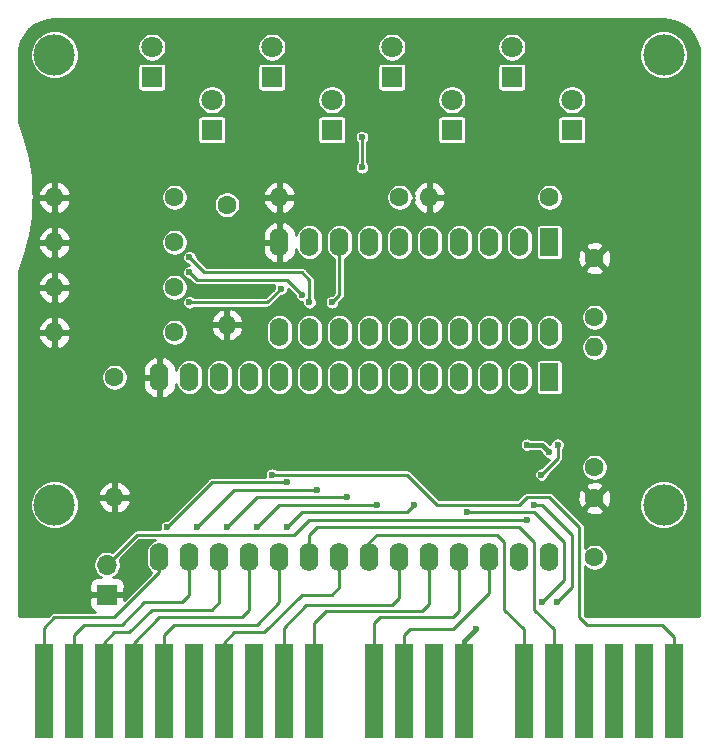
<source format=gbl>
%TF.GenerationSoftware,KiCad,Pcbnew,(5.1.8)-1*%
%TF.CreationDate,2021-03-07T18:53:48+01:00*%
%TF.ProjectId,ZX Diagnostic 2021,5a582044-6961-4676-9e6f-737469632032,rev?*%
%TF.SameCoordinates,Original*%
%TF.FileFunction,Copper,L2,Bot*%
%TF.FilePolarity,Positive*%
%FSLAX46Y46*%
G04 Gerber Fmt 4.6, Leading zero omitted, Abs format (unit mm)*
G04 Created by KiCad (PCBNEW (5.1.8)-1) date 2021-03-07 18:53:48*
%MOMM*%
%LPD*%
G01*
G04 APERTURE LIST*
%TA.AperFunction,ComponentPad*%
%ADD10C,1.600000*%
%TD*%
%TA.AperFunction,ComponentPad*%
%ADD11O,1.600000X1.600000*%
%TD*%
%TA.AperFunction,ConnectorPad*%
%ADD12R,1.500000X8.000000*%
%TD*%
%TA.AperFunction,ComponentPad*%
%ADD13R,1.600000X2.400000*%
%TD*%
%TA.AperFunction,ComponentPad*%
%ADD14O,1.600000X2.400000*%
%TD*%
%TA.AperFunction,ComponentPad*%
%ADD15C,3.500000*%
%TD*%
%TA.AperFunction,ComponentPad*%
%ADD16C,1.800000*%
%TD*%
%TA.AperFunction,ComponentPad*%
%ADD17R,1.800000X1.800000*%
%TD*%
%TA.AperFunction,ComponentPad*%
%ADD18O,1.700000X1.700000*%
%TD*%
%TA.AperFunction,ComponentPad*%
%ADD19R,1.700000X1.700000*%
%TD*%
%TA.AperFunction,ViaPad*%
%ADD20C,0.600000*%
%TD*%
%TA.AperFunction,Conductor*%
%ADD21C,0.250000*%
%TD*%
%TA.AperFunction,Conductor*%
%ADD22C,0.381000*%
%TD*%
%TA.AperFunction,Conductor*%
%ADD23C,0.254000*%
%TD*%
%TA.AperFunction,Conductor*%
%ADD24C,0.100000*%
%TD*%
G04 APERTURE END LIST*
D10*
%TO.P,R1,1*%
%TO.N,Net-(D1-Pad1)*%
X165354000Y-74295000D03*
D11*
%TO.P,R1,2*%
%TO.N,GND*%
X155194000Y-74295000D03*
%TD*%
D10*
%TO.P,R2,1*%
%TO.N,Net-(D2-Pad1)*%
X152654000Y-74295000D03*
D11*
%TO.P,R2,2*%
%TO.N,GND*%
X142494000Y-74295000D03*
%TD*%
D12*
%TO.P,J1,A22*%
%TO.N,OUT_63*%
X175895000Y-116078000D03*
%TO.P,J1,A21*%
%TO.N,N/C*%
X173355000Y-116078000D03*
%TO.P,J1,A20*%
X170815000Y-116078000D03*
%TO.P,J1,A19*%
X168275000Y-116078000D03*
%TO.P,J1,A18*%
%TO.N,/~ROM_0*%
X165735000Y-116078000D03*
%TO.P,J1,A17*%
%TO.N,/~ROM_OE*%
X163195000Y-116078000D03*
%TO.P,J1,A15*%
%TO.N,VCC*%
X158115000Y-116078000D03*
%TO.P,J1,A14*%
%TO.N,N/C*%
X155575000Y-116078000D03*
%TO.P,J1,A13*%
%TO.N,/A13*%
X153035000Y-116078000D03*
%TO.P,J1,A12*%
%TO.N,/A8*%
X150495000Y-116078000D03*
%TO.P,J1,A10*%
%TO.N,/A9*%
X145415000Y-116078000D03*
%TO.P,J1,A9*%
%TO.N,/A11*%
X142875000Y-116078000D03*
%TO.P,J1,A8*%
%TO.N,N/C*%
X140335000Y-116078000D03*
%TO.P,J1,A7*%
%TO.N,/A10*%
X137795000Y-116078000D03*
%TO.P,J1,A6*%
%TO.N,N/C*%
X135255000Y-116078000D03*
%TO.P,J1,A5*%
%TO.N,/D7*%
X132715000Y-116078000D03*
%TO.P,J1,A4*%
%TO.N,/D6*%
X130175000Y-116078000D03*
%TO.P,J1,A3*%
%TO.N,/D5*%
X127635000Y-116078000D03*
%TO.P,J1,A2*%
%TO.N,/D4*%
X125095000Y-116078000D03*
%TO.P,J1,A1*%
%TO.N,/D3*%
X122555000Y-116078000D03*
%TD*%
D13*
%TO.P,U1,1*%
%TO.N,/BA15*%
X165354000Y-89535000D03*
D14*
%TO.P,U1,15*%
%TO.N,/D3*%
X132334000Y-104775000D03*
%TO.P,U1,2*%
%TO.N,/A12*%
X162814000Y-89535000D03*
%TO.P,U1,16*%
%TO.N,/D4*%
X134874000Y-104775000D03*
%TO.P,U1,3*%
%TO.N,/A7*%
X160274000Y-89535000D03*
%TO.P,U1,17*%
%TO.N,/D5*%
X137414000Y-104775000D03*
%TO.P,U1,4*%
%TO.N,/A6*%
X157734000Y-89535000D03*
%TO.P,U1,18*%
%TO.N,/D6*%
X139954000Y-104775000D03*
%TO.P,U1,5*%
%TO.N,/A5*%
X155194000Y-89535000D03*
%TO.P,U1,19*%
%TO.N,/D7*%
X142494000Y-104775000D03*
%TO.P,U1,6*%
%TO.N,/A4*%
X152654000Y-89535000D03*
%TO.P,U1,20*%
%TO.N,/~ROM_0*%
X145034000Y-104775000D03*
%TO.P,U1,7*%
%TO.N,/A3*%
X150114000Y-89535000D03*
%TO.P,U1,21*%
%TO.N,/A10*%
X147574000Y-104775000D03*
%TO.P,U1,8*%
%TO.N,/A2*%
X147574000Y-89535000D03*
%TO.P,U1,22*%
%TO.N,/~ROM_OE*%
X150114000Y-104775000D03*
%TO.P,U1,9*%
%TO.N,/A1*%
X145034000Y-89535000D03*
%TO.P,U1,23*%
%TO.N,/A11*%
X152654000Y-104775000D03*
%TO.P,U1,10*%
%TO.N,/A0*%
X142494000Y-89535000D03*
%TO.P,U1,24*%
%TO.N,/A9*%
X155194000Y-104775000D03*
%TO.P,U1,11*%
%TO.N,/D0*%
X139954000Y-89535000D03*
%TO.P,U1,25*%
%TO.N,/A8*%
X157734000Y-104775000D03*
%TO.P,U1,12*%
%TO.N,/D1*%
X137414000Y-89535000D03*
%TO.P,U1,26*%
%TO.N,/A13*%
X160274000Y-104775000D03*
%TO.P,U1,13*%
%TO.N,/D2*%
X134874000Y-89535000D03*
%TO.P,U1,27*%
%TO.N,/BA14*%
X162814000Y-104775000D03*
%TO.P,U1,14*%
%TO.N,GND*%
X132334000Y-89535000D03*
%TO.P,U1,28*%
%TO.N,VCC*%
X165354000Y-104775000D03*
%TD*%
D15*
%TO.P,M1,1*%
%TO.N,N/C*%
X123444000Y-100330000D03*
%TD*%
%TO.P,M2,1*%
%TO.N,N/C*%
X175011000Y-100330000D03*
%TD*%
%TO.P,M3,1*%
%TO.N,N/C*%
X175011000Y-62230000D03*
%TD*%
%TO.P,M4,1*%
%TO.N,N/C*%
X123444000Y-62230000D03*
%TD*%
D10*
%TO.P,C1,1*%
%TO.N,VCC*%
X169164000Y-104775000D03*
%TO.P,C1,2*%
%TO.N,GND*%
X169164000Y-99775000D03*
%TD*%
D16*
%TO.P,D1,2*%
%TO.N,Net-(D1-Pad2)*%
X167259000Y-66040000D03*
D17*
%TO.P,D1,1*%
%TO.N,Net-(D1-Pad1)*%
X167259000Y-68580000D03*
%TD*%
%TO.P,D2,1*%
%TO.N,Net-(D2-Pad1)*%
X162179000Y-64135000D03*
D16*
%TO.P,D2,2*%
%TO.N,Net-(D2-Pad2)*%
X162179000Y-61595000D03*
%TD*%
%TO.P,D3,2*%
%TO.N,Net-(D3-Pad2)*%
X157099000Y-66040000D03*
D17*
%TO.P,D3,1*%
%TO.N,Net-(D3-Pad1)*%
X157099000Y-68580000D03*
%TD*%
D16*
%TO.P,D4,2*%
%TO.N,Net-(D4-Pad2)*%
X152019000Y-61595000D03*
D17*
%TO.P,D4,1*%
%TO.N,Net-(D4-Pad1)*%
X152019000Y-64135000D03*
%TD*%
%TO.P,D5,1*%
%TO.N,Net-(D5-Pad1)*%
X146939000Y-68580000D03*
D16*
%TO.P,D5,2*%
%TO.N,Net-(D5-Pad2)*%
X146939000Y-66040000D03*
%TD*%
D17*
%TO.P,D6,1*%
%TO.N,Net-(D6-Pad1)*%
X141859000Y-64135000D03*
D16*
%TO.P,D6,2*%
%TO.N,Net-(D6-Pad2)*%
X141859000Y-61595000D03*
%TD*%
D17*
%TO.P,D7,1*%
%TO.N,Net-(D7-Pad1)*%
X136779000Y-68580000D03*
D16*
%TO.P,D7,2*%
%TO.N,Net-(D7-Pad2)*%
X136779000Y-66040000D03*
%TD*%
%TO.P,D8,2*%
%TO.N,Net-(D8-Pad2)*%
X131699000Y-61595000D03*
D17*
%TO.P,D8,1*%
%TO.N,Net-(D8-Pad1)*%
X131699000Y-64135000D03*
%TD*%
D11*
%TO.P,R3,2*%
%TO.N,GND*%
X138049000Y-85090000D03*
D10*
%TO.P,R3,1*%
%TO.N,Net-(D3-Pad1)*%
X138049000Y-74930000D03*
%TD*%
D11*
%TO.P,R4,2*%
%TO.N,GND*%
X128524000Y-99695000D03*
D10*
%TO.P,R4,1*%
%TO.N,Net-(D4-Pad1)*%
X128524000Y-89535000D03*
%TD*%
%TO.P,R5,1*%
%TO.N,Net-(D5-Pad1)*%
X133604000Y-74295000D03*
D11*
%TO.P,R5,2*%
%TO.N,GND*%
X123444000Y-74295000D03*
%TD*%
%TO.P,R6,2*%
%TO.N,GND*%
X123444000Y-78105000D03*
D10*
%TO.P,R6,1*%
%TO.N,Net-(D6-Pad1)*%
X133604000Y-78105000D03*
%TD*%
%TO.P,R7,1*%
%TO.N,Net-(D7-Pad1)*%
X133604000Y-81915000D03*
D11*
%TO.P,R7,2*%
%TO.N,GND*%
X123444000Y-81915000D03*
%TD*%
%TO.P,R8,2*%
%TO.N,GND*%
X123444000Y-85725000D03*
D10*
%TO.P,R8,1*%
%TO.N,Net-(D8-Pad1)*%
X133604000Y-85725000D03*
%TD*%
D13*
%TO.P,U2,1*%
%TO.N,Net-(JP3-Pad2)*%
X165354000Y-78105000D03*
D14*
%TO.P,U2,11*%
%TO.N,OUT_63*%
X142494000Y-85725000D03*
%TO.P,U2,2*%
%TO.N,Net-(D1-Pad2)*%
X162814000Y-78105000D03*
%TO.P,U2,12*%
%TO.N,Net-(D5-Pad2)*%
X145034000Y-85725000D03*
%TO.P,U2,3*%
%TO.N,/D0*%
X160274000Y-78105000D03*
%TO.P,U2,13*%
%TO.N,/D4*%
X147574000Y-85725000D03*
%TO.P,U2,4*%
%TO.N,/D1*%
X157734000Y-78105000D03*
%TO.P,U2,14*%
%TO.N,/D5*%
X150114000Y-85725000D03*
%TO.P,U2,5*%
%TO.N,Net-(D2-Pad2)*%
X155194000Y-78105000D03*
%TO.P,U2,15*%
%TO.N,Net-(D6-Pad2)*%
X152654000Y-85725000D03*
%TO.P,U2,6*%
%TO.N,Net-(D3-Pad2)*%
X152654000Y-78105000D03*
%TO.P,U2,16*%
%TO.N,Net-(D7-Pad2)*%
X155194000Y-85725000D03*
%TO.P,U2,7*%
%TO.N,/D2*%
X150114000Y-78105000D03*
%TO.P,U2,17*%
%TO.N,/D6*%
X157734000Y-85725000D03*
%TO.P,U2,8*%
%TO.N,/D3*%
X147574000Y-78105000D03*
%TO.P,U2,18*%
%TO.N,/D7*%
X160274000Y-85725000D03*
%TO.P,U2,9*%
%TO.N,Net-(D4-Pad2)*%
X145034000Y-78105000D03*
%TO.P,U2,19*%
%TO.N,Net-(D8-Pad2)*%
X162814000Y-85725000D03*
%TO.P,U2,10*%
%TO.N,GND*%
X142494000Y-78105000D03*
%TO.P,U2,20*%
%TO.N,VCC*%
X165354000Y-85725000D03*
%TD*%
D10*
%TO.P,C2,1*%
%TO.N,VCC*%
X169164000Y-84455000D03*
%TO.P,C2,2*%
%TO.N,GND*%
X169164000Y-79455000D03*
%TD*%
D18*
%TO.P,JP3,2*%
%TO.N,Net-(JP3-Pad2)*%
X127889000Y-105410000D03*
D19*
%TO.P,JP3,1*%
%TO.N,GND*%
X127889000Y-107950000D03*
%TD*%
D10*
%TO.P,R9,1*%
%TO.N,VCC*%
X169164000Y-97155000D03*
D11*
%TO.P,R9,2*%
%TO.N,Net-(JP3-Pad2)*%
X169164000Y-86995000D03*
%TD*%
D20*
%TO.N,GND*%
X122555000Y-108839000D03*
X175895000Y-108839000D03*
%TO.N,VCC*%
X159131000Y-110871000D03*
X165354000Y-95885000D03*
X163449000Y-95250000D03*
%TO.N,/D7*%
X153924000Y-100330000D03*
X143129000Y-102235000D03*
%TO.N,/D6*%
X150749000Y-100330000D03*
X140589000Y-102235000D03*
%TO.N,/D5*%
X148209000Y-99695000D03*
X138049000Y-102235000D03*
%TO.N,/D4*%
X145669000Y-99060000D03*
X135509000Y-102235000D03*
%TO.N,/D3*%
X143129000Y-98425000D03*
X132969000Y-102235000D03*
X146939000Y-83185000D03*
%TO.N,Net-(D4-Pad2)*%
X149479000Y-69215000D03*
X149479000Y-71755000D03*
%TO.N,Net-(D5-Pad2)*%
X134874000Y-79375000D03*
X145034000Y-83185000D03*
%TO.N,Net-(D6-Pad2)*%
X134874000Y-80645000D03*
X144399000Y-82550000D03*
%TO.N,Net-(D7-Pad2)*%
X134874000Y-83185000D03*
X142618449Y-82039449D03*
%TO.N,OUT_63*%
X141859000Y-97790000D03*
%TO.N,Net-(J1-PadB18)*%
X165989000Y-108585000D03*
X164038500Y-100330000D03*
%TO.N,Net-(J1-PadB17)*%
X158369000Y-100965000D03*
X164719000Y-108585000D03*
%TO.N,Net-(JP3-Pad2)*%
X163449000Y-101600000D03*
X164663500Y-97790000D03*
X166044500Y-95250000D03*
%TD*%
D21*
%TO.N,/A10*%
X147574000Y-107315000D02*
X147574000Y-104775000D01*
X146939000Y-107950000D02*
X147574000Y-107315000D01*
X141224000Y-111125000D02*
X144399000Y-107950000D01*
X138684000Y-111125000D02*
X141224000Y-111125000D01*
X137795000Y-112014000D02*
X138684000Y-111125000D01*
X144399000Y-107950000D02*
X146939000Y-107950000D01*
X137795000Y-116078000D02*
X137795000Y-112014000D01*
%TO.N,/A11*%
X152654000Y-108204000D02*
X152654000Y-104775000D01*
X152019000Y-108839000D02*
X152654000Y-108204000D01*
X142875000Y-110744000D02*
X144780000Y-108839000D01*
X144780000Y-108839000D02*
X152019000Y-108839000D01*
X142875000Y-116078000D02*
X142875000Y-110744000D01*
%TO.N,/A9*%
X145669000Y-115824000D02*
X145415000Y-116078000D01*
X155194000Y-108712000D02*
X155194000Y-104775000D01*
X154559000Y-109347000D02*
X155194000Y-108712000D01*
X145415000Y-110363000D02*
X146431000Y-109347000D01*
X146431000Y-109347000D02*
X154559000Y-109347000D01*
X145415000Y-116078000D02*
X145415000Y-110363000D01*
%TO.N,/A8*%
X157734000Y-109347000D02*
X157734000Y-104775000D01*
X157226000Y-109855000D02*
X157734000Y-109347000D01*
X151003000Y-109855000D02*
X157226000Y-109855000D01*
X150495000Y-110363000D02*
X151003000Y-109855000D01*
X150495000Y-116078000D02*
X150495000Y-110363000D01*
D22*
%TO.N,VCC*%
X158623000Y-111379000D02*
X159131000Y-110871000D01*
X158115000Y-111887000D02*
X158623000Y-111379000D01*
X158115000Y-116078000D02*
X158115000Y-111887000D01*
X165354000Y-95885000D02*
X164719000Y-95250000D01*
X164719000Y-95250000D02*
X163449000Y-95250000D01*
D21*
%TO.N,/D7*%
X142494000Y-106680000D02*
X142494000Y-104775000D01*
X132715000Y-116078000D02*
X132715000Y-111379000D01*
X132715000Y-111379000D02*
X133604000Y-110490000D01*
X133604000Y-110490000D02*
X140589000Y-110490000D01*
X142494000Y-108585000D02*
X142494000Y-106680000D01*
X140589000Y-110490000D02*
X142494000Y-108585000D01*
X153924000Y-100330000D02*
X153289000Y-100965000D01*
X153289000Y-100965000D02*
X145034000Y-100965000D01*
X144399000Y-100965000D02*
X143129000Y-102235000D01*
X145034000Y-100965000D02*
X144399000Y-100965000D01*
%TO.N,/D6*%
X139319000Y-109855000D02*
X139954000Y-109220000D01*
X132334000Y-109855000D02*
X139319000Y-109855000D01*
X139954000Y-109220000D02*
X139954000Y-104775000D01*
X130175000Y-112014000D02*
X132334000Y-109855000D01*
X130175000Y-116078000D02*
X130175000Y-112014000D01*
X150749000Y-100330000D02*
X144399000Y-100330000D01*
X142494000Y-100330000D02*
X140589000Y-102235000D01*
X144399000Y-100330000D02*
X142494000Y-100330000D01*
%TO.N,/D5*%
X127635000Y-116078000D02*
X127635000Y-112014000D01*
X127635000Y-112014000D02*
X128524000Y-111125000D01*
X128524000Y-111125000D02*
X129794000Y-111125000D01*
X129794000Y-111125000D02*
X131699000Y-109220000D01*
X131699000Y-109220000D02*
X136779000Y-109220000D01*
X137414000Y-108585000D02*
X137414000Y-104775000D01*
X136779000Y-109220000D02*
X137414000Y-108585000D01*
X140589000Y-99695000D02*
X138049000Y-102235000D01*
X148209000Y-99695000D02*
X140589000Y-99695000D01*
%TO.N,/D4*%
X125095000Y-116078000D02*
X125095000Y-111379000D01*
X125095000Y-111379000D02*
X125984000Y-110490000D01*
X125984000Y-110490000D02*
X129159000Y-110490000D01*
X129159000Y-110490000D02*
X131064000Y-108585000D01*
X131064000Y-108585000D02*
X134239000Y-108585000D01*
X134874000Y-107950000D02*
X134874000Y-104775000D01*
X134239000Y-108585000D02*
X134874000Y-107950000D01*
X145669000Y-99060000D02*
X139954000Y-99060000D01*
X139954000Y-99060000D02*
X139319000Y-99060000D01*
X138684000Y-99060000D02*
X135509000Y-102235000D01*
X139319000Y-99060000D02*
X138684000Y-99060000D01*
%TO.N,/D3*%
X132334000Y-106045000D02*
X132334000Y-104775000D01*
X128524000Y-109855000D02*
X132334000Y-106045000D01*
X123444000Y-109855000D02*
X128524000Y-109855000D01*
X122555000Y-110744000D02*
X123444000Y-109855000D01*
X122555000Y-116078000D02*
X122555000Y-110744000D01*
X143129000Y-98425000D02*
X138049000Y-98425000D01*
X136779000Y-98425000D02*
X132969000Y-102235000D01*
X138049000Y-98425000D02*
X136779000Y-98425000D01*
X147574000Y-82550000D02*
X146939000Y-83185000D01*
X147574000Y-78105000D02*
X147574000Y-82550000D01*
%TO.N,/A13*%
X160274000Y-107786998D02*
X160274000Y-104775000D01*
X153543000Y-110871000D02*
X157189998Y-110871000D01*
X157189998Y-110871000D02*
X160274000Y-107786998D01*
X153035000Y-111379000D02*
X153543000Y-110871000D01*
X153035000Y-116078000D02*
X153035000Y-111379000D01*
%TO.N,/~ROM_0*%
X165735000Y-110871000D02*
X165735000Y-116078000D01*
X164084000Y-103505000D02*
X164084000Y-109220000D01*
X162814000Y-102235000D02*
X164084000Y-103505000D01*
X145669000Y-102235000D02*
X162814000Y-102235000D01*
X145034000Y-102870000D02*
X145669000Y-102235000D01*
X164084000Y-109220000D02*
X165735000Y-110871000D01*
X145034000Y-104775000D02*
X145034000Y-102870000D01*
%TO.N,/~ROM_OE*%
X150114000Y-104775000D02*
X150114000Y-103505000D01*
X150114000Y-103505000D02*
X150749000Y-102870000D01*
X150749000Y-102870000D02*
X160909000Y-102870000D01*
X160909000Y-102870000D02*
X161544000Y-103505000D01*
X161544000Y-103505000D02*
X161544000Y-109220000D01*
X163195000Y-110871000D02*
X163195000Y-116078000D01*
X161544000Y-109220000D02*
X163195000Y-110871000D01*
%TO.N,Net-(D4-Pad2)*%
X149479000Y-69215000D02*
X149479000Y-71120000D01*
X149479000Y-71120000D02*
X149479000Y-71755000D01*
%TO.N,Net-(D5-Pad2)*%
X136144000Y-80645000D02*
X134874000Y-79375000D01*
X144399000Y-80645000D02*
X136144000Y-80645000D01*
X145034000Y-81280000D02*
X144399000Y-80645000D01*
X145034000Y-83185000D02*
X145034000Y-81280000D01*
%TO.N,Net-(D6-Pad2)*%
X141224000Y-81280000D02*
X135509000Y-81280000D01*
X135509000Y-81280000D02*
X134874000Y-80645000D01*
X143129000Y-81280000D02*
X144399000Y-82550000D01*
X141224000Y-81280000D02*
X143129000Y-81280000D01*
%TO.N,Net-(D7-Pad2)*%
X134874000Y-83185000D02*
X141472898Y-83185000D01*
X141472898Y-83185000D02*
X142618449Y-82039449D01*
%TO.N,OUT_63*%
X149479000Y-97790000D02*
X141859000Y-97790000D01*
X153289000Y-97790000D02*
X149479000Y-97790000D01*
X155829000Y-100330000D02*
X153289000Y-97790000D01*
X163449000Y-99695000D02*
X162814000Y-100330000D01*
X167894000Y-109855000D02*
X167894000Y-102235000D01*
X165354000Y-99695000D02*
X163449000Y-99695000D01*
X168529000Y-110490000D02*
X167894000Y-109855000D01*
X174879000Y-110490000D02*
X168529000Y-110490000D01*
X167894000Y-102235000D02*
X165354000Y-99695000D01*
X175895000Y-111506000D02*
X174879000Y-110490000D01*
X162814000Y-100330000D02*
X155829000Y-100330000D01*
X175895000Y-116078000D02*
X175895000Y-111506000D01*
%TO.N,Net-(J1-PadB18)*%
X167259000Y-107315000D02*
X167259000Y-102870000D01*
X165989000Y-108585000D02*
X167259000Y-107315000D01*
X167259000Y-102870000D02*
X164719000Y-100330000D01*
X164719000Y-100330000D02*
X164038500Y-100330000D01*
%TO.N,Net-(J1-PadB17)*%
X166624000Y-106680000D02*
X164719000Y-108585000D01*
X164084000Y-100965000D02*
X166624000Y-103505000D01*
X166624000Y-103505000D02*
X166624000Y-106680000D01*
X158369000Y-100965000D02*
X164084000Y-100965000D01*
%TO.N,Net-(JP3-Pad2)*%
X127889000Y-105410000D02*
X130429000Y-102870000D01*
X130429000Y-102870000D02*
X143764000Y-102870000D01*
X143764000Y-102870000D02*
X145034000Y-101600000D01*
X145034000Y-101600000D02*
X157734000Y-101600000D01*
X157734000Y-101600000D02*
X163449000Y-101600000D01*
X166044500Y-96409000D02*
X166044500Y-95250000D01*
X164663500Y-97790000D02*
X166044500Y-96409000D01*
%TD*%
D23*
%TO.N,GND*%
X175595429Y-59253166D02*
X176162406Y-59424347D01*
X176685339Y-59702396D01*
X177144302Y-60076716D01*
X177521821Y-60533060D01*
X177803513Y-61054038D01*
X177978645Y-61619802D01*
X178041246Y-62215403D01*
X178041297Y-62230197D01*
X178041298Y-109728000D01*
X168406223Y-109728000D01*
X168346000Y-109667777D01*
X168346000Y-105550819D01*
X168445579Y-105650398D01*
X168630165Y-105773734D01*
X168835266Y-105858690D01*
X169053000Y-105902000D01*
X169275000Y-105902000D01*
X169492734Y-105858690D01*
X169697835Y-105773734D01*
X169882421Y-105650398D01*
X170039398Y-105493421D01*
X170162734Y-105308835D01*
X170247690Y-105103734D01*
X170291000Y-104886000D01*
X170291000Y-104664000D01*
X170247690Y-104446266D01*
X170162734Y-104241165D01*
X170039398Y-104056579D01*
X169882421Y-103899602D01*
X169697835Y-103776266D01*
X169492734Y-103691310D01*
X169275000Y-103648000D01*
X169053000Y-103648000D01*
X168835266Y-103691310D01*
X168630165Y-103776266D01*
X168445579Y-103899602D01*
X168346000Y-103999181D01*
X168346000Y-102257202D01*
X168348187Y-102234999D01*
X168345026Y-102202905D01*
X168339460Y-102146393D01*
X168313614Y-102061190D01*
X168271643Y-101982667D01*
X168215159Y-101913841D01*
X168197911Y-101899686D01*
X167065927Y-100767702D01*
X168350903Y-100767702D01*
X168422486Y-101011671D01*
X168677996Y-101132571D01*
X168952184Y-101201300D01*
X169234512Y-101215217D01*
X169514130Y-101173787D01*
X169780292Y-101078603D01*
X169905514Y-101011671D01*
X169977097Y-100767702D01*
X169164000Y-99954605D01*
X168350903Y-100767702D01*
X167065927Y-100767702D01*
X166143736Y-99845512D01*
X167723783Y-99845512D01*
X167765213Y-100125130D01*
X167860397Y-100391292D01*
X167927329Y-100516514D01*
X168171298Y-100588097D01*
X168984395Y-99775000D01*
X169343605Y-99775000D01*
X170156702Y-100588097D01*
X170400671Y-100516514D01*
X170521571Y-100261004D01*
X170555553Y-100125433D01*
X172934000Y-100125433D01*
X172934000Y-100534567D01*
X173013818Y-100935839D01*
X173170386Y-101313829D01*
X173397689Y-101654011D01*
X173686989Y-101943311D01*
X174027171Y-102170614D01*
X174405161Y-102327182D01*
X174806433Y-102407000D01*
X175215567Y-102407000D01*
X175616839Y-102327182D01*
X175994829Y-102170614D01*
X176335011Y-101943311D01*
X176624311Y-101654011D01*
X176851614Y-101313829D01*
X177008182Y-100935839D01*
X177088000Y-100534567D01*
X177088000Y-100125433D01*
X177008182Y-99724161D01*
X176851614Y-99346171D01*
X176624311Y-99005989D01*
X176335011Y-98716689D01*
X175994829Y-98489386D01*
X175616839Y-98332818D01*
X175215567Y-98253000D01*
X174806433Y-98253000D01*
X174405161Y-98332818D01*
X174027171Y-98489386D01*
X173686989Y-98716689D01*
X173397689Y-99005989D01*
X173170386Y-99346171D01*
X173013818Y-99724161D01*
X172934000Y-100125433D01*
X170555553Y-100125433D01*
X170590300Y-99986816D01*
X170604217Y-99704488D01*
X170562787Y-99424870D01*
X170467603Y-99158708D01*
X170400671Y-99033486D01*
X170156702Y-98961903D01*
X169343605Y-99775000D01*
X168984395Y-99775000D01*
X168171298Y-98961903D01*
X167927329Y-99033486D01*
X167806429Y-99288996D01*
X167737700Y-99563184D01*
X167723783Y-99845512D01*
X166143736Y-99845512D01*
X165689323Y-99391100D01*
X165675159Y-99373841D01*
X165606333Y-99317357D01*
X165527810Y-99275386D01*
X165442607Y-99249540D01*
X165376205Y-99243000D01*
X165354000Y-99240813D01*
X165331795Y-99243000D01*
X163471205Y-99243000D01*
X163449000Y-99240813D01*
X163360392Y-99249540D01*
X163275190Y-99275386D01*
X163196667Y-99317357D01*
X163127841Y-99373841D01*
X163113681Y-99391095D01*
X162626777Y-99878000D01*
X156016225Y-99878000D01*
X154920523Y-98782298D01*
X168350903Y-98782298D01*
X169164000Y-99595395D01*
X169977097Y-98782298D01*
X169905514Y-98538329D01*
X169650004Y-98417429D01*
X169375816Y-98348700D01*
X169093488Y-98334783D01*
X168813870Y-98376213D01*
X168547708Y-98471397D01*
X168422486Y-98538329D01*
X168350903Y-98782298D01*
X154920523Y-98782298D01*
X153624323Y-97486100D01*
X153610159Y-97468841D01*
X153541333Y-97412357D01*
X153462810Y-97370386D01*
X153377607Y-97344540D01*
X153311205Y-97338000D01*
X153289000Y-97335813D01*
X153266795Y-97338000D01*
X142293712Y-97338000D01*
X142258689Y-97302977D01*
X142155996Y-97234360D01*
X142041889Y-97187095D01*
X141920754Y-97163000D01*
X141797246Y-97163000D01*
X141676111Y-97187095D01*
X141562004Y-97234360D01*
X141459311Y-97302977D01*
X141371977Y-97390311D01*
X141303360Y-97493004D01*
X141256095Y-97607111D01*
X141232000Y-97728246D01*
X141232000Y-97851754D01*
X141256095Y-97972889D01*
X141256141Y-97973000D01*
X136801205Y-97973000D01*
X136779000Y-97970813D01*
X136690392Y-97979540D01*
X136605190Y-98005386D01*
X136526667Y-98047357D01*
X136457841Y-98103841D01*
X136443681Y-98121095D01*
X132956777Y-101608000D01*
X132907246Y-101608000D01*
X132786111Y-101632095D01*
X132672004Y-101679360D01*
X132569311Y-101747977D01*
X132481977Y-101835311D01*
X132413360Y-101938004D01*
X132366095Y-102052111D01*
X132342000Y-102173246D01*
X132342000Y-102296754D01*
X132366095Y-102417889D01*
X132366141Y-102418000D01*
X130451202Y-102418000D01*
X130428999Y-102415813D01*
X130406796Y-102418000D01*
X130406795Y-102418000D01*
X130340393Y-102424540D01*
X130255190Y-102450386D01*
X130176667Y-102492357D01*
X130107841Y-102548841D01*
X130093687Y-102566088D01*
X128337838Y-104321939D01*
X128232318Y-104278231D01*
X128004924Y-104233000D01*
X127773076Y-104233000D01*
X127545682Y-104278231D01*
X127331481Y-104366956D01*
X127138706Y-104495764D01*
X126974764Y-104659706D01*
X126845956Y-104852481D01*
X126757231Y-105066682D01*
X126712000Y-105294076D01*
X126712000Y-105525924D01*
X126757231Y-105753318D01*
X126845956Y-105967519D01*
X126974764Y-106160294D01*
X127138706Y-106324236D01*
X127331481Y-106453044D01*
X127357110Y-106463660D01*
X127039000Y-106461928D01*
X126914518Y-106474188D01*
X126794820Y-106510498D01*
X126684506Y-106569463D01*
X126587815Y-106648815D01*
X126508463Y-106745506D01*
X126449498Y-106855820D01*
X126413188Y-106975518D01*
X126400928Y-107100000D01*
X126404000Y-107664250D01*
X126562750Y-107823000D01*
X127762000Y-107823000D01*
X127762000Y-107803000D01*
X128016000Y-107803000D01*
X128016000Y-107823000D01*
X129215250Y-107823000D01*
X129374000Y-107664250D01*
X129377072Y-107100000D01*
X129364812Y-106975518D01*
X129328502Y-106855820D01*
X129269537Y-106745506D01*
X129190185Y-106648815D01*
X129093494Y-106569463D01*
X128983180Y-106510498D01*
X128863482Y-106474188D01*
X128739000Y-106461928D01*
X128420890Y-106463660D01*
X128446519Y-106453044D01*
X128639294Y-106324236D01*
X128803236Y-106160294D01*
X128932044Y-105967519D01*
X129020769Y-105753318D01*
X129066000Y-105525924D01*
X129066000Y-105294076D01*
X129020769Y-105066682D01*
X128977061Y-104961162D01*
X130616225Y-103322000D01*
X131922882Y-103322000D01*
X131900630Y-103328750D01*
X131704844Y-103433400D01*
X131533236Y-103574235D01*
X131392401Y-103745843D01*
X131287751Y-103941629D01*
X131223307Y-104154069D01*
X131207000Y-104319635D01*
X131207000Y-105230364D01*
X131223307Y-105395930D01*
X131287750Y-105608370D01*
X131392400Y-105804157D01*
X131533235Y-105975765D01*
X131659988Y-106079788D01*
X129374704Y-108365073D01*
X129374000Y-108235750D01*
X129215250Y-108077000D01*
X128016000Y-108077000D01*
X128016000Y-108097000D01*
X127762000Y-108097000D01*
X127762000Y-108077000D01*
X126562750Y-108077000D01*
X126404000Y-108235750D01*
X126400928Y-108800000D01*
X126413188Y-108924482D01*
X126449498Y-109044180D01*
X126508463Y-109154494D01*
X126587815Y-109251185D01*
X126684506Y-109330537D01*
X126794820Y-109389502D01*
X126839317Y-109403000D01*
X123466205Y-109403000D01*
X123444000Y-109400813D01*
X123355392Y-109409540D01*
X123301751Y-109425812D01*
X123270190Y-109435386D01*
X123191667Y-109477357D01*
X123122841Y-109533841D01*
X123108681Y-109551095D01*
X122931776Y-109728000D01*
X120408702Y-109728000D01*
X120408702Y-100125433D01*
X121367000Y-100125433D01*
X121367000Y-100534567D01*
X121446818Y-100935839D01*
X121603386Y-101313829D01*
X121830689Y-101654011D01*
X122119989Y-101943311D01*
X122460171Y-102170614D01*
X122838161Y-102327182D01*
X123239433Y-102407000D01*
X123648567Y-102407000D01*
X124049839Y-102327182D01*
X124427829Y-102170614D01*
X124768011Y-101943311D01*
X125057311Y-101654011D01*
X125284614Y-101313829D01*
X125441182Y-100935839D01*
X125521000Y-100534567D01*
X125521000Y-100125433D01*
X125504810Y-100044040D01*
X127132091Y-100044040D01*
X127226930Y-100308881D01*
X127371615Y-100550131D01*
X127560586Y-100758519D01*
X127786580Y-100926037D01*
X128040913Y-101046246D01*
X128174961Y-101086904D01*
X128397000Y-100964915D01*
X128397000Y-99822000D01*
X128651000Y-99822000D01*
X128651000Y-100964915D01*
X128873039Y-101086904D01*
X129007087Y-101046246D01*
X129261420Y-100926037D01*
X129487414Y-100758519D01*
X129676385Y-100550131D01*
X129821070Y-100308881D01*
X129915909Y-100044040D01*
X129794624Y-99822000D01*
X128651000Y-99822000D01*
X128397000Y-99822000D01*
X127253376Y-99822000D01*
X127132091Y-100044040D01*
X125504810Y-100044040D01*
X125441182Y-99724161D01*
X125284614Y-99346171D01*
X125284474Y-99345960D01*
X127132091Y-99345960D01*
X127253376Y-99568000D01*
X128397000Y-99568000D01*
X128397000Y-98425085D01*
X128651000Y-98425085D01*
X128651000Y-99568000D01*
X129794624Y-99568000D01*
X129915909Y-99345960D01*
X129821070Y-99081119D01*
X129676385Y-98839869D01*
X129487414Y-98631481D01*
X129261420Y-98463963D01*
X129007087Y-98343754D01*
X128873039Y-98303096D01*
X128651000Y-98425085D01*
X128397000Y-98425085D01*
X128174961Y-98303096D01*
X128040913Y-98343754D01*
X127786580Y-98463963D01*
X127560586Y-98631481D01*
X127371615Y-98839869D01*
X127226930Y-99081119D01*
X127132091Y-99345960D01*
X125284474Y-99345960D01*
X125057311Y-99005989D01*
X124768011Y-98716689D01*
X124427829Y-98489386D01*
X124049839Y-98332818D01*
X123648567Y-98253000D01*
X123239433Y-98253000D01*
X122838161Y-98332818D01*
X122460171Y-98489386D01*
X122119989Y-98716689D01*
X121830689Y-99005989D01*
X121603386Y-99346171D01*
X121446818Y-99724161D01*
X121367000Y-100125433D01*
X120408702Y-100125433D01*
X120408702Y-95188246D01*
X162822000Y-95188246D01*
X162822000Y-95311754D01*
X162846095Y-95432889D01*
X162893360Y-95546996D01*
X162961977Y-95649689D01*
X163049311Y-95737023D01*
X163152004Y-95805640D01*
X163266111Y-95852905D01*
X163387246Y-95877000D01*
X163510754Y-95877000D01*
X163631889Y-95852905D01*
X163745996Y-95805640D01*
X163803077Y-95767500D01*
X164504645Y-95767500D01*
X164737702Y-96000557D01*
X164751095Y-96067889D01*
X164798360Y-96181996D01*
X164866977Y-96284689D01*
X164954311Y-96372023D01*
X165057004Y-96440640D01*
X165171111Y-96487905D01*
X165292246Y-96512000D01*
X165302276Y-96512000D01*
X164651277Y-97163000D01*
X164601746Y-97163000D01*
X164480611Y-97187095D01*
X164366504Y-97234360D01*
X164263811Y-97302977D01*
X164176477Y-97390311D01*
X164107860Y-97493004D01*
X164060595Y-97607111D01*
X164036500Y-97728246D01*
X164036500Y-97851754D01*
X164060595Y-97972889D01*
X164107860Y-98086996D01*
X164176477Y-98189689D01*
X164263811Y-98277023D01*
X164366504Y-98345640D01*
X164480611Y-98392905D01*
X164601746Y-98417000D01*
X164725254Y-98417000D01*
X164846389Y-98392905D01*
X164960496Y-98345640D01*
X165063189Y-98277023D01*
X165150523Y-98189689D01*
X165219140Y-98086996D01*
X165266405Y-97972889D01*
X165290500Y-97851754D01*
X165290500Y-97802223D01*
X166048723Y-97044000D01*
X168037000Y-97044000D01*
X168037000Y-97266000D01*
X168080310Y-97483734D01*
X168165266Y-97688835D01*
X168288602Y-97873421D01*
X168445579Y-98030398D01*
X168630165Y-98153734D01*
X168835266Y-98238690D01*
X169053000Y-98282000D01*
X169275000Y-98282000D01*
X169492734Y-98238690D01*
X169697835Y-98153734D01*
X169882421Y-98030398D01*
X170039398Y-97873421D01*
X170162734Y-97688835D01*
X170247690Y-97483734D01*
X170291000Y-97266000D01*
X170291000Y-97044000D01*
X170247690Y-96826266D01*
X170162734Y-96621165D01*
X170039398Y-96436579D01*
X169882421Y-96279602D01*
X169697835Y-96156266D01*
X169492734Y-96071310D01*
X169275000Y-96028000D01*
X169053000Y-96028000D01*
X168835266Y-96071310D01*
X168630165Y-96156266D01*
X168445579Y-96279602D01*
X168288602Y-96436579D01*
X168165266Y-96621165D01*
X168080310Y-96826266D01*
X168037000Y-97044000D01*
X166048723Y-97044000D01*
X166348406Y-96744318D01*
X166365659Y-96730159D01*
X166422143Y-96661333D01*
X166464114Y-96582810D01*
X166489960Y-96497607D01*
X166496500Y-96431205D01*
X166496500Y-96431204D01*
X166498687Y-96409000D01*
X166496500Y-96386795D01*
X166496500Y-95684712D01*
X166531523Y-95649689D01*
X166600140Y-95546996D01*
X166647405Y-95432889D01*
X166671500Y-95311754D01*
X166671500Y-95188246D01*
X166647405Y-95067111D01*
X166600140Y-94953004D01*
X166531523Y-94850311D01*
X166444189Y-94762977D01*
X166341496Y-94694360D01*
X166227389Y-94647095D01*
X166106254Y-94623000D01*
X165982746Y-94623000D01*
X165861611Y-94647095D01*
X165747504Y-94694360D01*
X165644811Y-94762977D01*
X165557477Y-94850311D01*
X165488860Y-94953004D01*
X165441595Y-95067111D01*
X165417500Y-95188246D01*
X165417500Y-95216645D01*
X165102903Y-94902048D01*
X165086698Y-94882302D01*
X165007898Y-94817633D01*
X164917997Y-94769580D01*
X164820448Y-94739989D01*
X164744413Y-94732500D01*
X164719000Y-94729997D01*
X164693587Y-94732500D01*
X163803077Y-94732500D01*
X163745996Y-94694360D01*
X163631889Y-94647095D01*
X163510754Y-94623000D01*
X163387246Y-94623000D01*
X163266111Y-94647095D01*
X163152004Y-94694360D01*
X163049311Y-94762977D01*
X162961977Y-94850311D01*
X162893360Y-94953004D01*
X162846095Y-95067111D01*
X162822000Y-95188246D01*
X120408702Y-95188246D01*
X120408702Y-89424000D01*
X127397000Y-89424000D01*
X127397000Y-89646000D01*
X127440310Y-89863734D01*
X127525266Y-90068835D01*
X127648602Y-90253421D01*
X127805579Y-90410398D01*
X127990165Y-90533734D01*
X128195266Y-90618690D01*
X128413000Y-90662000D01*
X128635000Y-90662000D01*
X128852734Y-90618690D01*
X129057835Y-90533734D01*
X129242421Y-90410398D01*
X129399398Y-90253421D01*
X129522734Y-90068835D01*
X129607690Y-89863734D01*
X129647817Y-89662000D01*
X130899000Y-89662000D01*
X130899000Y-90062000D01*
X130951350Y-90339514D01*
X131056834Y-90601483D01*
X131211399Y-90837839D01*
X131409105Y-91039500D01*
X131642354Y-91198715D01*
X131902182Y-91309367D01*
X131984961Y-91326904D01*
X132207000Y-91204915D01*
X132207000Y-89662000D01*
X130899000Y-89662000D01*
X129647817Y-89662000D01*
X129651000Y-89646000D01*
X129651000Y-89424000D01*
X129607690Y-89206266D01*
X129525566Y-89008000D01*
X130899000Y-89008000D01*
X130899000Y-89408000D01*
X132207000Y-89408000D01*
X132207000Y-87865085D01*
X132461000Y-87865085D01*
X132461000Y-89408000D01*
X132481000Y-89408000D01*
X132481000Y-89662000D01*
X132461000Y-89662000D01*
X132461000Y-91204915D01*
X132683039Y-91326904D01*
X132765818Y-91309367D01*
X133025646Y-91198715D01*
X133258895Y-91039500D01*
X133456601Y-90837839D01*
X133611166Y-90601483D01*
X133716650Y-90339514D01*
X133759182Y-90114047D01*
X133763307Y-90155930D01*
X133827750Y-90368370D01*
X133932400Y-90564157D01*
X134073235Y-90735765D01*
X134244843Y-90876600D01*
X134440629Y-90981250D01*
X134653069Y-91045693D01*
X134874000Y-91067453D01*
X135094930Y-91045693D01*
X135307370Y-90981250D01*
X135503157Y-90876600D01*
X135674765Y-90735765D01*
X135815600Y-90564157D01*
X135920250Y-90368371D01*
X135984693Y-90155931D01*
X136001000Y-89990365D01*
X136001000Y-89079636D01*
X136001000Y-89079635D01*
X136287000Y-89079635D01*
X136287000Y-89990364D01*
X136303307Y-90155930D01*
X136367750Y-90368370D01*
X136472400Y-90564157D01*
X136613235Y-90735765D01*
X136784843Y-90876600D01*
X136980629Y-90981250D01*
X137193069Y-91045693D01*
X137414000Y-91067453D01*
X137634930Y-91045693D01*
X137847370Y-90981250D01*
X138043157Y-90876600D01*
X138214765Y-90735765D01*
X138355600Y-90564157D01*
X138460250Y-90368371D01*
X138524693Y-90155931D01*
X138541000Y-89990365D01*
X138541000Y-89079636D01*
X138541000Y-89079635D01*
X138827000Y-89079635D01*
X138827000Y-89990364D01*
X138843307Y-90155930D01*
X138907750Y-90368370D01*
X139012400Y-90564157D01*
X139153235Y-90735765D01*
X139324843Y-90876600D01*
X139520629Y-90981250D01*
X139733069Y-91045693D01*
X139954000Y-91067453D01*
X140174930Y-91045693D01*
X140387370Y-90981250D01*
X140583157Y-90876600D01*
X140754765Y-90735765D01*
X140895600Y-90564157D01*
X141000250Y-90368371D01*
X141064693Y-90155931D01*
X141081000Y-89990365D01*
X141081000Y-89079636D01*
X141081000Y-89079635D01*
X141367000Y-89079635D01*
X141367000Y-89990364D01*
X141383307Y-90155930D01*
X141447750Y-90368370D01*
X141552400Y-90564157D01*
X141693235Y-90735765D01*
X141864843Y-90876600D01*
X142060629Y-90981250D01*
X142273069Y-91045693D01*
X142494000Y-91067453D01*
X142714930Y-91045693D01*
X142927370Y-90981250D01*
X143123157Y-90876600D01*
X143294765Y-90735765D01*
X143435600Y-90564157D01*
X143540250Y-90368371D01*
X143604693Y-90155931D01*
X143621000Y-89990365D01*
X143621000Y-89079636D01*
X143621000Y-89079635D01*
X143907000Y-89079635D01*
X143907000Y-89990364D01*
X143923307Y-90155930D01*
X143987750Y-90368370D01*
X144092400Y-90564157D01*
X144233235Y-90735765D01*
X144404843Y-90876600D01*
X144600629Y-90981250D01*
X144813069Y-91045693D01*
X145034000Y-91067453D01*
X145254930Y-91045693D01*
X145467370Y-90981250D01*
X145663157Y-90876600D01*
X145834765Y-90735765D01*
X145975600Y-90564157D01*
X146080250Y-90368371D01*
X146144693Y-90155931D01*
X146161000Y-89990365D01*
X146161000Y-89079636D01*
X146161000Y-89079635D01*
X146447000Y-89079635D01*
X146447000Y-89990364D01*
X146463307Y-90155930D01*
X146527750Y-90368370D01*
X146632400Y-90564157D01*
X146773235Y-90735765D01*
X146944843Y-90876600D01*
X147140629Y-90981250D01*
X147353069Y-91045693D01*
X147574000Y-91067453D01*
X147794930Y-91045693D01*
X148007370Y-90981250D01*
X148203157Y-90876600D01*
X148374765Y-90735765D01*
X148515600Y-90564157D01*
X148620250Y-90368371D01*
X148684693Y-90155931D01*
X148701000Y-89990365D01*
X148701000Y-89079636D01*
X148701000Y-89079635D01*
X148987000Y-89079635D01*
X148987000Y-89990364D01*
X149003307Y-90155930D01*
X149067750Y-90368370D01*
X149172400Y-90564157D01*
X149313235Y-90735765D01*
X149484843Y-90876600D01*
X149680629Y-90981250D01*
X149893069Y-91045693D01*
X150114000Y-91067453D01*
X150334930Y-91045693D01*
X150547370Y-90981250D01*
X150743157Y-90876600D01*
X150914765Y-90735765D01*
X151055600Y-90564157D01*
X151160250Y-90368371D01*
X151224693Y-90155931D01*
X151241000Y-89990365D01*
X151241000Y-89079636D01*
X151241000Y-89079635D01*
X151527000Y-89079635D01*
X151527000Y-89990364D01*
X151543307Y-90155930D01*
X151607750Y-90368370D01*
X151712400Y-90564157D01*
X151853235Y-90735765D01*
X152024843Y-90876600D01*
X152220629Y-90981250D01*
X152433069Y-91045693D01*
X152654000Y-91067453D01*
X152874930Y-91045693D01*
X153087370Y-90981250D01*
X153283157Y-90876600D01*
X153454765Y-90735765D01*
X153595600Y-90564157D01*
X153700250Y-90368371D01*
X153764693Y-90155931D01*
X153781000Y-89990365D01*
X153781000Y-89079636D01*
X153781000Y-89079635D01*
X154067000Y-89079635D01*
X154067000Y-89990364D01*
X154083307Y-90155930D01*
X154147750Y-90368370D01*
X154252400Y-90564157D01*
X154393235Y-90735765D01*
X154564843Y-90876600D01*
X154760629Y-90981250D01*
X154973069Y-91045693D01*
X155194000Y-91067453D01*
X155414930Y-91045693D01*
X155627370Y-90981250D01*
X155823157Y-90876600D01*
X155994765Y-90735765D01*
X156135600Y-90564157D01*
X156240250Y-90368371D01*
X156304693Y-90155931D01*
X156321000Y-89990365D01*
X156321000Y-89079636D01*
X156321000Y-89079635D01*
X156607000Y-89079635D01*
X156607000Y-89990364D01*
X156623307Y-90155930D01*
X156687750Y-90368370D01*
X156792400Y-90564157D01*
X156933235Y-90735765D01*
X157104843Y-90876600D01*
X157300629Y-90981250D01*
X157513069Y-91045693D01*
X157734000Y-91067453D01*
X157954930Y-91045693D01*
X158167370Y-90981250D01*
X158363157Y-90876600D01*
X158534765Y-90735765D01*
X158675600Y-90564157D01*
X158780250Y-90368371D01*
X158844693Y-90155931D01*
X158861000Y-89990365D01*
X158861000Y-89079636D01*
X158861000Y-89079635D01*
X159147000Y-89079635D01*
X159147000Y-89990364D01*
X159163307Y-90155930D01*
X159227750Y-90368370D01*
X159332400Y-90564157D01*
X159473235Y-90735765D01*
X159644843Y-90876600D01*
X159840629Y-90981250D01*
X160053069Y-91045693D01*
X160274000Y-91067453D01*
X160494930Y-91045693D01*
X160707370Y-90981250D01*
X160903157Y-90876600D01*
X161074765Y-90735765D01*
X161215600Y-90564157D01*
X161320250Y-90368371D01*
X161384693Y-90155931D01*
X161401000Y-89990365D01*
X161401000Y-89079636D01*
X161401000Y-89079635D01*
X161687000Y-89079635D01*
X161687000Y-89990364D01*
X161703307Y-90155930D01*
X161767750Y-90368370D01*
X161872400Y-90564157D01*
X162013235Y-90735765D01*
X162184843Y-90876600D01*
X162380629Y-90981250D01*
X162593069Y-91045693D01*
X162814000Y-91067453D01*
X163034930Y-91045693D01*
X163247370Y-90981250D01*
X163443157Y-90876600D01*
X163614765Y-90735765D01*
X163755600Y-90564157D01*
X163860250Y-90368371D01*
X163924693Y-90155931D01*
X163941000Y-89990365D01*
X163941000Y-89079636D01*
X163924693Y-88914070D01*
X163860250Y-88701629D01*
X163755600Y-88505843D01*
X163615393Y-88335000D01*
X164225418Y-88335000D01*
X164225418Y-90735000D01*
X164231732Y-90799103D01*
X164250430Y-90860743D01*
X164280794Y-90917550D01*
X164321657Y-90967343D01*
X164371450Y-91008206D01*
X164428257Y-91038570D01*
X164489897Y-91057268D01*
X164554000Y-91063582D01*
X166154000Y-91063582D01*
X166218103Y-91057268D01*
X166279743Y-91038570D01*
X166336550Y-91008206D01*
X166386343Y-90967343D01*
X166427206Y-90917550D01*
X166457570Y-90860743D01*
X166476268Y-90799103D01*
X166482582Y-90735000D01*
X166482582Y-88335000D01*
X166476268Y-88270897D01*
X166457570Y-88209257D01*
X166427206Y-88152450D01*
X166386343Y-88102657D01*
X166336550Y-88061794D01*
X166279743Y-88031430D01*
X166218103Y-88012732D01*
X166154000Y-88006418D01*
X164554000Y-88006418D01*
X164489897Y-88012732D01*
X164428257Y-88031430D01*
X164371450Y-88061794D01*
X164321657Y-88102657D01*
X164280794Y-88152450D01*
X164250430Y-88209257D01*
X164231732Y-88270897D01*
X164225418Y-88335000D01*
X163615393Y-88335000D01*
X163614765Y-88334235D01*
X163443157Y-88193400D01*
X163247371Y-88088750D01*
X163034931Y-88024307D01*
X162814000Y-88002547D01*
X162593070Y-88024307D01*
X162380630Y-88088750D01*
X162184844Y-88193400D01*
X162013236Y-88334235D01*
X161872401Y-88505843D01*
X161767751Y-88701629D01*
X161703307Y-88914069D01*
X161687000Y-89079635D01*
X161401000Y-89079635D01*
X161384693Y-88914070D01*
X161320250Y-88701629D01*
X161215600Y-88505843D01*
X161074765Y-88334235D01*
X160903157Y-88193400D01*
X160707371Y-88088750D01*
X160494931Y-88024307D01*
X160274000Y-88002547D01*
X160053070Y-88024307D01*
X159840630Y-88088750D01*
X159644844Y-88193400D01*
X159473236Y-88334235D01*
X159332401Y-88505843D01*
X159227751Y-88701629D01*
X159163307Y-88914069D01*
X159147000Y-89079635D01*
X158861000Y-89079635D01*
X158844693Y-88914070D01*
X158780250Y-88701629D01*
X158675600Y-88505843D01*
X158534765Y-88334235D01*
X158363157Y-88193400D01*
X158167371Y-88088750D01*
X157954931Y-88024307D01*
X157734000Y-88002547D01*
X157513070Y-88024307D01*
X157300630Y-88088750D01*
X157104844Y-88193400D01*
X156933236Y-88334235D01*
X156792401Y-88505843D01*
X156687751Y-88701629D01*
X156623307Y-88914069D01*
X156607000Y-89079635D01*
X156321000Y-89079635D01*
X156304693Y-88914070D01*
X156240250Y-88701629D01*
X156135600Y-88505843D01*
X155994765Y-88334235D01*
X155823157Y-88193400D01*
X155627371Y-88088750D01*
X155414931Y-88024307D01*
X155194000Y-88002547D01*
X154973070Y-88024307D01*
X154760630Y-88088750D01*
X154564844Y-88193400D01*
X154393236Y-88334235D01*
X154252401Y-88505843D01*
X154147751Y-88701629D01*
X154083307Y-88914069D01*
X154067000Y-89079635D01*
X153781000Y-89079635D01*
X153764693Y-88914070D01*
X153700250Y-88701629D01*
X153595600Y-88505843D01*
X153454765Y-88334235D01*
X153283157Y-88193400D01*
X153087371Y-88088750D01*
X152874931Y-88024307D01*
X152654000Y-88002547D01*
X152433070Y-88024307D01*
X152220630Y-88088750D01*
X152024844Y-88193400D01*
X151853236Y-88334235D01*
X151712401Y-88505843D01*
X151607751Y-88701629D01*
X151543307Y-88914069D01*
X151527000Y-89079635D01*
X151241000Y-89079635D01*
X151224693Y-88914070D01*
X151160250Y-88701629D01*
X151055600Y-88505843D01*
X150914765Y-88334235D01*
X150743157Y-88193400D01*
X150547371Y-88088750D01*
X150334931Y-88024307D01*
X150114000Y-88002547D01*
X149893070Y-88024307D01*
X149680630Y-88088750D01*
X149484844Y-88193400D01*
X149313236Y-88334235D01*
X149172401Y-88505843D01*
X149067751Y-88701629D01*
X149003307Y-88914069D01*
X148987000Y-89079635D01*
X148701000Y-89079635D01*
X148684693Y-88914070D01*
X148620250Y-88701629D01*
X148515600Y-88505843D01*
X148374765Y-88334235D01*
X148203157Y-88193400D01*
X148007371Y-88088750D01*
X147794931Y-88024307D01*
X147574000Y-88002547D01*
X147353070Y-88024307D01*
X147140630Y-88088750D01*
X146944844Y-88193400D01*
X146773236Y-88334235D01*
X146632401Y-88505843D01*
X146527751Y-88701629D01*
X146463307Y-88914069D01*
X146447000Y-89079635D01*
X146161000Y-89079635D01*
X146144693Y-88914070D01*
X146080250Y-88701629D01*
X145975600Y-88505843D01*
X145834765Y-88334235D01*
X145663157Y-88193400D01*
X145467371Y-88088750D01*
X145254931Y-88024307D01*
X145034000Y-88002547D01*
X144813070Y-88024307D01*
X144600630Y-88088750D01*
X144404844Y-88193400D01*
X144233236Y-88334235D01*
X144092401Y-88505843D01*
X143987751Y-88701629D01*
X143923307Y-88914069D01*
X143907000Y-89079635D01*
X143621000Y-89079635D01*
X143604693Y-88914070D01*
X143540250Y-88701629D01*
X143435600Y-88505843D01*
X143294765Y-88334235D01*
X143123157Y-88193400D01*
X142927371Y-88088750D01*
X142714931Y-88024307D01*
X142494000Y-88002547D01*
X142273070Y-88024307D01*
X142060630Y-88088750D01*
X141864844Y-88193400D01*
X141693236Y-88334235D01*
X141552401Y-88505843D01*
X141447751Y-88701629D01*
X141383307Y-88914069D01*
X141367000Y-89079635D01*
X141081000Y-89079635D01*
X141064693Y-88914070D01*
X141000250Y-88701629D01*
X140895600Y-88505843D01*
X140754765Y-88334235D01*
X140583157Y-88193400D01*
X140387371Y-88088750D01*
X140174931Y-88024307D01*
X139954000Y-88002547D01*
X139733070Y-88024307D01*
X139520630Y-88088750D01*
X139324844Y-88193400D01*
X139153236Y-88334235D01*
X139012401Y-88505843D01*
X138907751Y-88701629D01*
X138843307Y-88914069D01*
X138827000Y-89079635D01*
X138541000Y-89079635D01*
X138524693Y-88914070D01*
X138460250Y-88701629D01*
X138355600Y-88505843D01*
X138214765Y-88334235D01*
X138043157Y-88193400D01*
X137847371Y-88088750D01*
X137634931Y-88024307D01*
X137414000Y-88002547D01*
X137193070Y-88024307D01*
X136980630Y-88088750D01*
X136784844Y-88193400D01*
X136613236Y-88334235D01*
X136472401Y-88505843D01*
X136367751Y-88701629D01*
X136303307Y-88914069D01*
X136287000Y-89079635D01*
X136001000Y-89079635D01*
X135984693Y-88914070D01*
X135920250Y-88701629D01*
X135815600Y-88505843D01*
X135674765Y-88334235D01*
X135503157Y-88193400D01*
X135307371Y-88088750D01*
X135094931Y-88024307D01*
X134874000Y-88002547D01*
X134653070Y-88024307D01*
X134440630Y-88088750D01*
X134244844Y-88193400D01*
X134073236Y-88334235D01*
X133932401Y-88505843D01*
X133827751Y-88701629D01*
X133763307Y-88914069D01*
X133759182Y-88955952D01*
X133716650Y-88730486D01*
X133611166Y-88468517D01*
X133456601Y-88232161D01*
X133258895Y-88030500D01*
X133025646Y-87871285D01*
X132765818Y-87760633D01*
X132683039Y-87743096D01*
X132461000Y-87865085D01*
X132207000Y-87865085D01*
X131984961Y-87743096D01*
X131902182Y-87760633D01*
X131642354Y-87871285D01*
X131409105Y-88030500D01*
X131211399Y-88232161D01*
X131056834Y-88468517D01*
X130951350Y-88730486D01*
X130899000Y-89008000D01*
X129525566Y-89008000D01*
X129522734Y-89001165D01*
X129399398Y-88816579D01*
X129242421Y-88659602D01*
X129057835Y-88536266D01*
X128852734Y-88451310D01*
X128635000Y-88408000D01*
X128413000Y-88408000D01*
X128195266Y-88451310D01*
X127990165Y-88536266D01*
X127805579Y-88659602D01*
X127648602Y-88816579D01*
X127525266Y-89001165D01*
X127440310Y-89206266D01*
X127397000Y-89424000D01*
X120408702Y-89424000D01*
X120408703Y-86074039D01*
X122052096Y-86074039D01*
X122092754Y-86208087D01*
X122212963Y-86462420D01*
X122380481Y-86688414D01*
X122588869Y-86877385D01*
X122830119Y-87022070D01*
X123094960Y-87116909D01*
X123317000Y-86995624D01*
X123317000Y-85852000D01*
X123571000Y-85852000D01*
X123571000Y-86995624D01*
X123793040Y-87116909D01*
X124057881Y-87022070D01*
X124299131Y-86877385D01*
X124507519Y-86688414D01*
X124675037Y-86462420D01*
X124795246Y-86208087D01*
X124835904Y-86074039D01*
X124713915Y-85852000D01*
X123571000Y-85852000D01*
X123317000Y-85852000D01*
X122174085Y-85852000D01*
X122052096Y-86074039D01*
X120408703Y-86074039D01*
X120408703Y-85614000D01*
X132477000Y-85614000D01*
X132477000Y-85836000D01*
X132520310Y-86053734D01*
X132605266Y-86258835D01*
X132728602Y-86443421D01*
X132885579Y-86600398D01*
X133070165Y-86723734D01*
X133275266Y-86808690D01*
X133493000Y-86852000D01*
X133715000Y-86852000D01*
X133932734Y-86808690D01*
X134137835Y-86723734D01*
X134322421Y-86600398D01*
X134479398Y-86443421D01*
X134602734Y-86258835D01*
X134687690Y-86053734D01*
X134731000Y-85836000D01*
X134731000Y-85614000D01*
X134696199Y-85439040D01*
X136657091Y-85439040D01*
X136751930Y-85703881D01*
X136896615Y-85945131D01*
X137085586Y-86153519D01*
X137311580Y-86321037D01*
X137565913Y-86441246D01*
X137699961Y-86481904D01*
X137922000Y-86359915D01*
X137922000Y-85217000D01*
X138176000Y-85217000D01*
X138176000Y-86359915D01*
X138398039Y-86481904D01*
X138532087Y-86441246D01*
X138786420Y-86321037D01*
X139012414Y-86153519D01*
X139201385Y-85945131D01*
X139346070Y-85703881D01*
X139440909Y-85439040D01*
X139348375Y-85269635D01*
X141367000Y-85269635D01*
X141367000Y-86180364D01*
X141383307Y-86345930D01*
X141447750Y-86558370D01*
X141552400Y-86754157D01*
X141693235Y-86925765D01*
X141864843Y-87066600D01*
X142060629Y-87171250D01*
X142273069Y-87235693D01*
X142494000Y-87257453D01*
X142714930Y-87235693D01*
X142927370Y-87171250D01*
X143123157Y-87066600D01*
X143294765Y-86925765D01*
X143435600Y-86754157D01*
X143540250Y-86558371D01*
X143604693Y-86345931D01*
X143621000Y-86180365D01*
X143621000Y-85269636D01*
X143621000Y-85269635D01*
X143907000Y-85269635D01*
X143907000Y-86180364D01*
X143923307Y-86345930D01*
X143987750Y-86558370D01*
X144092400Y-86754157D01*
X144233235Y-86925765D01*
X144404843Y-87066600D01*
X144600629Y-87171250D01*
X144813069Y-87235693D01*
X145034000Y-87257453D01*
X145254930Y-87235693D01*
X145467370Y-87171250D01*
X145663157Y-87066600D01*
X145834765Y-86925765D01*
X145975600Y-86754157D01*
X146080250Y-86558371D01*
X146144693Y-86345931D01*
X146161000Y-86180365D01*
X146161000Y-85269636D01*
X146161000Y-85269635D01*
X146447000Y-85269635D01*
X146447000Y-86180364D01*
X146463307Y-86345930D01*
X146527750Y-86558370D01*
X146632400Y-86754157D01*
X146773235Y-86925765D01*
X146944843Y-87066600D01*
X147140629Y-87171250D01*
X147353069Y-87235693D01*
X147574000Y-87257453D01*
X147794930Y-87235693D01*
X148007370Y-87171250D01*
X148203157Y-87066600D01*
X148374765Y-86925765D01*
X148515600Y-86754157D01*
X148620250Y-86558371D01*
X148684693Y-86345931D01*
X148701000Y-86180365D01*
X148701000Y-85269636D01*
X148701000Y-85269635D01*
X148987000Y-85269635D01*
X148987000Y-86180364D01*
X149003307Y-86345930D01*
X149067750Y-86558370D01*
X149172400Y-86754157D01*
X149313235Y-86925765D01*
X149484843Y-87066600D01*
X149680629Y-87171250D01*
X149893069Y-87235693D01*
X150114000Y-87257453D01*
X150334930Y-87235693D01*
X150547370Y-87171250D01*
X150743157Y-87066600D01*
X150914765Y-86925765D01*
X151055600Y-86754157D01*
X151160250Y-86558371D01*
X151224693Y-86345931D01*
X151241000Y-86180365D01*
X151241000Y-85269636D01*
X151241000Y-85269635D01*
X151527000Y-85269635D01*
X151527000Y-86180364D01*
X151543307Y-86345930D01*
X151607750Y-86558370D01*
X151712400Y-86754157D01*
X151853235Y-86925765D01*
X152024843Y-87066600D01*
X152220629Y-87171250D01*
X152433069Y-87235693D01*
X152654000Y-87257453D01*
X152874930Y-87235693D01*
X153087370Y-87171250D01*
X153283157Y-87066600D01*
X153454765Y-86925765D01*
X153595600Y-86754157D01*
X153700250Y-86558371D01*
X153764693Y-86345931D01*
X153781000Y-86180365D01*
X153781000Y-85269636D01*
X153781000Y-85269635D01*
X154067000Y-85269635D01*
X154067000Y-86180364D01*
X154083307Y-86345930D01*
X154147750Y-86558370D01*
X154252400Y-86754157D01*
X154393235Y-86925765D01*
X154564843Y-87066600D01*
X154760629Y-87171250D01*
X154973069Y-87235693D01*
X155194000Y-87257453D01*
X155414930Y-87235693D01*
X155627370Y-87171250D01*
X155823157Y-87066600D01*
X155994765Y-86925765D01*
X156135600Y-86754157D01*
X156240250Y-86558371D01*
X156304693Y-86345931D01*
X156321000Y-86180365D01*
X156321000Y-85269636D01*
X156321000Y-85269635D01*
X156607000Y-85269635D01*
X156607000Y-86180364D01*
X156623307Y-86345930D01*
X156687750Y-86558370D01*
X156792400Y-86754157D01*
X156933235Y-86925765D01*
X157104843Y-87066600D01*
X157300629Y-87171250D01*
X157513069Y-87235693D01*
X157734000Y-87257453D01*
X157954930Y-87235693D01*
X158167370Y-87171250D01*
X158363157Y-87066600D01*
X158534765Y-86925765D01*
X158675600Y-86754157D01*
X158780250Y-86558371D01*
X158844693Y-86345931D01*
X158861000Y-86180365D01*
X158861000Y-85269636D01*
X158861000Y-85269635D01*
X159147000Y-85269635D01*
X159147000Y-86180364D01*
X159163307Y-86345930D01*
X159227750Y-86558370D01*
X159332400Y-86754157D01*
X159473235Y-86925765D01*
X159644843Y-87066600D01*
X159840629Y-87171250D01*
X160053069Y-87235693D01*
X160274000Y-87257453D01*
X160494930Y-87235693D01*
X160707370Y-87171250D01*
X160903157Y-87066600D01*
X161074765Y-86925765D01*
X161215600Y-86754157D01*
X161320250Y-86558371D01*
X161384693Y-86345931D01*
X161401000Y-86180365D01*
X161401000Y-85269636D01*
X161401000Y-85269635D01*
X161687000Y-85269635D01*
X161687000Y-86180364D01*
X161703307Y-86345930D01*
X161767750Y-86558370D01*
X161872400Y-86754157D01*
X162013235Y-86925765D01*
X162184843Y-87066600D01*
X162380629Y-87171250D01*
X162593069Y-87235693D01*
X162814000Y-87257453D01*
X163034930Y-87235693D01*
X163247370Y-87171250D01*
X163443157Y-87066600D01*
X163614765Y-86925765D01*
X163755600Y-86754157D01*
X163860250Y-86558371D01*
X163924693Y-86345931D01*
X163941000Y-86180365D01*
X163941000Y-85269636D01*
X163941000Y-85269635D01*
X164227000Y-85269635D01*
X164227000Y-86180364D01*
X164243307Y-86345930D01*
X164307750Y-86558370D01*
X164412400Y-86754157D01*
X164553235Y-86925765D01*
X164724843Y-87066600D01*
X164920629Y-87171250D01*
X165133069Y-87235693D01*
X165354000Y-87257453D01*
X165574930Y-87235693D01*
X165787370Y-87171250D01*
X165983157Y-87066600D01*
X166154765Y-86925765D01*
X166189040Y-86884000D01*
X168037000Y-86884000D01*
X168037000Y-87106000D01*
X168080310Y-87323734D01*
X168165266Y-87528835D01*
X168288602Y-87713421D01*
X168445579Y-87870398D01*
X168630165Y-87993734D01*
X168835266Y-88078690D01*
X169053000Y-88122000D01*
X169275000Y-88122000D01*
X169492734Y-88078690D01*
X169697835Y-87993734D01*
X169882421Y-87870398D01*
X170039398Y-87713421D01*
X170162734Y-87528835D01*
X170247690Y-87323734D01*
X170291000Y-87106000D01*
X170291000Y-86884000D01*
X170247690Y-86666266D01*
X170162734Y-86461165D01*
X170039398Y-86276579D01*
X169882421Y-86119602D01*
X169697835Y-85996266D01*
X169492734Y-85911310D01*
X169275000Y-85868000D01*
X169053000Y-85868000D01*
X168835266Y-85911310D01*
X168630165Y-85996266D01*
X168445579Y-86119602D01*
X168288602Y-86276579D01*
X168165266Y-86461165D01*
X168080310Y-86666266D01*
X168037000Y-86884000D01*
X166189040Y-86884000D01*
X166295600Y-86754157D01*
X166400250Y-86558371D01*
X166464693Y-86345931D01*
X166481000Y-86180365D01*
X166481000Y-85269636D01*
X166464693Y-85104070D01*
X166400250Y-84891629D01*
X166295600Y-84695843D01*
X166154765Y-84524235D01*
X165983157Y-84383400D01*
X165909445Y-84344000D01*
X168037000Y-84344000D01*
X168037000Y-84566000D01*
X168080310Y-84783734D01*
X168165266Y-84988835D01*
X168288602Y-85173421D01*
X168445579Y-85330398D01*
X168630165Y-85453734D01*
X168835266Y-85538690D01*
X169053000Y-85582000D01*
X169275000Y-85582000D01*
X169492734Y-85538690D01*
X169697835Y-85453734D01*
X169882421Y-85330398D01*
X170039398Y-85173421D01*
X170162734Y-84988835D01*
X170247690Y-84783734D01*
X170291000Y-84566000D01*
X170291000Y-84344000D01*
X170247690Y-84126266D01*
X170162734Y-83921165D01*
X170039398Y-83736579D01*
X169882421Y-83579602D01*
X169697835Y-83456266D01*
X169492734Y-83371310D01*
X169275000Y-83328000D01*
X169053000Y-83328000D01*
X168835266Y-83371310D01*
X168630165Y-83456266D01*
X168445579Y-83579602D01*
X168288602Y-83736579D01*
X168165266Y-83921165D01*
X168080310Y-84126266D01*
X168037000Y-84344000D01*
X165909445Y-84344000D01*
X165787371Y-84278750D01*
X165574931Y-84214307D01*
X165354000Y-84192547D01*
X165133070Y-84214307D01*
X164920630Y-84278750D01*
X164724844Y-84383400D01*
X164553236Y-84524235D01*
X164412401Y-84695843D01*
X164307751Y-84891629D01*
X164243307Y-85104069D01*
X164227000Y-85269635D01*
X163941000Y-85269635D01*
X163924693Y-85104070D01*
X163860250Y-84891629D01*
X163755600Y-84695843D01*
X163614765Y-84524235D01*
X163443157Y-84383400D01*
X163247371Y-84278750D01*
X163034931Y-84214307D01*
X162814000Y-84192547D01*
X162593070Y-84214307D01*
X162380630Y-84278750D01*
X162184844Y-84383400D01*
X162013236Y-84524235D01*
X161872401Y-84695843D01*
X161767751Y-84891629D01*
X161703307Y-85104069D01*
X161687000Y-85269635D01*
X161401000Y-85269635D01*
X161384693Y-85104070D01*
X161320250Y-84891629D01*
X161215600Y-84695843D01*
X161074765Y-84524235D01*
X160903157Y-84383400D01*
X160707371Y-84278750D01*
X160494931Y-84214307D01*
X160274000Y-84192547D01*
X160053070Y-84214307D01*
X159840630Y-84278750D01*
X159644844Y-84383400D01*
X159473236Y-84524235D01*
X159332401Y-84695843D01*
X159227751Y-84891629D01*
X159163307Y-85104069D01*
X159147000Y-85269635D01*
X158861000Y-85269635D01*
X158844693Y-85104070D01*
X158780250Y-84891629D01*
X158675600Y-84695843D01*
X158534765Y-84524235D01*
X158363157Y-84383400D01*
X158167371Y-84278750D01*
X157954931Y-84214307D01*
X157734000Y-84192547D01*
X157513070Y-84214307D01*
X157300630Y-84278750D01*
X157104844Y-84383400D01*
X156933236Y-84524235D01*
X156792401Y-84695843D01*
X156687751Y-84891629D01*
X156623307Y-85104069D01*
X156607000Y-85269635D01*
X156321000Y-85269635D01*
X156304693Y-85104070D01*
X156240250Y-84891629D01*
X156135600Y-84695843D01*
X155994765Y-84524235D01*
X155823157Y-84383400D01*
X155627371Y-84278750D01*
X155414931Y-84214307D01*
X155194000Y-84192547D01*
X154973070Y-84214307D01*
X154760630Y-84278750D01*
X154564844Y-84383400D01*
X154393236Y-84524235D01*
X154252401Y-84695843D01*
X154147751Y-84891629D01*
X154083307Y-85104069D01*
X154067000Y-85269635D01*
X153781000Y-85269635D01*
X153764693Y-85104070D01*
X153700250Y-84891629D01*
X153595600Y-84695843D01*
X153454765Y-84524235D01*
X153283157Y-84383400D01*
X153087371Y-84278750D01*
X152874931Y-84214307D01*
X152654000Y-84192547D01*
X152433070Y-84214307D01*
X152220630Y-84278750D01*
X152024844Y-84383400D01*
X151853236Y-84524235D01*
X151712401Y-84695843D01*
X151607751Y-84891629D01*
X151543307Y-85104069D01*
X151527000Y-85269635D01*
X151241000Y-85269635D01*
X151224693Y-85104070D01*
X151160250Y-84891629D01*
X151055600Y-84695843D01*
X150914765Y-84524235D01*
X150743157Y-84383400D01*
X150547371Y-84278750D01*
X150334931Y-84214307D01*
X150114000Y-84192547D01*
X149893070Y-84214307D01*
X149680630Y-84278750D01*
X149484844Y-84383400D01*
X149313236Y-84524235D01*
X149172401Y-84695843D01*
X149067751Y-84891629D01*
X149003307Y-85104069D01*
X148987000Y-85269635D01*
X148701000Y-85269635D01*
X148684693Y-85104070D01*
X148620250Y-84891629D01*
X148515600Y-84695843D01*
X148374765Y-84524235D01*
X148203157Y-84383400D01*
X148007371Y-84278750D01*
X147794931Y-84214307D01*
X147574000Y-84192547D01*
X147353070Y-84214307D01*
X147140630Y-84278750D01*
X146944844Y-84383400D01*
X146773236Y-84524235D01*
X146632401Y-84695843D01*
X146527751Y-84891629D01*
X146463307Y-85104069D01*
X146447000Y-85269635D01*
X146161000Y-85269635D01*
X146144693Y-85104070D01*
X146080250Y-84891629D01*
X145975600Y-84695843D01*
X145834765Y-84524235D01*
X145663157Y-84383400D01*
X145467371Y-84278750D01*
X145254931Y-84214307D01*
X145034000Y-84192547D01*
X144813070Y-84214307D01*
X144600630Y-84278750D01*
X144404844Y-84383400D01*
X144233236Y-84524235D01*
X144092401Y-84695843D01*
X143987751Y-84891629D01*
X143923307Y-85104069D01*
X143907000Y-85269635D01*
X143621000Y-85269635D01*
X143604693Y-85104070D01*
X143540250Y-84891629D01*
X143435600Y-84695843D01*
X143294765Y-84524235D01*
X143123157Y-84383400D01*
X142927371Y-84278750D01*
X142714931Y-84214307D01*
X142494000Y-84192547D01*
X142273070Y-84214307D01*
X142060630Y-84278750D01*
X141864844Y-84383400D01*
X141693236Y-84524235D01*
X141552401Y-84695843D01*
X141447751Y-84891629D01*
X141383307Y-85104069D01*
X141367000Y-85269635D01*
X139348375Y-85269635D01*
X139319624Y-85217000D01*
X138176000Y-85217000D01*
X137922000Y-85217000D01*
X136778376Y-85217000D01*
X136657091Y-85439040D01*
X134696199Y-85439040D01*
X134687690Y-85396266D01*
X134602734Y-85191165D01*
X134479398Y-85006579D01*
X134322421Y-84849602D01*
X134159827Y-84740960D01*
X136657091Y-84740960D01*
X136778376Y-84963000D01*
X137922000Y-84963000D01*
X137922000Y-83820085D01*
X138176000Y-83820085D01*
X138176000Y-84963000D01*
X139319624Y-84963000D01*
X139440909Y-84740960D01*
X139346070Y-84476119D01*
X139201385Y-84234869D01*
X139012414Y-84026481D01*
X138786420Y-83858963D01*
X138532087Y-83738754D01*
X138398039Y-83698096D01*
X138176000Y-83820085D01*
X137922000Y-83820085D01*
X137699961Y-83698096D01*
X137565913Y-83738754D01*
X137311580Y-83858963D01*
X137085586Y-84026481D01*
X136896615Y-84234869D01*
X136751930Y-84476119D01*
X136657091Y-84740960D01*
X134159827Y-84740960D01*
X134137835Y-84726266D01*
X133932734Y-84641310D01*
X133715000Y-84598000D01*
X133493000Y-84598000D01*
X133275266Y-84641310D01*
X133070165Y-84726266D01*
X132885579Y-84849602D01*
X132728602Y-85006579D01*
X132605266Y-85191165D01*
X132520310Y-85396266D01*
X132477000Y-85614000D01*
X120408703Y-85614000D01*
X120408703Y-85375961D01*
X122052096Y-85375961D01*
X122174085Y-85598000D01*
X123317000Y-85598000D01*
X123317000Y-84454376D01*
X123571000Y-84454376D01*
X123571000Y-85598000D01*
X124713915Y-85598000D01*
X124835904Y-85375961D01*
X124795246Y-85241913D01*
X124675037Y-84987580D01*
X124507519Y-84761586D01*
X124299131Y-84572615D01*
X124057881Y-84427930D01*
X123793040Y-84333091D01*
X123571000Y-84454376D01*
X123317000Y-84454376D01*
X123094960Y-84333091D01*
X122830119Y-84427930D01*
X122588869Y-84572615D01*
X122380481Y-84761586D01*
X122212963Y-84987580D01*
X122092754Y-85241913D01*
X122052096Y-85375961D01*
X120408703Y-85375961D01*
X120408703Y-82264039D01*
X122052096Y-82264039D01*
X122092754Y-82398087D01*
X122212963Y-82652420D01*
X122380481Y-82878414D01*
X122588869Y-83067385D01*
X122830119Y-83212070D01*
X123094960Y-83306909D01*
X123317000Y-83185624D01*
X123317000Y-82042000D01*
X123571000Y-82042000D01*
X123571000Y-83185624D01*
X123793040Y-83306909D01*
X124057881Y-83212070D01*
X124299131Y-83067385D01*
X124507519Y-82878414D01*
X124675037Y-82652420D01*
X124795246Y-82398087D01*
X124835904Y-82264039D01*
X124713915Y-82042000D01*
X123571000Y-82042000D01*
X123317000Y-82042000D01*
X122174085Y-82042000D01*
X122052096Y-82264039D01*
X120408703Y-82264039D01*
X120408703Y-81804000D01*
X132477000Y-81804000D01*
X132477000Y-82026000D01*
X132520310Y-82243734D01*
X132605266Y-82448835D01*
X132728602Y-82633421D01*
X132885579Y-82790398D01*
X133070165Y-82913734D01*
X133275266Y-82998690D01*
X133493000Y-83042000D01*
X133715000Y-83042000D01*
X133932734Y-82998690D01*
X134137835Y-82913734D01*
X134322421Y-82790398D01*
X134479398Y-82633421D01*
X134602734Y-82448835D01*
X134687690Y-82243734D01*
X134731000Y-82026000D01*
X134731000Y-81804000D01*
X134687690Y-81586266D01*
X134602734Y-81381165D01*
X134479398Y-81196579D01*
X134322421Y-81039602D01*
X134137835Y-80916266D01*
X133932734Y-80831310D01*
X133715000Y-80788000D01*
X133493000Y-80788000D01*
X133275266Y-80831310D01*
X133070165Y-80916266D01*
X132885579Y-81039602D01*
X132728602Y-81196579D01*
X132605266Y-81381165D01*
X132520310Y-81586266D01*
X132477000Y-81804000D01*
X120408703Y-81804000D01*
X120408703Y-81565961D01*
X122052096Y-81565961D01*
X122174085Y-81788000D01*
X123317000Y-81788000D01*
X123317000Y-80644376D01*
X123571000Y-80644376D01*
X123571000Y-81788000D01*
X124713915Y-81788000D01*
X124835904Y-81565961D01*
X124795246Y-81431913D01*
X124675037Y-81177580D01*
X124507519Y-80951586D01*
X124299131Y-80762615D01*
X124057881Y-80617930D01*
X123793040Y-80523091D01*
X123571000Y-80644376D01*
X123317000Y-80644376D01*
X123094960Y-80523091D01*
X122830119Y-80617930D01*
X122588869Y-80762615D01*
X122380481Y-80951586D01*
X122212963Y-81177580D01*
X122092754Y-81431913D01*
X122052096Y-81565961D01*
X120408703Y-81565961D01*
X120408704Y-80672661D01*
X120446448Y-80581087D01*
X120447359Y-80578527D01*
X120448412Y-80576045D01*
X120449073Y-80574209D01*
X120984328Y-79052588D01*
X120986000Y-79046971D01*
X120987745Y-79041397D01*
X120988223Y-79039506D01*
X121131812Y-78454039D01*
X122052096Y-78454039D01*
X122092754Y-78588087D01*
X122212963Y-78842420D01*
X122380481Y-79068414D01*
X122588869Y-79257385D01*
X122830119Y-79402070D01*
X123094960Y-79496909D01*
X123317000Y-79375624D01*
X123317000Y-78232000D01*
X123571000Y-78232000D01*
X123571000Y-79375624D01*
X123793040Y-79496909D01*
X124057881Y-79402070D01*
X124205987Y-79313246D01*
X134247000Y-79313246D01*
X134247000Y-79436754D01*
X134271095Y-79557889D01*
X134318360Y-79671996D01*
X134386977Y-79774689D01*
X134474311Y-79862023D01*
X134577004Y-79930640D01*
X134691111Y-79977905D01*
X134812246Y-80002000D01*
X134861777Y-80002000D01*
X134877776Y-80018000D01*
X134812246Y-80018000D01*
X134691111Y-80042095D01*
X134577004Y-80089360D01*
X134474311Y-80157977D01*
X134386977Y-80245311D01*
X134318360Y-80348004D01*
X134271095Y-80462111D01*
X134247000Y-80583246D01*
X134247000Y-80706754D01*
X134271095Y-80827889D01*
X134318360Y-80941996D01*
X134386977Y-81044689D01*
X134474311Y-81132023D01*
X134577004Y-81200640D01*
X134691111Y-81247905D01*
X134812246Y-81272000D01*
X134861777Y-81272000D01*
X135173681Y-81583905D01*
X135187841Y-81601159D01*
X135256667Y-81657643D01*
X135335190Y-81699614D01*
X135420392Y-81725460D01*
X135509000Y-81734187D01*
X135531205Y-81732000D01*
X142069793Y-81732000D01*
X142062809Y-81742453D01*
X142015544Y-81856560D01*
X141991449Y-81977695D01*
X141991449Y-82027225D01*
X141285675Y-82733000D01*
X135308712Y-82733000D01*
X135273689Y-82697977D01*
X135170996Y-82629360D01*
X135056889Y-82582095D01*
X134935754Y-82558000D01*
X134812246Y-82558000D01*
X134691111Y-82582095D01*
X134577004Y-82629360D01*
X134474311Y-82697977D01*
X134386977Y-82785311D01*
X134318360Y-82888004D01*
X134271095Y-83002111D01*
X134247000Y-83123246D01*
X134247000Y-83246754D01*
X134271095Y-83367889D01*
X134318360Y-83481996D01*
X134386977Y-83584689D01*
X134474311Y-83672023D01*
X134577004Y-83740640D01*
X134691111Y-83787905D01*
X134812246Y-83812000D01*
X134935754Y-83812000D01*
X135056889Y-83787905D01*
X135170996Y-83740640D01*
X135273689Y-83672023D01*
X135308712Y-83637000D01*
X141450693Y-83637000D01*
X141472898Y-83639187D01*
X141495103Y-83637000D01*
X141561505Y-83630460D01*
X141646708Y-83604614D01*
X141725231Y-83562643D01*
X141794057Y-83506159D01*
X141808221Y-83488900D01*
X142630673Y-82666449D01*
X142680203Y-82666449D01*
X142801338Y-82642354D01*
X142915445Y-82595089D01*
X143018138Y-82526472D01*
X143105472Y-82439138D01*
X143174089Y-82336445D01*
X143221354Y-82222338D01*
X143245449Y-82101203D01*
X143245449Y-82035673D01*
X143772000Y-82562225D01*
X143772000Y-82611754D01*
X143796095Y-82732889D01*
X143843360Y-82846996D01*
X143911977Y-82949689D01*
X143999311Y-83037023D01*
X144102004Y-83105640D01*
X144216111Y-83152905D01*
X144337246Y-83177000D01*
X144407000Y-83177000D01*
X144407000Y-83246754D01*
X144431095Y-83367889D01*
X144478360Y-83481996D01*
X144546977Y-83584689D01*
X144634311Y-83672023D01*
X144737004Y-83740640D01*
X144851111Y-83787905D01*
X144972246Y-83812000D01*
X145095754Y-83812000D01*
X145216889Y-83787905D01*
X145330996Y-83740640D01*
X145433689Y-83672023D01*
X145521023Y-83584689D01*
X145589640Y-83481996D01*
X145636905Y-83367889D01*
X145661000Y-83246754D01*
X145661000Y-83123246D01*
X146312000Y-83123246D01*
X146312000Y-83246754D01*
X146336095Y-83367889D01*
X146383360Y-83481996D01*
X146451977Y-83584689D01*
X146539311Y-83672023D01*
X146642004Y-83740640D01*
X146756111Y-83787905D01*
X146877246Y-83812000D01*
X147000754Y-83812000D01*
X147121889Y-83787905D01*
X147235996Y-83740640D01*
X147338689Y-83672023D01*
X147426023Y-83584689D01*
X147494640Y-83481996D01*
X147541905Y-83367889D01*
X147566000Y-83246754D01*
X147566000Y-83197223D01*
X147877905Y-82885319D01*
X147895159Y-82871159D01*
X147951643Y-82802333D01*
X147993614Y-82723810D01*
X148015270Y-82652420D01*
X148019460Y-82638608D01*
X148028187Y-82550000D01*
X148026000Y-82527795D01*
X148026000Y-80447702D01*
X168350903Y-80447702D01*
X168422486Y-80691671D01*
X168677996Y-80812571D01*
X168952184Y-80881300D01*
X169234512Y-80895217D01*
X169514130Y-80853787D01*
X169780292Y-80758603D01*
X169905514Y-80691671D01*
X169977097Y-80447702D01*
X169164000Y-79634605D01*
X168350903Y-80447702D01*
X148026000Y-80447702D01*
X148026000Y-79541292D01*
X148203157Y-79446600D01*
X148374765Y-79305765D01*
X148515600Y-79134157D01*
X148620250Y-78938371D01*
X148684693Y-78725931D01*
X148701000Y-78560365D01*
X148701000Y-77649636D01*
X148701000Y-77649635D01*
X148987000Y-77649635D01*
X148987000Y-78560364D01*
X149003307Y-78725930D01*
X149067750Y-78938370D01*
X149172400Y-79134157D01*
X149313235Y-79305765D01*
X149484843Y-79446600D01*
X149680629Y-79551250D01*
X149893069Y-79615693D01*
X150114000Y-79637453D01*
X150334930Y-79615693D01*
X150547370Y-79551250D01*
X150743157Y-79446600D01*
X150914765Y-79305765D01*
X151055600Y-79134157D01*
X151160250Y-78938371D01*
X151224693Y-78725931D01*
X151241000Y-78560365D01*
X151241000Y-77649636D01*
X151241000Y-77649635D01*
X151527000Y-77649635D01*
X151527000Y-78560364D01*
X151543307Y-78725930D01*
X151607750Y-78938370D01*
X151712400Y-79134157D01*
X151853235Y-79305765D01*
X152024843Y-79446600D01*
X152220629Y-79551250D01*
X152433069Y-79615693D01*
X152654000Y-79637453D01*
X152874930Y-79615693D01*
X153087370Y-79551250D01*
X153283157Y-79446600D01*
X153454765Y-79305765D01*
X153595600Y-79134157D01*
X153700250Y-78938371D01*
X153764693Y-78725931D01*
X153781000Y-78560365D01*
X153781000Y-77649636D01*
X153781000Y-77649635D01*
X154067000Y-77649635D01*
X154067000Y-78560364D01*
X154083307Y-78725930D01*
X154147750Y-78938370D01*
X154252400Y-79134157D01*
X154393235Y-79305765D01*
X154564843Y-79446600D01*
X154760629Y-79551250D01*
X154973069Y-79615693D01*
X155194000Y-79637453D01*
X155414930Y-79615693D01*
X155627370Y-79551250D01*
X155823157Y-79446600D01*
X155994765Y-79305765D01*
X156135600Y-79134157D01*
X156240250Y-78938371D01*
X156304693Y-78725931D01*
X156321000Y-78560365D01*
X156321000Y-77649636D01*
X156321000Y-77649635D01*
X156607000Y-77649635D01*
X156607000Y-78560364D01*
X156623307Y-78725930D01*
X156687750Y-78938370D01*
X156792400Y-79134157D01*
X156933235Y-79305765D01*
X157104843Y-79446600D01*
X157300629Y-79551250D01*
X157513069Y-79615693D01*
X157734000Y-79637453D01*
X157954930Y-79615693D01*
X158167370Y-79551250D01*
X158363157Y-79446600D01*
X158534765Y-79305765D01*
X158675600Y-79134157D01*
X158780250Y-78938371D01*
X158844693Y-78725931D01*
X158861000Y-78560365D01*
X158861000Y-77649636D01*
X158861000Y-77649635D01*
X159147000Y-77649635D01*
X159147000Y-78560364D01*
X159163307Y-78725930D01*
X159227750Y-78938370D01*
X159332400Y-79134157D01*
X159473235Y-79305765D01*
X159644843Y-79446600D01*
X159840629Y-79551250D01*
X160053069Y-79615693D01*
X160274000Y-79637453D01*
X160494930Y-79615693D01*
X160707370Y-79551250D01*
X160903157Y-79446600D01*
X161074765Y-79305765D01*
X161215600Y-79134157D01*
X161320250Y-78938371D01*
X161384693Y-78725931D01*
X161401000Y-78560365D01*
X161401000Y-77649636D01*
X161401000Y-77649635D01*
X161687000Y-77649635D01*
X161687000Y-78560364D01*
X161703307Y-78725930D01*
X161767750Y-78938370D01*
X161872400Y-79134157D01*
X162013235Y-79305765D01*
X162184843Y-79446600D01*
X162380629Y-79551250D01*
X162593069Y-79615693D01*
X162814000Y-79637453D01*
X163034930Y-79615693D01*
X163247370Y-79551250D01*
X163443157Y-79446600D01*
X163614765Y-79305765D01*
X163755600Y-79134157D01*
X163860250Y-78938371D01*
X163924693Y-78725931D01*
X163941000Y-78560365D01*
X163941000Y-77649636D01*
X163924693Y-77484070D01*
X163860250Y-77271629D01*
X163755600Y-77075843D01*
X163615393Y-76905000D01*
X164225418Y-76905000D01*
X164225418Y-79305000D01*
X164231732Y-79369103D01*
X164250430Y-79430743D01*
X164280794Y-79487550D01*
X164321657Y-79537343D01*
X164371450Y-79578206D01*
X164428257Y-79608570D01*
X164489897Y-79627268D01*
X164554000Y-79633582D01*
X166154000Y-79633582D01*
X166218103Y-79627268D01*
X166279743Y-79608570D01*
X166336550Y-79578206D01*
X166386343Y-79537343D01*
X166396052Y-79525512D01*
X167723783Y-79525512D01*
X167765213Y-79805130D01*
X167860397Y-80071292D01*
X167927329Y-80196514D01*
X168171298Y-80268097D01*
X168984395Y-79455000D01*
X169343605Y-79455000D01*
X170156702Y-80268097D01*
X170400671Y-80196514D01*
X170521571Y-79941004D01*
X170590300Y-79666816D01*
X170604217Y-79384488D01*
X170562787Y-79104870D01*
X170467603Y-78838708D01*
X170400671Y-78713486D01*
X170156702Y-78641903D01*
X169343605Y-79455000D01*
X168984395Y-79455000D01*
X168171298Y-78641903D01*
X167927329Y-78713486D01*
X167806429Y-78968996D01*
X167737700Y-79243184D01*
X167723783Y-79525512D01*
X166396052Y-79525512D01*
X166427206Y-79487550D01*
X166457570Y-79430743D01*
X166476268Y-79369103D01*
X166482582Y-79305000D01*
X166482582Y-78462298D01*
X168350903Y-78462298D01*
X169164000Y-79275395D01*
X169977097Y-78462298D01*
X169905514Y-78218329D01*
X169650004Y-78097429D01*
X169375816Y-78028700D01*
X169093488Y-78014783D01*
X168813870Y-78056213D01*
X168547708Y-78151397D01*
X168422486Y-78218329D01*
X168350903Y-78462298D01*
X166482582Y-78462298D01*
X166482582Y-76905000D01*
X166476268Y-76840897D01*
X166457570Y-76779257D01*
X166427206Y-76722450D01*
X166386343Y-76672657D01*
X166336550Y-76631794D01*
X166279743Y-76601430D01*
X166218103Y-76582732D01*
X166154000Y-76576418D01*
X164554000Y-76576418D01*
X164489897Y-76582732D01*
X164428257Y-76601430D01*
X164371450Y-76631794D01*
X164321657Y-76672657D01*
X164280794Y-76722450D01*
X164250430Y-76779257D01*
X164231732Y-76840897D01*
X164225418Y-76905000D01*
X163615393Y-76905000D01*
X163614765Y-76904235D01*
X163443157Y-76763400D01*
X163247371Y-76658750D01*
X163034931Y-76594307D01*
X162814000Y-76572547D01*
X162593070Y-76594307D01*
X162380630Y-76658750D01*
X162184844Y-76763400D01*
X162013236Y-76904235D01*
X161872401Y-77075843D01*
X161767751Y-77271629D01*
X161703307Y-77484069D01*
X161687000Y-77649635D01*
X161401000Y-77649635D01*
X161384693Y-77484070D01*
X161320250Y-77271629D01*
X161215600Y-77075843D01*
X161074765Y-76904235D01*
X160903157Y-76763400D01*
X160707371Y-76658750D01*
X160494931Y-76594307D01*
X160274000Y-76572547D01*
X160053070Y-76594307D01*
X159840630Y-76658750D01*
X159644844Y-76763400D01*
X159473236Y-76904235D01*
X159332401Y-77075843D01*
X159227751Y-77271629D01*
X159163307Y-77484069D01*
X159147000Y-77649635D01*
X158861000Y-77649635D01*
X158844693Y-77484070D01*
X158780250Y-77271629D01*
X158675600Y-77075843D01*
X158534765Y-76904235D01*
X158363157Y-76763400D01*
X158167371Y-76658750D01*
X157954931Y-76594307D01*
X157734000Y-76572547D01*
X157513070Y-76594307D01*
X157300630Y-76658750D01*
X157104844Y-76763400D01*
X156933236Y-76904235D01*
X156792401Y-77075843D01*
X156687751Y-77271629D01*
X156623307Y-77484069D01*
X156607000Y-77649635D01*
X156321000Y-77649635D01*
X156304693Y-77484070D01*
X156240250Y-77271629D01*
X156135600Y-77075843D01*
X155994765Y-76904235D01*
X155823157Y-76763400D01*
X155627371Y-76658750D01*
X155414931Y-76594307D01*
X155194000Y-76572547D01*
X154973070Y-76594307D01*
X154760630Y-76658750D01*
X154564844Y-76763400D01*
X154393236Y-76904235D01*
X154252401Y-77075843D01*
X154147751Y-77271629D01*
X154083307Y-77484069D01*
X154067000Y-77649635D01*
X153781000Y-77649635D01*
X153764693Y-77484070D01*
X153700250Y-77271629D01*
X153595600Y-77075843D01*
X153454765Y-76904235D01*
X153283157Y-76763400D01*
X153087371Y-76658750D01*
X152874931Y-76594307D01*
X152654000Y-76572547D01*
X152433070Y-76594307D01*
X152220630Y-76658750D01*
X152024844Y-76763400D01*
X151853236Y-76904235D01*
X151712401Y-77075843D01*
X151607751Y-77271629D01*
X151543307Y-77484069D01*
X151527000Y-77649635D01*
X151241000Y-77649635D01*
X151224693Y-77484070D01*
X151160250Y-77271629D01*
X151055600Y-77075843D01*
X150914765Y-76904235D01*
X150743157Y-76763400D01*
X150547371Y-76658750D01*
X150334931Y-76594307D01*
X150114000Y-76572547D01*
X149893070Y-76594307D01*
X149680630Y-76658750D01*
X149484844Y-76763400D01*
X149313236Y-76904235D01*
X149172401Y-77075843D01*
X149067751Y-77271629D01*
X149003307Y-77484069D01*
X148987000Y-77649635D01*
X148701000Y-77649635D01*
X148684693Y-77484070D01*
X148620250Y-77271629D01*
X148515600Y-77075843D01*
X148374765Y-76904235D01*
X148203157Y-76763400D01*
X148007371Y-76658750D01*
X147794931Y-76594307D01*
X147574000Y-76572547D01*
X147353070Y-76594307D01*
X147140630Y-76658750D01*
X146944844Y-76763400D01*
X146773236Y-76904235D01*
X146632401Y-77075843D01*
X146527751Y-77271629D01*
X146463307Y-77484069D01*
X146447000Y-77649635D01*
X146447000Y-78560364D01*
X146463307Y-78725930D01*
X146527750Y-78938370D01*
X146632400Y-79134157D01*
X146773235Y-79305765D01*
X146944843Y-79446600D01*
X147122000Y-79541293D01*
X147122001Y-82362775D01*
X146926777Y-82558000D01*
X146877246Y-82558000D01*
X146756111Y-82582095D01*
X146642004Y-82629360D01*
X146539311Y-82697977D01*
X146451977Y-82785311D01*
X146383360Y-82888004D01*
X146336095Y-83002111D01*
X146312000Y-83123246D01*
X145661000Y-83123246D01*
X145636905Y-83002111D01*
X145589640Y-82888004D01*
X145521023Y-82785311D01*
X145486000Y-82750288D01*
X145486000Y-81302205D01*
X145488187Y-81280000D01*
X145479460Y-81191392D01*
X145453614Y-81106190D01*
X145431391Y-81064614D01*
X145411643Y-81027667D01*
X145355159Y-80958841D01*
X145337905Y-80944681D01*
X144734323Y-80341100D01*
X144720159Y-80323841D01*
X144651333Y-80267357D01*
X144572810Y-80225386D01*
X144487607Y-80199540D01*
X144421205Y-80193000D01*
X144399000Y-80190813D01*
X144376795Y-80193000D01*
X136331225Y-80193000D01*
X135501000Y-79362777D01*
X135501000Y-79313246D01*
X135476905Y-79192111D01*
X135429640Y-79078004D01*
X135361023Y-78975311D01*
X135273689Y-78887977D01*
X135170996Y-78819360D01*
X135056889Y-78772095D01*
X134935754Y-78748000D01*
X134812246Y-78748000D01*
X134691111Y-78772095D01*
X134577004Y-78819360D01*
X134474311Y-78887977D01*
X134386977Y-78975311D01*
X134318360Y-79078004D01*
X134271095Y-79192111D01*
X134247000Y-79313246D01*
X124205987Y-79313246D01*
X124299131Y-79257385D01*
X124507519Y-79068414D01*
X124675037Y-78842420D01*
X124795246Y-78588087D01*
X124835904Y-78454039D01*
X124713915Y-78232000D01*
X123571000Y-78232000D01*
X123317000Y-78232000D01*
X122174085Y-78232000D01*
X122052096Y-78454039D01*
X121131812Y-78454039D01*
X121244638Y-77994000D01*
X132477000Y-77994000D01*
X132477000Y-78216000D01*
X132520310Y-78433734D01*
X132605266Y-78638835D01*
X132728602Y-78823421D01*
X132885579Y-78980398D01*
X133070165Y-79103734D01*
X133275266Y-79188690D01*
X133493000Y-79232000D01*
X133715000Y-79232000D01*
X133932734Y-79188690D01*
X134137835Y-79103734D01*
X134322421Y-78980398D01*
X134479398Y-78823421D01*
X134602734Y-78638835D01*
X134687690Y-78433734D01*
X134727817Y-78232000D01*
X141059000Y-78232000D01*
X141059000Y-78632000D01*
X141111350Y-78909514D01*
X141216834Y-79171483D01*
X141371399Y-79407839D01*
X141569105Y-79609500D01*
X141802354Y-79768715D01*
X142062182Y-79879367D01*
X142144961Y-79896904D01*
X142367000Y-79774915D01*
X142367000Y-78232000D01*
X141059000Y-78232000D01*
X134727817Y-78232000D01*
X134731000Y-78216000D01*
X134731000Y-77994000D01*
X134687690Y-77776266D01*
X134605566Y-77578000D01*
X141059000Y-77578000D01*
X141059000Y-77978000D01*
X142367000Y-77978000D01*
X142367000Y-76435085D01*
X142621000Y-76435085D01*
X142621000Y-77978000D01*
X142641000Y-77978000D01*
X142641000Y-78232000D01*
X142621000Y-78232000D01*
X142621000Y-79774915D01*
X142843039Y-79896904D01*
X142925818Y-79879367D01*
X143185646Y-79768715D01*
X143418895Y-79609500D01*
X143616601Y-79407839D01*
X143771166Y-79171483D01*
X143876650Y-78909514D01*
X143919182Y-78684047D01*
X143923307Y-78725930D01*
X143987750Y-78938370D01*
X144092400Y-79134157D01*
X144233235Y-79305765D01*
X144404843Y-79446600D01*
X144600629Y-79551250D01*
X144813069Y-79615693D01*
X145034000Y-79637453D01*
X145254930Y-79615693D01*
X145467370Y-79551250D01*
X145663157Y-79446600D01*
X145834765Y-79305765D01*
X145975600Y-79134157D01*
X146080250Y-78938371D01*
X146144693Y-78725931D01*
X146161000Y-78560365D01*
X146161000Y-77649636D01*
X146144693Y-77484070D01*
X146080250Y-77271629D01*
X145975600Y-77075843D01*
X145834765Y-76904235D01*
X145663157Y-76763400D01*
X145467371Y-76658750D01*
X145254931Y-76594307D01*
X145034000Y-76572547D01*
X144813070Y-76594307D01*
X144600630Y-76658750D01*
X144404844Y-76763400D01*
X144233236Y-76904235D01*
X144092401Y-77075843D01*
X143987751Y-77271629D01*
X143923307Y-77484069D01*
X143919182Y-77525952D01*
X143876650Y-77300486D01*
X143771166Y-77038517D01*
X143616601Y-76802161D01*
X143418895Y-76600500D01*
X143185646Y-76441285D01*
X142925818Y-76330633D01*
X142843039Y-76313096D01*
X142621000Y-76435085D01*
X142367000Y-76435085D01*
X142144961Y-76313096D01*
X142062182Y-76330633D01*
X141802354Y-76441285D01*
X141569105Y-76600500D01*
X141371399Y-76802161D01*
X141216834Y-77038517D01*
X141111350Y-77300486D01*
X141059000Y-77578000D01*
X134605566Y-77578000D01*
X134602734Y-77571165D01*
X134479398Y-77386579D01*
X134322421Y-77229602D01*
X134137835Y-77106266D01*
X133932734Y-77021310D01*
X133715000Y-76978000D01*
X133493000Y-76978000D01*
X133275266Y-77021310D01*
X133070165Y-77106266D01*
X132885579Y-77229602D01*
X132728602Y-77386579D01*
X132605266Y-77571165D01*
X132520310Y-77776266D01*
X132477000Y-77994000D01*
X121244638Y-77994000D01*
X121303019Y-77755961D01*
X122052096Y-77755961D01*
X122174085Y-77978000D01*
X123317000Y-77978000D01*
X123317000Y-76834376D01*
X123571000Y-76834376D01*
X123571000Y-77978000D01*
X124713915Y-77978000D01*
X124835904Y-77755961D01*
X124795246Y-77621913D01*
X124675037Y-77367580D01*
X124507519Y-77141586D01*
X124299131Y-76952615D01*
X124057881Y-76807930D01*
X123793040Y-76713091D01*
X123571000Y-76834376D01*
X123317000Y-76834376D01*
X123094960Y-76713091D01*
X122830119Y-76807930D01*
X122588869Y-76952615D01*
X122380481Y-77141586D01*
X122212963Y-77367580D01*
X122092754Y-77621913D01*
X122052096Y-77755961D01*
X121303019Y-77755961D01*
X121372439Y-77472913D01*
X121373558Y-77467145D01*
X121374747Y-77461444D01*
X121375039Y-77459515D01*
X121604548Y-75862907D01*
X121605098Y-75857062D01*
X121605726Y-75851266D01*
X121605827Y-75849318D01*
X121660139Y-74644039D01*
X122052096Y-74644039D01*
X122092754Y-74778087D01*
X122212963Y-75032420D01*
X122380481Y-75258414D01*
X122588869Y-75447385D01*
X122830119Y-75592070D01*
X123094960Y-75686909D01*
X123317000Y-75565624D01*
X123317000Y-74422000D01*
X123571000Y-74422000D01*
X123571000Y-75565624D01*
X123793040Y-75686909D01*
X124057881Y-75592070D01*
X124299131Y-75447385D01*
X124507519Y-75258414D01*
X124675037Y-75032420D01*
X124795246Y-74778087D01*
X124835904Y-74644039D01*
X124713915Y-74422000D01*
X123571000Y-74422000D01*
X123317000Y-74422000D01*
X122174085Y-74422000D01*
X122052096Y-74644039D01*
X121660139Y-74644039D01*
X121678440Y-74237934D01*
X121678418Y-74232094D01*
X121678477Y-74226234D01*
X121678388Y-74224285D01*
X121676263Y-74184000D01*
X132477000Y-74184000D01*
X132477000Y-74406000D01*
X132520310Y-74623734D01*
X132605266Y-74828835D01*
X132728602Y-75013421D01*
X132885579Y-75170398D01*
X133070165Y-75293734D01*
X133275266Y-75378690D01*
X133493000Y-75422000D01*
X133715000Y-75422000D01*
X133932734Y-75378690D01*
X134137835Y-75293734D01*
X134322421Y-75170398D01*
X134479398Y-75013421D01*
X134602734Y-74828835D01*
X134606807Y-74819000D01*
X136922000Y-74819000D01*
X136922000Y-75041000D01*
X136965310Y-75258734D01*
X137050266Y-75463835D01*
X137173602Y-75648421D01*
X137330579Y-75805398D01*
X137515165Y-75928734D01*
X137720266Y-76013690D01*
X137938000Y-76057000D01*
X138160000Y-76057000D01*
X138377734Y-76013690D01*
X138582835Y-75928734D01*
X138767421Y-75805398D01*
X138924398Y-75648421D01*
X139047734Y-75463835D01*
X139132690Y-75258734D01*
X139176000Y-75041000D01*
X139176000Y-74819000D01*
X139141199Y-74644039D01*
X141102096Y-74644039D01*
X141142754Y-74778087D01*
X141262963Y-75032420D01*
X141430481Y-75258414D01*
X141638869Y-75447385D01*
X141880119Y-75592070D01*
X142144960Y-75686909D01*
X142367000Y-75565624D01*
X142367000Y-74422000D01*
X142621000Y-74422000D01*
X142621000Y-75565624D01*
X142843040Y-75686909D01*
X143107881Y-75592070D01*
X143349131Y-75447385D01*
X143557519Y-75258414D01*
X143725037Y-75032420D01*
X143845246Y-74778087D01*
X143885904Y-74644039D01*
X143763915Y-74422000D01*
X142621000Y-74422000D01*
X142367000Y-74422000D01*
X141224085Y-74422000D01*
X141102096Y-74644039D01*
X139141199Y-74644039D01*
X139132690Y-74601266D01*
X139047734Y-74396165D01*
X138924398Y-74211579D01*
X138896819Y-74184000D01*
X151527000Y-74184000D01*
X151527000Y-74406000D01*
X151570310Y-74623734D01*
X151655266Y-74828835D01*
X151778602Y-75013421D01*
X151935579Y-75170398D01*
X152120165Y-75293734D01*
X152325266Y-75378690D01*
X152543000Y-75422000D01*
X152765000Y-75422000D01*
X152982734Y-75378690D01*
X153187835Y-75293734D01*
X153372421Y-75170398D01*
X153529398Y-75013421D01*
X153652734Y-74828835D01*
X153737690Y-74623734D01*
X153777817Y-74422002D01*
X153924084Y-74422002D01*
X153802096Y-74644039D01*
X153842754Y-74778087D01*
X153962963Y-75032420D01*
X154130481Y-75258414D01*
X154338869Y-75447385D01*
X154580119Y-75592070D01*
X154844960Y-75686909D01*
X155067000Y-75565624D01*
X155067000Y-74422000D01*
X155321000Y-74422000D01*
X155321000Y-75565624D01*
X155543040Y-75686909D01*
X155807881Y-75592070D01*
X156049131Y-75447385D01*
X156257519Y-75258414D01*
X156425037Y-75032420D01*
X156545246Y-74778087D01*
X156585904Y-74644039D01*
X156463915Y-74422000D01*
X155321000Y-74422000D01*
X155067000Y-74422000D01*
X155047000Y-74422000D01*
X155047000Y-74184000D01*
X164227000Y-74184000D01*
X164227000Y-74406000D01*
X164270310Y-74623734D01*
X164355266Y-74828835D01*
X164478602Y-75013421D01*
X164635579Y-75170398D01*
X164820165Y-75293734D01*
X165025266Y-75378690D01*
X165243000Y-75422000D01*
X165465000Y-75422000D01*
X165682734Y-75378690D01*
X165887835Y-75293734D01*
X166072421Y-75170398D01*
X166229398Y-75013421D01*
X166352734Y-74828835D01*
X166437690Y-74623734D01*
X166481000Y-74406000D01*
X166481000Y-74184000D01*
X166437690Y-73966266D01*
X166352734Y-73761165D01*
X166229398Y-73576579D01*
X166072421Y-73419602D01*
X165887835Y-73296266D01*
X165682734Y-73211310D01*
X165465000Y-73168000D01*
X165243000Y-73168000D01*
X165025266Y-73211310D01*
X164820165Y-73296266D01*
X164635579Y-73419602D01*
X164478602Y-73576579D01*
X164355266Y-73761165D01*
X164270310Y-73966266D01*
X164227000Y-74184000D01*
X155047000Y-74184000D01*
X155047000Y-74168000D01*
X155067000Y-74168000D01*
X155067000Y-73024376D01*
X155321000Y-73024376D01*
X155321000Y-74168000D01*
X156463915Y-74168000D01*
X156585904Y-73945961D01*
X156545246Y-73811913D01*
X156425037Y-73557580D01*
X156257519Y-73331586D01*
X156049131Y-73142615D01*
X155807881Y-72997930D01*
X155543040Y-72903091D01*
X155321000Y-73024376D01*
X155067000Y-73024376D01*
X154844960Y-72903091D01*
X154580119Y-72997930D01*
X154338869Y-73142615D01*
X154130481Y-73331586D01*
X153962963Y-73557580D01*
X153842754Y-73811913D01*
X153802096Y-73945961D01*
X153924084Y-74167998D01*
X153777817Y-74167998D01*
X153737690Y-73966266D01*
X153652734Y-73761165D01*
X153529398Y-73576579D01*
X153372421Y-73419602D01*
X153187835Y-73296266D01*
X152982734Y-73211310D01*
X152765000Y-73168000D01*
X152543000Y-73168000D01*
X152325266Y-73211310D01*
X152120165Y-73296266D01*
X151935579Y-73419602D01*
X151778602Y-73576579D01*
X151655266Y-73761165D01*
X151570310Y-73966266D01*
X151527000Y-74184000D01*
X138896819Y-74184000D01*
X138767421Y-74054602D01*
X138604828Y-73945961D01*
X141102096Y-73945961D01*
X141224085Y-74168000D01*
X142367000Y-74168000D01*
X142367000Y-73024376D01*
X142621000Y-73024376D01*
X142621000Y-74168000D01*
X143763915Y-74168000D01*
X143885904Y-73945961D01*
X143845246Y-73811913D01*
X143725037Y-73557580D01*
X143557519Y-73331586D01*
X143349131Y-73142615D01*
X143107881Y-72997930D01*
X142843040Y-72903091D01*
X142621000Y-73024376D01*
X142367000Y-73024376D01*
X142144960Y-72903091D01*
X141880119Y-72997930D01*
X141638869Y-73142615D01*
X141430481Y-73331586D01*
X141262963Y-73557580D01*
X141142754Y-73811913D01*
X141102096Y-73945961D01*
X138604828Y-73945961D01*
X138582835Y-73931266D01*
X138377734Y-73846310D01*
X138160000Y-73803000D01*
X137938000Y-73803000D01*
X137720266Y-73846310D01*
X137515165Y-73931266D01*
X137330579Y-74054602D01*
X137173602Y-74211579D01*
X137050266Y-74396165D01*
X136965310Y-74601266D01*
X136922000Y-74819000D01*
X134606807Y-74819000D01*
X134687690Y-74623734D01*
X134731000Y-74406000D01*
X134731000Y-74184000D01*
X134687690Y-73966266D01*
X134602734Y-73761165D01*
X134479398Y-73576579D01*
X134322421Y-73419602D01*
X134137835Y-73296266D01*
X133932734Y-73211310D01*
X133715000Y-73168000D01*
X133493000Y-73168000D01*
X133275266Y-73211310D01*
X133070165Y-73296266D01*
X132885579Y-73419602D01*
X132728602Y-73576579D01*
X132605266Y-73761165D01*
X132520310Y-73966266D01*
X132477000Y-74184000D01*
X121676263Y-74184000D01*
X121663705Y-73945961D01*
X122052096Y-73945961D01*
X122174085Y-74168000D01*
X123317000Y-74168000D01*
X123317000Y-73024376D01*
X123571000Y-73024376D01*
X123571000Y-74168000D01*
X124713915Y-74168000D01*
X124835904Y-73945961D01*
X124795246Y-73811913D01*
X124675037Y-73557580D01*
X124507519Y-73331586D01*
X124299131Y-73142615D01*
X124057881Y-72997930D01*
X123793040Y-72903091D01*
X123571000Y-73024376D01*
X123317000Y-73024376D01*
X123094960Y-72903091D01*
X122830119Y-72997930D01*
X122588869Y-73142615D01*
X122380481Y-73331586D01*
X122212963Y-73557580D01*
X122092754Y-73811913D01*
X122052096Y-73945961D01*
X121663705Y-73945961D01*
X121593410Y-72613506D01*
X121592816Y-72607680D01*
X121592305Y-72601859D01*
X121592026Y-72599928D01*
X121350270Y-71005128D01*
X121349110Y-70999386D01*
X121348033Y-70993644D01*
X121347568Y-70991749D01*
X120951340Y-69428152D01*
X120949616Y-69422520D01*
X120947993Y-69416941D01*
X120947344Y-69415101D01*
X120408703Y-67920594D01*
X120408703Y-67680000D01*
X135550418Y-67680000D01*
X135550418Y-69480000D01*
X135556732Y-69544103D01*
X135575430Y-69605743D01*
X135605794Y-69662550D01*
X135646657Y-69712343D01*
X135696450Y-69753206D01*
X135753257Y-69783570D01*
X135814897Y-69802268D01*
X135879000Y-69808582D01*
X137679000Y-69808582D01*
X137743103Y-69802268D01*
X137804743Y-69783570D01*
X137861550Y-69753206D01*
X137911343Y-69712343D01*
X137952206Y-69662550D01*
X137982570Y-69605743D01*
X138001268Y-69544103D01*
X138007582Y-69480000D01*
X138007582Y-67680000D01*
X145710418Y-67680000D01*
X145710418Y-69480000D01*
X145716732Y-69544103D01*
X145735430Y-69605743D01*
X145765794Y-69662550D01*
X145806657Y-69712343D01*
X145856450Y-69753206D01*
X145913257Y-69783570D01*
X145974897Y-69802268D01*
X146039000Y-69808582D01*
X147839000Y-69808582D01*
X147903103Y-69802268D01*
X147964743Y-69783570D01*
X148021550Y-69753206D01*
X148071343Y-69712343D01*
X148112206Y-69662550D01*
X148142570Y-69605743D01*
X148161268Y-69544103D01*
X148167582Y-69480000D01*
X148167582Y-69153246D01*
X148852000Y-69153246D01*
X148852000Y-69276754D01*
X148876095Y-69397889D01*
X148923360Y-69511996D01*
X148991977Y-69614689D01*
X149027000Y-69649712D01*
X149027001Y-71097786D01*
X149027000Y-71097796D01*
X149027000Y-71320288D01*
X148991977Y-71355311D01*
X148923360Y-71458004D01*
X148876095Y-71572111D01*
X148852000Y-71693246D01*
X148852000Y-71816754D01*
X148876095Y-71937889D01*
X148923360Y-72051996D01*
X148991977Y-72154689D01*
X149079311Y-72242023D01*
X149182004Y-72310640D01*
X149296111Y-72357905D01*
X149417246Y-72382000D01*
X149540754Y-72382000D01*
X149661889Y-72357905D01*
X149775996Y-72310640D01*
X149878689Y-72242023D01*
X149966023Y-72154689D01*
X150034640Y-72051996D01*
X150081905Y-71937889D01*
X150106000Y-71816754D01*
X150106000Y-71693246D01*
X150081905Y-71572111D01*
X150034640Y-71458004D01*
X149966023Y-71355311D01*
X149931000Y-71320288D01*
X149931000Y-69649712D01*
X149966023Y-69614689D01*
X150034640Y-69511996D01*
X150081905Y-69397889D01*
X150106000Y-69276754D01*
X150106000Y-69153246D01*
X150081905Y-69032111D01*
X150034640Y-68918004D01*
X149966023Y-68815311D01*
X149878689Y-68727977D01*
X149775996Y-68659360D01*
X149661889Y-68612095D01*
X149540754Y-68588000D01*
X149417246Y-68588000D01*
X149296111Y-68612095D01*
X149182004Y-68659360D01*
X149079311Y-68727977D01*
X148991977Y-68815311D01*
X148923360Y-68918004D01*
X148876095Y-69032111D01*
X148852000Y-69153246D01*
X148167582Y-69153246D01*
X148167582Y-67680000D01*
X155870418Y-67680000D01*
X155870418Y-69480000D01*
X155876732Y-69544103D01*
X155895430Y-69605743D01*
X155925794Y-69662550D01*
X155966657Y-69712343D01*
X156016450Y-69753206D01*
X156073257Y-69783570D01*
X156134897Y-69802268D01*
X156199000Y-69808582D01*
X157999000Y-69808582D01*
X158063103Y-69802268D01*
X158124743Y-69783570D01*
X158181550Y-69753206D01*
X158231343Y-69712343D01*
X158272206Y-69662550D01*
X158302570Y-69605743D01*
X158321268Y-69544103D01*
X158327582Y-69480000D01*
X158327582Y-67680000D01*
X166030418Y-67680000D01*
X166030418Y-69480000D01*
X166036732Y-69544103D01*
X166055430Y-69605743D01*
X166085794Y-69662550D01*
X166126657Y-69712343D01*
X166176450Y-69753206D01*
X166233257Y-69783570D01*
X166294897Y-69802268D01*
X166359000Y-69808582D01*
X168159000Y-69808582D01*
X168223103Y-69802268D01*
X168284743Y-69783570D01*
X168341550Y-69753206D01*
X168391343Y-69712343D01*
X168432206Y-69662550D01*
X168462570Y-69605743D01*
X168481268Y-69544103D01*
X168487582Y-69480000D01*
X168487582Y-67680000D01*
X168481268Y-67615897D01*
X168462570Y-67554257D01*
X168432206Y-67497450D01*
X168391343Y-67447657D01*
X168341550Y-67406794D01*
X168284743Y-67376430D01*
X168223103Y-67357732D01*
X168159000Y-67351418D01*
X166359000Y-67351418D01*
X166294897Y-67357732D01*
X166233257Y-67376430D01*
X166176450Y-67406794D01*
X166126657Y-67447657D01*
X166085794Y-67497450D01*
X166055430Y-67554257D01*
X166036732Y-67615897D01*
X166030418Y-67680000D01*
X158327582Y-67680000D01*
X158321268Y-67615897D01*
X158302570Y-67554257D01*
X158272206Y-67497450D01*
X158231343Y-67447657D01*
X158181550Y-67406794D01*
X158124743Y-67376430D01*
X158063103Y-67357732D01*
X157999000Y-67351418D01*
X156199000Y-67351418D01*
X156134897Y-67357732D01*
X156073257Y-67376430D01*
X156016450Y-67406794D01*
X155966657Y-67447657D01*
X155925794Y-67497450D01*
X155895430Y-67554257D01*
X155876732Y-67615897D01*
X155870418Y-67680000D01*
X148167582Y-67680000D01*
X148161268Y-67615897D01*
X148142570Y-67554257D01*
X148112206Y-67497450D01*
X148071343Y-67447657D01*
X148021550Y-67406794D01*
X147964743Y-67376430D01*
X147903103Y-67357732D01*
X147839000Y-67351418D01*
X146039000Y-67351418D01*
X145974897Y-67357732D01*
X145913257Y-67376430D01*
X145856450Y-67406794D01*
X145806657Y-67447657D01*
X145765794Y-67497450D01*
X145735430Y-67554257D01*
X145716732Y-67615897D01*
X145710418Y-67680000D01*
X138007582Y-67680000D01*
X138001268Y-67615897D01*
X137982570Y-67554257D01*
X137952206Y-67497450D01*
X137911343Y-67447657D01*
X137861550Y-67406794D01*
X137804743Y-67376430D01*
X137743103Y-67357732D01*
X137679000Y-67351418D01*
X135879000Y-67351418D01*
X135814897Y-67357732D01*
X135753257Y-67376430D01*
X135696450Y-67406794D01*
X135646657Y-67447657D01*
X135605794Y-67497450D01*
X135575430Y-67554257D01*
X135556732Y-67615897D01*
X135550418Y-67680000D01*
X120408703Y-67680000D01*
X120408703Y-65919151D01*
X135552000Y-65919151D01*
X135552000Y-66160849D01*
X135599153Y-66397903D01*
X135691647Y-66621202D01*
X135825927Y-66822167D01*
X135996833Y-66993073D01*
X136197798Y-67127353D01*
X136421097Y-67219847D01*
X136658151Y-67267000D01*
X136899849Y-67267000D01*
X137136903Y-67219847D01*
X137360202Y-67127353D01*
X137561167Y-66993073D01*
X137732073Y-66822167D01*
X137866353Y-66621202D01*
X137958847Y-66397903D01*
X138006000Y-66160849D01*
X138006000Y-65919151D01*
X145712000Y-65919151D01*
X145712000Y-66160849D01*
X145759153Y-66397903D01*
X145851647Y-66621202D01*
X145985927Y-66822167D01*
X146156833Y-66993073D01*
X146357798Y-67127353D01*
X146581097Y-67219847D01*
X146818151Y-67267000D01*
X147059849Y-67267000D01*
X147296903Y-67219847D01*
X147520202Y-67127353D01*
X147721167Y-66993073D01*
X147892073Y-66822167D01*
X148026353Y-66621202D01*
X148118847Y-66397903D01*
X148166000Y-66160849D01*
X148166000Y-65919151D01*
X155872000Y-65919151D01*
X155872000Y-66160849D01*
X155919153Y-66397903D01*
X156011647Y-66621202D01*
X156145927Y-66822167D01*
X156316833Y-66993073D01*
X156517798Y-67127353D01*
X156741097Y-67219847D01*
X156978151Y-67267000D01*
X157219849Y-67267000D01*
X157456903Y-67219847D01*
X157680202Y-67127353D01*
X157881167Y-66993073D01*
X158052073Y-66822167D01*
X158186353Y-66621202D01*
X158278847Y-66397903D01*
X158326000Y-66160849D01*
X158326000Y-65919151D01*
X166032000Y-65919151D01*
X166032000Y-66160849D01*
X166079153Y-66397903D01*
X166171647Y-66621202D01*
X166305927Y-66822167D01*
X166476833Y-66993073D01*
X166677798Y-67127353D01*
X166901097Y-67219847D01*
X167138151Y-67267000D01*
X167379849Y-67267000D01*
X167616903Y-67219847D01*
X167840202Y-67127353D01*
X168041167Y-66993073D01*
X168212073Y-66822167D01*
X168346353Y-66621202D01*
X168438847Y-66397903D01*
X168486000Y-66160849D01*
X168486000Y-65919151D01*
X168438847Y-65682097D01*
X168346353Y-65458798D01*
X168212073Y-65257833D01*
X168041167Y-65086927D01*
X167840202Y-64952647D01*
X167616903Y-64860153D01*
X167379849Y-64813000D01*
X167138151Y-64813000D01*
X166901097Y-64860153D01*
X166677798Y-64952647D01*
X166476833Y-65086927D01*
X166305927Y-65257833D01*
X166171647Y-65458798D01*
X166079153Y-65682097D01*
X166032000Y-65919151D01*
X158326000Y-65919151D01*
X158278847Y-65682097D01*
X158186353Y-65458798D01*
X158052073Y-65257833D01*
X157881167Y-65086927D01*
X157680202Y-64952647D01*
X157456903Y-64860153D01*
X157219849Y-64813000D01*
X156978151Y-64813000D01*
X156741097Y-64860153D01*
X156517798Y-64952647D01*
X156316833Y-65086927D01*
X156145927Y-65257833D01*
X156011647Y-65458798D01*
X155919153Y-65682097D01*
X155872000Y-65919151D01*
X148166000Y-65919151D01*
X148118847Y-65682097D01*
X148026353Y-65458798D01*
X147892073Y-65257833D01*
X147721167Y-65086927D01*
X147520202Y-64952647D01*
X147296903Y-64860153D01*
X147059849Y-64813000D01*
X146818151Y-64813000D01*
X146581097Y-64860153D01*
X146357798Y-64952647D01*
X146156833Y-65086927D01*
X145985927Y-65257833D01*
X145851647Y-65458798D01*
X145759153Y-65682097D01*
X145712000Y-65919151D01*
X138006000Y-65919151D01*
X137958847Y-65682097D01*
X137866353Y-65458798D01*
X137732073Y-65257833D01*
X137561167Y-65086927D01*
X137360202Y-64952647D01*
X137136903Y-64860153D01*
X136899849Y-64813000D01*
X136658151Y-64813000D01*
X136421097Y-64860153D01*
X136197798Y-64952647D01*
X135996833Y-65086927D01*
X135825927Y-65257833D01*
X135691647Y-65458798D01*
X135599153Y-65682097D01*
X135552000Y-65919151D01*
X120408703Y-65919151D01*
X120408703Y-62236830D01*
X120429430Y-62025433D01*
X121367000Y-62025433D01*
X121367000Y-62434567D01*
X121446818Y-62835839D01*
X121603386Y-63213829D01*
X121830689Y-63554011D01*
X122119989Y-63843311D01*
X122460171Y-64070614D01*
X122838161Y-64227182D01*
X123239433Y-64307000D01*
X123648567Y-64307000D01*
X124049839Y-64227182D01*
X124427829Y-64070614D01*
X124768011Y-63843311D01*
X125057311Y-63554011D01*
X125270467Y-63235000D01*
X130470418Y-63235000D01*
X130470418Y-65035000D01*
X130476732Y-65099103D01*
X130495430Y-65160743D01*
X130525794Y-65217550D01*
X130566657Y-65267343D01*
X130616450Y-65308206D01*
X130673257Y-65338570D01*
X130734897Y-65357268D01*
X130799000Y-65363582D01*
X132599000Y-65363582D01*
X132663103Y-65357268D01*
X132724743Y-65338570D01*
X132781550Y-65308206D01*
X132831343Y-65267343D01*
X132872206Y-65217550D01*
X132902570Y-65160743D01*
X132921268Y-65099103D01*
X132927582Y-65035000D01*
X132927582Y-63235000D01*
X140630418Y-63235000D01*
X140630418Y-65035000D01*
X140636732Y-65099103D01*
X140655430Y-65160743D01*
X140685794Y-65217550D01*
X140726657Y-65267343D01*
X140776450Y-65308206D01*
X140833257Y-65338570D01*
X140894897Y-65357268D01*
X140959000Y-65363582D01*
X142759000Y-65363582D01*
X142823103Y-65357268D01*
X142884743Y-65338570D01*
X142941550Y-65308206D01*
X142991343Y-65267343D01*
X143032206Y-65217550D01*
X143062570Y-65160743D01*
X143081268Y-65099103D01*
X143087582Y-65035000D01*
X143087582Y-63235000D01*
X150790418Y-63235000D01*
X150790418Y-65035000D01*
X150796732Y-65099103D01*
X150815430Y-65160743D01*
X150845794Y-65217550D01*
X150886657Y-65267343D01*
X150936450Y-65308206D01*
X150993257Y-65338570D01*
X151054897Y-65357268D01*
X151119000Y-65363582D01*
X152919000Y-65363582D01*
X152983103Y-65357268D01*
X153044743Y-65338570D01*
X153101550Y-65308206D01*
X153151343Y-65267343D01*
X153192206Y-65217550D01*
X153222570Y-65160743D01*
X153241268Y-65099103D01*
X153247582Y-65035000D01*
X153247582Y-63235000D01*
X160950418Y-63235000D01*
X160950418Y-65035000D01*
X160956732Y-65099103D01*
X160975430Y-65160743D01*
X161005794Y-65217550D01*
X161046657Y-65267343D01*
X161096450Y-65308206D01*
X161153257Y-65338570D01*
X161214897Y-65357268D01*
X161279000Y-65363582D01*
X163079000Y-65363582D01*
X163143103Y-65357268D01*
X163204743Y-65338570D01*
X163261550Y-65308206D01*
X163311343Y-65267343D01*
X163352206Y-65217550D01*
X163382570Y-65160743D01*
X163401268Y-65099103D01*
X163407582Y-65035000D01*
X163407582Y-63235000D01*
X163401268Y-63170897D01*
X163382570Y-63109257D01*
X163352206Y-63052450D01*
X163311343Y-63002657D01*
X163261550Y-62961794D01*
X163204743Y-62931430D01*
X163143103Y-62912732D01*
X163079000Y-62906418D01*
X161279000Y-62906418D01*
X161214897Y-62912732D01*
X161153257Y-62931430D01*
X161096450Y-62961794D01*
X161046657Y-63002657D01*
X161005794Y-63052450D01*
X160975430Y-63109257D01*
X160956732Y-63170897D01*
X160950418Y-63235000D01*
X153247582Y-63235000D01*
X153241268Y-63170897D01*
X153222570Y-63109257D01*
X153192206Y-63052450D01*
X153151343Y-63002657D01*
X153101550Y-62961794D01*
X153044743Y-62931430D01*
X152983103Y-62912732D01*
X152919000Y-62906418D01*
X151119000Y-62906418D01*
X151054897Y-62912732D01*
X150993257Y-62931430D01*
X150936450Y-62961794D01*
X150886657Y-63002657D01*
X150845794Y-63052450D01*
X150815430Y-63109257D01*
X150796732Y-63170897D01*
X150790418Y-63235000D01*
X143087582Y-63235000D01*
X143081268Y-63170897D01*
X143062570Y-63109257D01*
X143032206Y-63052450D01*
X142991343Y-63002657D01*
X142941550Y-62961794D01*
X142884743Y-62931430D01*
X142823103Y-62912732D01*
X142759000Y-62906418D01*
X140959000Y-62906418D01*
X140894897Y-62912732D01*
X140833257Y-62931430D01*
X140776450Y-62961794D01*
X140726657Y-63002657D01*
X140685794Y-63052450D01*
X140655430Y-63109257D01*
X140636732Y-63170897D01*
X140630418Y-63235000D01*
X132927582Y-63235000D01*
X132921268Y-63170897D01*
X132902570Y-63109257D01*
X132872206Y-63052450D01*
X132831343Y-63002657D01*
X132781550Y-62961794D01*
X132724743Y-62931430D01*
X132663103Y-62912732D01*
X132599000Y-62906418D01*
X130799000Y-62906418D01*
X130734897Y-62912732D01*
X130673257Y-62931430D01*
X130616450Y-62961794D01*
X130566657Y-63002657D01*
X130525794Y-63052450D01*
X130495430Y-63109257D01*
X130476732Y-63170897D01*
X130470418Y-63235000D01*
X125270467Y-63235000D01*
X125284614Y-63213829D01*
X125441182Y-62835839D01*
X125521000Y-62434567D01*
X125521000Y-62025433D01*
X125441182Y-61624161D01*
X125379047Y-61474151D01*
X130472000Y-61474151D01*
X130472000Y-61715849D01*
X130519153Y-61952903D01*
X130611647Y-62176202D01*
X130745927Y-62377167D01*
X130916833Y-62548073D01*
X131117798Y-62682353D01*
X131341097Y-62774847D01*
X131578151Y-62822000D01*
X131819849Y-62822000D01*
X132056903Y-62774847D01*
X132280202Y-62682353D01*
X132481167Y-62548073D01*
X132652073Y-62377167D01*
X132786353Y-62176202D01*
X132878847Y-61952903D01*
X132926000Y-61715849D01*
X132926000Y-61474151D01*
X140632000Y-61474151D01*
X140632000Y-61715849D01*
X140679153Y-61952903D01*
X140771647Y-62176202D01*
X140905927Y-62377167D01*
X141076833Y-62548073D01*
X141277798Y-62682353D01*
X141501097Y-62774847D01*
X141738151Y-62822000D01*
X141979849Y-62822000D01*
X142216903Y-62774847D01*
X142440202Y-62682353D01*
X142641167Y-62548073D01*
X142812073Y-62377167D01*
X142946353Y-62176202D01*
X143038847Y-61952903D01*
X143086000Y-61715849D01*
X143086000Y-61474151D01*
X150792000Y-61474151D01*
X150792000Y-61715849D01*
X150839153Y-61952903D01*
X150931647Y-62176202D01*
X151065927Y-62377167D01*
X151236833Y-62548073D01*
X151437798Y-62682353D01*
X151661097Y-62774847D01*
X151898151Y-62822000D01*
X152139849Y-62822000D01*
X152376903Y-62774847D01*
X152600202Y-62682353D01*
X152801167Y-62548073D01*
X152972073Y-62377167D01*
X153106353Y-62176202D01*
X153198847Y-61952903D01*
X153246000Y-61715849D01*
X153246000Y-61474151D01*
X160952000Y-61474151D01*
X160952000Y-61715849D01*
X160999153Y-61952903D01*
X161091647Y-62176202D01*
X161225927Y-62377167D01*
X161396833Y-62548073D01*
X161597798Y-62682353D01*
X161821097Y-62774847D01*
X162058151Y-62822000D01*
X162299849Y-62822000D01*
X162536903Y-62774847D01*
X162760202Y-62682353D01*
X162961167Y-62548073D01*
X163132073Y-62377167D01*
X163266353Y-62176202D01*
X163328803Y-62025433D01*
X172934000Y-62025433D01*
X172934000Y-62434567D01*
X173013818Y-62835839D01*
X173170386Y-63213829D01*
X173397689Y-63554011D01*
X173686989Y-63843311D01*
X174027171Y-64070614D01*
X174405161Y-64227182D01*
X174806433Y-64307000D01*
X175215567Y-64307000D01*
X175616839Y-64227182D01*
X175994829Y-64070614D01*
X176335011Y-63843311D01*
X176624311Y-63554011D01*
X176851614Y-63213829D01*
X177008182Y-62835839D01*
X177088000Y-62434567D01*
X177088000Y-62025433D01*
X177008182Y-61624161D01*
X176851614Y-61246171D01*
X176624311Y-60905989D01*
X176335011Y-60616689D01*
X175994829Y-60389386D01*
X175616839Y-60232818D01*
X175215567Y-60153000D01*
X174806433Y-60153000D01*
X174405161Y-60232818D01*
X174027171Y-60389386D01*
X173686989Y-60616689D01*
X173397689Y-60905989D01*
X173170386Y-61246171D01*
X173013818Y-61624161D01*
X172934000Y-62025433D01*
X163328803Y-62025433D01*
X163358847Y-61952903D01*
X163406000Y-61715849D01*
X163406000Y-61474151D01*
X163358847Y-61237097D01*
X163266353Y-61013798D01*
X163132073Y-60812833D01*
X162961167Y-60641927D01*
X162760202Y-60507647D01*
X162536903Y-60415153D01*
X162299849Y-60368000D01*
X162058151Y-60368000D01*
X161821097Y-60415153D01*
X161597798Y-60507647D01*
X161396833Y-60641927D01*
X161225927Y-60812833D01*
X161091647Y-61013798D01*
X160999153Y-61237097D01*
X160952000Y-61474151D01*
X153246000Y-61474151D01*
X153198847Y-61237097D01*
X153106353Y-61013798D01*
X152972073Y-60812833D01*
X152801167Y-60641927D01*
X152600202Y-60507647D01*
X152376903Y-60415153D01*
X152139849Y-60368000D01*
X151898151Y-60368000D01*
X151661097Y-60415153D01*
X151437798Y-60507647D01*
X151236833Y-60641927D01*
X151065927Y-60812833D01*
X150931647Y-61013798D01*
X150839153Y-61237097D01*
X150792000Y-61474151D01*
X143086000Y-61474151D01*
X143038847Y-61237097D01*
X142946353Y-61013798D01*
X142812073Y-60812833D01*
X142641167Y-60641927D01*
X142440202Y-60507647D01*
X142216903Y-60415153D01*
X141979849Y-60368000D01*
X141738151Y-60368000D01*
X141501097Y-60415153D01*
X141277798Y-60507647D01*
X141076833Y-60641927D01*
X140905927Y-60812833D01*
X140771647Y-61013798D01*
X140679153Y-61237097D01*
X140632000Y-61474151D01*
X132926000Y-61474151D01*
X132878847Y-61237097D01*
X132786353Y-61013798D01*
X132652073Y-60812833D01*
X132481167Y-60641927D01*
X132280202Y-60507647D01*
X132056903Y-60415153D01*
X131819849Y-60368000D01*
X131578151Y-60368000D01*
X131341097Y-60415153D01*
X131117798Y-60507647D01*
X130916833Y-60641927D01*
X130745927Y-60812833D01*
X130611647Y-61013798D01*
X130519153Y-61237097D01*
X130472000Y-61474151D01*
X125379047Y-61474151D01*
X125284614Y-61246171D01*
X125057311Y-60905989D01*
X124768011Y-60616689D01*
X124427829Y-60389386D01*
X124049839Y-60232818D01*
X123648567Y-60153000D01*
X123239433Y-60153000D01*
X122838161Y-60232818D01*
X122460171Y-60389386D01*
X122119989Y-60616689D01*
X121830689Y-60905989D01*
X121603386Y-61246171D01*
X121446818Y-61624161D01*
X121367000Y-62025433D01*
X120429430Y-62025433D01*
X120467166Y-61640571D01*
X120638347Y-61073594D01*
X120916396Y-60550661D01*
X121290716Y-60091698D01*
X121747060Y-59714179D01*
X122268038Y-59432487D01*
X122833802Y-59257355D01*
X123429403Y-59194754D01*
X123444197Y-59194703D01*
X174999170Y-59194703D01*
X175595429Y-59253166D01*
%TA.AperFunction,Conductor*%
D24*
G36*
X175595429Y-59253166D02*
G01*
X176162406Y-59424347D01*
X176685339Y-59702396D01*
X177144302Y-60076716D01*
X177521821Y-60533060D01*
X177803513Y-61054038D01*
X177978645Y-61619802D01*
X178041246Y-62215403D01*
X178041297Y-62230197D01*
X178041298Y-109728000D01*
X168406223Y-109728000D01*
X168346000Y-109667777D01*
X168346000Y-105550819D01*
X168445579Y-105650398D01*
X168630165Y-105773734D01*
X168835266Y-105858690D01*
X169053000Y-105902000D01*
X169275000Y-105902000D01*
X169492734Y-105858690D01*
X169697835Y-105773734D01*
X169882421Y-105650398D01*
X170039398Y-105493421D01*
X170162734Y-105308835D01*
X170247690Y-105103734D01*
X170291000Y-104886000D01*
X170291000Y-104664000D01*
X170247690Y-104446266D01*
X170162734Y-104241165D01*
X170039398Y-104056579D01*
X169882421Y-103899602D01*
X169697835Y-103776266D01*
X169492734Y-103691310D01*
X169275000Y-103648000D01*
X169053000Y-103648000D01*
X168835266Y-103691310D01*
X168630165Y-103776266D01*
X168445579Y-103899602D01*
X168346000Y-103999181D01*
X168346000Y-102257202D01*
X168348187Y-102234999D01*
X168345026Y-102202905D01*
X168339460Y-102146393D01*
X168313614Y-102061190D01*
X168271643Y-101982667D01*
X168215159Y-101913841D01*
X168197911Y-101899686D01*
X167065927Y-100767702D01*
X168350903Y-100767702D01*
X168422486Y-101011671D01*
X168677996Y-101132571D01*
X168952184Y-101201300D01*
X169234512Y-101215217D01*
X169514130Y-101173787D01*
X169780292Y-101078603D01*
X169905514Y-101011671D01*
X169977097Y-100767702D01*
X169164000Y-99954605D01*
X168350903Y-100767702D01*
X167065927Y-100767702D01*
X166143736Y-99845512D01*
X167723783Y-99845512D01*
X167765213Y-100125130D01*
X167860397Y-100391292D01*
X167927329Y-100516514D01*
X168171298Y-100588097D01*
X168984395Y-99775000D01*
X169343605Y-99775000D01*
X170156702Y-100588097D01*
X170400671Y-100516514D01*
X170521571Y-100261004D01*
X170555553Y-100125433D01*
X172934000Y-100125433D01*
X172934000Y-100534567D01*
X173013818Y-100935839D01*
X173170386Y-101313829D01*
X173397689Y-101654011D01*
X173686989Y-101943311D01*
X174027171Y-102170614D01*
X174405161Y-102327182D01*
X174806433Y-102407000D01*
X175215567Y-102407000D01*
X175616839Y-102327182D01*
X175994829Y-102170614D01*
X176335011Y-101943311D01*
X176624311Y-101654011D01*
X176851614Y-101313829D01*
X177008182Y-100935839D01*
X177088000Y-100534567D01*
X177088000Y-100125433D01*
X177008182Y-99724161D01*
X176851614Y-99346171D01*
X176624311Y-99005989D01*
X176335011Y-98716689D01*
X175994829Y-98489386D01*
X175616839Y-98332818D01*
X175215567Y-98253000D01*
X174806433Y-98253000D01*
X174405161Y-98332818D01*
X174027171Y-98489386D01*
X173686989Y-98716689D01*
X173397689Y-99005989D01*
X173170386Y-99346171D01*
X173013818Y-99724161D01*
X172934000Y-100125433D01*
X170555553Y-100125433D01*
X170590300Y-99986816D01*
X170604217Y-99704488D01*
X170562787Y-99424870D01*
X170467603Y-99158708D01*
X170400671Y-99033486D01*
X170156702Y-98961903D01*
X169343605Y-99775000D01*
X168984395Y-99775000D01*
X168171298Y-98961903D01*
X167927329Y-99033486D01*
X167806429Y-99288996D01*
X167737700Y-99563184D01*
X167723783Y-99845512D01*
X166143736Y-99845512D01*
X165689323Y-99391100D01*
X165675159Y-99373841D01*
X165606333Y-99317357D01*
X165527810Y-99275386D01*
X165442607Y-99249540D01*
X165376205Y-99243000D01*
X165354000Y-99240813D01*
X165331795Y-99243000D01*
X163471205Y-99243000D01*
X163449000Y-99240813D01*
X163360392Y-99249540D01*
X163275190Y-99275386D01*
X163196667Y-99317357D01*
X163127841Y-99373841D01*
X163113681Y-99391095D01*
X162626777Y-99878000D01*
X156016225Y-99878000D01*
X154920523Y-98782298D01*
X168350903Y-98782298D01*
X169164000Y-99595395D01*
X169977097Y-98782298D01*
X169905514Y-98538329D01*
X169650004Y-98417429D01*
X169375816Y-98348700D01*
X169093488Y-98334783D01*
X168813870Y-98376213D01*
X168547708Y-98471397D01*
X168422486Y-98538329D01*
X168350903Y-98782298D01*
X154920523Y-98782298D01*
X153624323Y-97486100D01*
X153610159Y-97468841D01*
X153541333Y-97412357D01*
X153462810Y-97370386D01*
X153377607Y-97344540D01*
X153311205Y-97338000D01*
X153289000Y-97335813D01*
X153266795Y-97338000D01*
X142293712Y-97338000D01*
X142258689Y-97302977D01*
X142155996Y-97234360D01*
X142041889Y-97187095D01*
X141920754Y-97163000D01*
X141797246Y-97163000D01*
X141676111Y-97187095D01*
X141562004Y-97234360D01*
X141459311Y-97302977D01*
X141371977Y-97390311D01*
X141303360Y-97493004D01*
X141256095Y-97607111D01*
X141232000Y-97728246D01*
X141232000Y-97851754D01*
X141256095Y-97972889D01*
X141256141Y-97973000D01*
X136801205Y-97973000D01*
X136779000Y-97970813D01*
X136690392Y-97979540D01*
X136605190Y-98005386D01*
X136526667Y-98047357D01*
X136457841Y-98103841D01*
X136443681Y-98121095D01*
X132956777Y-101608000D01*
X132907246Y-101608000D01*
X132786111Y-101632095D01*
X132672004Y-101679360D01*
X132569311Y-101747977D01*
X132481977Y-101835311D01*
X132413360Y-101938004D01*
X132366095Y-102052111D01*
X132342000Y-102173246D01*
X132342000Y-102296754D01*
X132366095Y-102417889D01*
X132366141Y-102418000D01*
X130451202Y-102418000D01*
X130428999Y-102415813D01*
X130406796Y-102418000D01*
X130406795Y-102418000D01*
X130340393Y-102424540D01*
X130255190Y-102450386D01*
X130176667Y-102492357D01*
X130107841Y-102548841D01*
X130093687Y-102566088D01*
X128337838Y-104321939D01*
X128232318Y-104278231D01*
X128004924Y-104233000D01*
X127773076Y-104233000D01*
X127545682Y-104278231D01*
X127331481Y-104366956D01*
X127138706Y-104495764D01*
X126974764Y-104659706D01*
X126845956Y-104852481D01*
X126757231Y-105066682D01*
X126712000Y-105294076D01*
X126712000Y-105525924D01*
X126757231Y-105753318D01*
X126845956Y-105967519D01*
X126974764Y-106160294D01*
X127138706Y-106324236D01*
X127331481Y-106453044D01*
X127357110Y-106463660D01*
X127039000Y-106461928D01*
X126914518Y-106474188D01*
X126794820Y-106510498D01*
X126684506Y-106569463D01*
X126587815Y-106648815D01*
X126508463Y-106745506D01*
X126449498Y-106855820D01*
X126413188Y-106975518D01*
X126400928Y-107100000D01*
X126404000Y-107664250D01*
X126562750Y-107823000D01*
X127762000Y-107823000D01*
X127762000Y-107803000D01*
X128016000Y-107803000D01*
X128016000Y-107823000D01*
X129215250Y-107823000D01*
X129374000Y-107664250D01*
X129377072Y-107100000D01*
X129364812Y-106975518D01*
X129328502Y-106855820D01*
X129269537Y-106745506D01*
X129190185Y-106648815D01*
X129093494Y-106569463D01*
X128983180Y-106510498D01*
X128863482Y-106474188D01*
X128739000Y-106461928D01*
X128420890Y-106463660D01*
X128446519Y-106453044D01*
X128639294Y-106324236D01*
X128803236Y-106160294D01*
X128932044Y-105967519D01*
X129020769Y-105753318D01*
X129066000Y-105525924D01*
X129066000Y-105294076D01*
X129020769Y-105066682D01*
X128977061Y-104961162D01*
X130616225Y-103322000D01*
X131922882Y-103322000D01*
X131900630Y-103328750D01*
X131704844Y-103433400D01*
X131533236Y-103574235D01*
X131392401Y-103745843D01*
X131287751Y-103941629D01*
X131223307Y-104154069D01*
X131207000Y-104319635D01*
X131207000Y-105230364D01*
X131223307Y-105395930D01*
X131287750Y-105608370D01*
X131392400Y-105804157D01*
X131533235Y-105975765D01*
X131659988Y-106079788D01*
X129374704Y-108365073D01*
X129374000Y-108235750D01*
X129215250Y-108077000D01*
X128016000Y-108077000D01*
X128016000Y-108097000D01*
X127762000Y-108097000D01*
X127762000Y-108077000D01*
X126562750Y-108077000D01*
X126404000Y-108235750D01*
X126400928Y-108800000D01*
X126413188Y-108924482D01*
X126449498Y-109044180D01*
X126508463Y-109154494D01*
X126587815Y-109251185D01*
X126684506Y-109330537D01*
X126794820Y-109389502D01*
X126839317Y-109403000D01*
X123466205Y-109403000D01*
X123444000Y-109400813D01*
X123355392Y-109409540D01*
X123301751Y-109425812D01*
X123270190Y-109435386D01*
X123191667Y-109477357D01*
X123122841Y-109533841D01*
X123108681Y-109551095D01*
X122931776Y-109728000D01*
X120408702Y-109728000D01*
X120408702Y-100125433D01*
X121367000Y-100125433D01*
X121367000Y-100534567D01*
X121446818Y-100935839D01*
X121603386Y-101313829D01*
X121830689Y-101654011D01*
X122119989Y-101943311D01*
X122460171Y-102170614D01*
X122838161Y-102327182D01*
X123239433Y-102407000D01*
X123648567Y-102407000D01*
X124049839Y-102327182D01*
X124427829Y-102170614D01*
X124768011Y-101943311D01*
X125057311Y-101654011D01*
X125284614Y-101313829D01*
X125441182Y-100935839D01*
X125521000Y-100534567D01*
X125521000Y-100125433D01*
X125504810Y-100044040D01*
X127132091Y-100044040D01*
X127226930Y-100308881D01*
X127371615Y-100550131D01*
X127560586Y-100758519D01*
X127786580Y-100926037D01*
X128040913Y-101046246D01*
X128174961Y-101086904D01*
X128397000Y-100964915D01*
X128397000Y-99822000D01*
X128651000Y-99822000D01*
X128651000Y-100964915D01*
X128873039Y-101086904D01*
X129007087Y-101046246D01*
X129261420Y-100926037D01*
X129487414Y-100758519D01*
X129676385Y-100550131D01*
X129821070Y-100308881D01*
X129915909Y-100044040D01*
X129794624Y-99822000D01*
X128651000Y-99822000D01*
X128397000Y-99822000D01*
X127253376Y-99822000D01*
X127132091Y-100044040D01*
X125504810Y-100044040D01*
X125441182Y-99724161D01*
X125284614Y-99346171D01*
X125284474Y-99345960D01*
X127132091Y-99345960D01*
X127253376Y-99568000D01*
X128397000Y-99568000D01*
X128397000Y-98425085D01*
X128651000Y-98425085D01*
X128651000Y-99568000D01*
X129794624Y-99568000D01*
X129915909Y-99345960D01*
X129821070Y-99081119D01*
X129676385Y-98839869D01*
X129487414Y-98631481D01*
X129261420Y-98463963D01*
X129007087Y-98343754D01*
X128873039Y-98303096D01*
X128651000Y-98425085D01*
X128397000Y-98425085D01*
X128174961Y-98303096D01*
X128040913Y-98343754D01*
X127786580Y-98463963D01*
X127560586Y-98631481D01*
X127371615Y-98839869D01*
X127226930Y-99081119D01*
X127132091Y-99345960D01*
X125284474Y-99345960D01*
X125057311Y-99005989D01*
X124768011Y-98716689D01*
X124427829Y-98489386D01*
X124049839Y-98332818D01*
X123648567Y-98253000D01*
X123239433Y-98253000D01*
X122838161Y-98332818D01*
X122460171Y-98489386D01*
X122119989Y-98716689D01*
X121830689Y-99005989D01*
X121603386Y-99346171D01*
X121446818Y-99724161D01*
X121367000Y-100125433D01*
X120408702Y-100125433D01*
X120408702Y-95188246D01*
X162822000Y-95188246D01*
X162822000Y-95311754D01*
X162846095Y-95432889D01*
X162893360Y-95546996D01*
X162961977Y-95649689D01*
X163049311Y-95737023D01*
X163152004Y-95805640D01*
X163266111Y-95852905D01*
X163387246Y-95877000D01*
X163510754Y-95877000D01*
X163631889Y-95852905D01*
X163745996Y-95805640D01*
X163803077Y-95767500D01*
X164504645Y-95767500D01*
X164737702Y-96000557D01*
X164751095Y-96067889D01*
X164798360Y-96181996D01*
X164866977Y-96284689D01*
X164954311Y-96372023D01*
X165057004Y-96440640D01*
X165171111Y-96487905D01*
X165292246Y-96512000D01*
X165302276Y-96512000D01*
X164651277Y-97163000D01*
X164601746Y-97163000D01*
X164480611Y-97187095D01*
X164366504Y-97234360D01*
X164263811Y-97302977D01*
X164176477Y-97390311D01*
X164107860Y-97493004D01*
X164060595Y-97607111D01*
X164036500Y-97728246D01*
X164036500Y-97851754D01*
X164060595Y-97972889D01*
X164107860Y-98086996D01*
X164176477Y-98189689D01*
X164263811Y-98277023D01*
X164366504Y-98345640D01*
X164480611Y-98392905D01*
X164601746Y-98417000D01*
X164725254Y-98417000D01*
X164846389Y-98392905D01*
X164960496Y-98345640D01*
X165063189Y-98277023D01*
X165150523Y-98189689D01*
X165219140Y-98086996D01*
X165266405Y-97972889D01*
X165290500Y-97851754D01*
X165290500Y-97802223D01*
X166048723Y-97044000D01*
X168037000Y-97044000D01*
X168037000Y-97266000D01*
X168080310Y-97483734D01*
X168165266Y-97688835D01*
X168288602Y-97873421D01*
X168445579Y-98030398D01*
X168630165Y-98153734D01*
X168835266Y-98238690D01*
X169053000Y-98282000D01*
X169275000Y-98282000D01*
X169492734Y-98238690D01*
X169697835Y-98153734D01*
X169882421Y-98030398D01*
X170039398Y-97873421D01*
X170162734Y-97688835D01*
X170247690Y-97483734D01*
X170291000Y-97266000D01*
X170291000Y-97044000D01*
X170247690Y-96826266D01*
X170162734Y-96621165D01*
X170039398Y-96436579D01*
X169882421Y-96279602D01*
X169697835Y-96156266D01*
X169492734Y-96071310D01*
X169275000Y-96028000D01*
X169053000Y-96028000D01*
X168835266Y-96071310D01*
X168630165Y-96156266D01*
X168445579Y-96279602D01*
X168288602Y-96436579D01*
X168165266Y-96621165D01*
X168080310Y-96826266D01*
X168037000Y-97044000D01*
X166048723Y-97044000D01*
X166348406Y-96744318D01*
X166365659Y-96730159D01*
X166422143Y-96661333D01*
X166464114Y-96582810D01*
X166489960Y-96497607D01*
X166496500Y-96431205D01*
X166496500Y-96431204D01*
X166498687Y-96409000D01*
X166496500Y-96386795D01*
X166496500Y-95684712D01*
X166531523Y-95649689D01*
X166600140Y-95546996D01*
X166647405Y-95432889D01*
X166671500Y-95311754D01*
X166671500Y-95188246D01*
X166647405Y-95067111D01*
X166600140Y-94953004D01*
X166531523Y-94850311D01*
X166444189Y-94762977D01*
X166341496Y-94694360D01*
X166227389Y-94647095D01*
X166106254Y-94623000D01*
X165982746Y-94623000D01*
X165861611Y-94647095D01*
X165747504Y-94694360D01*
X165644811Y-94762977D01*
X165557477Y-94850311D01*
X165488860Y-94953004D01*
X165441595Y-95067111D01*
X165417500Y-95188246D01*
X165417500Y-95216645D01*
X165102903Y-94902048D01*
X165086698Y-94882302D01*
X165007898Y-94817633D01*
X164917997Y-94769580D01*
X164820448Y-94739989D01*
X164744413Y-94732500D01*
X164719000Y-94729997D01*
X164693587Y-94732500D01*
X163803077Y-94732500D01*
X163745996Y-94694360D01*
X163631889Y-94647095D01*
X163510754Y-94623000D01*
X163387246Y-94623000D01*
X163266111Y-94647095D01*
X163152004Y-94694360D01*
X163049311Y-94762977D01*
X162961977Y-94850311D01*
X162893360Y-94953004D01*
X162846095Y-95067111D01*
X162822000Y-95188246D01*
X120408702Y-95188246D01*
X120408702Y-89424000D01*
X127397000Y-89424000D01*
X127397000Y-89646000D01*
X127440310Y-89863734D01*
X127525266Y-90068835D01*
X127648602Y-90253421D01*
X127805579Y-90410398D01*
X127990165Y-90533734D01*
X128195266Y-90618690D01*
X128413000Y-90662000D01*
X128635000Y-90662000D01*
X128852734Y-90618690D01*
X129057835Y-90533734D01*
X129242421Y-90410398D01*
X129399398Y-90253421D01*
X129522734Y-90068835D01*
X129607690Y-89863734D01*
X129647817Y-89662000D01*
X130899000Y-89662000D01*
X130899000Y-90062000D01*
X130951350Y-90339514D01*
X131056834Y-90601483D01*
X131211399Y-90837839D01*
X131409105Y-91039500D01*
X131642354Y-91198715D01*
X131902182Y-91309367D01*
X131984961Y-91326904D01*
X132207000Y-91204915D01*
X132207000Y-89662000D01*
X130899000Y-89662000D01*
X129647817Y-89662000D01*
X129651000Y-89646000D01*
X129651000Y-89424000D01*
X129607690Y-89206266D01*
X129525566Y-89008000D01*
X130899000Y-89008000D01*
X130899000Y-89408000D01*
X132207000Y-89408000D01*
X132207000Y-87865085D01*
X132461000Y-87865085D01*
X132461000Y-89408000D01*
X132481000Y-89408000D01*
X132481000Y-89662000D01*
X132461000Y-89662000D01*
X132461000Y-91204915D01*
X132683039Y-91326904D01*
X132765818Y-91309367D01*
X133025646Y-91198715D01*
X133258895Y-91039500D01*
X133456601Y-90837839D01*
X133611166Y-90601483D01*
X133716650Y-90339514D01*
X133759182Y-90114047D01*
X133763307Y-90155930D01*
X133827750Y-90368370D01*
X133932400Y-90564157D01*
X134073235Y-90735765D01*
X134244843Y-90876600D01*
X134440629Y-90981250D01*
X134653069Y-91045693D01*
X134874000Y-91067453D01*
X135094930Y-91045693D01*
X135307370Y-90981250D01*
X135503157Y-90876600D01*
X135674765Y-90735765D01*
X135815600Y-90564157D01*
X135920250Y-90368371D01*
X135984693Y-90155931D01*
X136001000Y-89990365D01*
X136001000Y-89079636D01*
X136001000Y-89079635D01*
X136287000Y-89079635D01*
X136287000Y-89990364D01*
X136303307Y-90155930D01*
X136367750Y-90368370D01*
X136472400Y-90564157D01*
X136613235Y-90735765D01*
X136784843Y-90876600D01*
X136980629Y-90981250D01*
X137193069Y-91045693D01*
X137414000Y-91067453D01*
X137634930Y-91045693D01*
X137847370Y-90981250D01*
X138043157Y-90876600D01*
X138214765Y-90735765D01*
X138355600Y-90564157D01*
X138460250Y-90368371D01*
X138524693Y-90155931D01*
X138541000Y-89990365D01*
X138541000Y-89079636D01*
X138541000Y-89079635D01*
X138827000Y-89079635D01*
X138827000Y-89990364D01*
X138843307Y-90155930D01*
X138907750Y-90368370D01*
X139012400Y-90564157D01*
X139153235Y-90735765D01*
X139324843Y-90876600D01*
X139520629Y-90981250D01*
X139733069Y-91045693D01*
X139954000Y-91067453D01*
X140174930Y-91045693D01*
X140387370Y-90981250D01*
X140583157Y-90876600D01*
X140754765Y-90735765D01*
X140895600Y-90564157D01*
X141000250Y-90368371D01*
X141064693Y-90155931D01*
X141081000Y-89990365D01*
X141081000Y-89079636D01*
X141081000Y-89079635D01*
X141367000Y-89079635D01*
X141367000Y-89990364D01*
X141383307Y-90155930D01*
X141447750Y-90368370D01*
X141552400Y-90564157D01*
X141693235Y-90735765D01*
X141864843Y-90876600D01*
X142060629Y-90981250D01*
X142273069Y-91045693D01*
X142494000Y-91067453D01*
X142714930Y-91045693D01*
X142927370Y-90981250D01*
X143123157Y-90876600D01*
X143294765Y-90735765D01*
X143435600Y-90564157D01*
X143540250Y-90368371D01*
X143604693Y-90155931D01*
X143621000Y-89990365D01*
X143621000Y-89079636D01*
X143621000Y-89079635D01*
X143907000Y-89079635D01*
X143907000Y-89990364D01*
X143923307Y-90155930D01*
X143987750Y-90368370D01*
X144092400Y-90564157D01*
X144233235Y-90735765D01*
X144404843Y-90876600D01*
X144600629Y-90981250D01*
X144813069Y-91045693D01*
X145034000Y-91067453D01*
X145254930Y-91045693D01*
X145467370Y-90981250D01*
X145663157Y-90876600D01*
X145834765Y-90735765D01*
X145975600Y-90564157D01*
X146080250Y-90368371D01*
X146144693Y-90155931D01*
X146161000Y-89990365D01*
X146161000Y-89079636D01*
X146161000Y-89079635D01*
X146447000Y-89079635D01*
X146447000Y-89990364D01*
X146463307Y-90155930D01*
X146527750Y-90368370D01*
X146632400Y-90564157D01*
X146773235Y-90735765D01*
X146944843Y-90876600D01*
X147140629Y-90981250D01*
X147353069Y-91045693D01*
X147574000Y-91067453D01*
X147794930Y-91045693D01*
X148007370Y-90981250D01*
X148203157Y-90876600D01*
X148374765Y-90735765D01*
X148515600Y-90564157D01*
X148620250Y-90368371D01*
X148684693Y-90155931D01*
X148701000Y-89990365D01*
X148701000Y-89079636D01*
X148701000Y-89079635D01*
X148987000Y-89079635D01*
X148987000Y-89990364D01*
X149003307Y-90155930D01*
X149067750Y-90368370D01*
X149172400Y-90564157D01*
X149313235Y-90735765D01*
X149484843Y-90876600D01*
X149680629Y-90981250D01*
X149893069Y-91045693D01*
X150114000Y-91067453D01*
X150334930Y-91045693D01*
X150547370Y-90981250D01*
X150743157Y-90876600D01*
X150914765Y-90735765D01*
X151055600Y-90564157D01*
X151160250Y-90368371D01*
X151224693Y-90155931D01*
X151241000Y-89990365D01*
X151241000Y-89079636D01*
X151241000Y-89079635D01*
X151527000Y-89079635D01*
X151527000Y-89990364D01*
X151543307Y-90155930D01*
X151607750Y-90368370D01*
X151712400Y-90564157D01*
X151853235Y-90735765D01*
X152024843Y-90876600D01*
X152220629Y-90981250D01*
X152433069Y-91045693D01*
X152654000Y-91067453D01*
X152874930Y-91045693D01*
X153087370Y-90981250D01*
X153283157Y-90876600D01*
X153454765Y-90735765D01*
X153595600Y-90564157D01*
X153700250Y-90368371D01*
X153764693Y-90155931D01*
X153781000Y-89990365D01*
X153781000Y-89079636D01*
X153781000Y-89079635D01*
X154067000Y-89079635D01*
X154067000Y-89990364D01*
X154083307Y-90155930D01*
X154147750Y-90368370D01*
X154252400Y-90564157D01*
X154393235Y-90735765D01*
X154564843Y-90876600D01*
X154760629Y-90981250D01*
X154973069Y-91045693D01*
X155194000Y-91067453D01*
X155414930Y-91045693D01*
X155627370Y-90981250D01*
X155823157Y-90876600D01*
X155994765Y-90735765D01*
X156135600Y-90564157D01*
X156240250Y-90368371D01*
X156304693Y-90155931D01*
X156321000Y-89990365D01*
X156321000Y-89079636D01*
X156321000Y-89079635D01*
X156607000Y-89079635D01*
X156607000Y-89990364D01*
X156623307Y-90155930D01*
X156687750Y-90368370D01*
X156792400Y-90564157D01*
X156933235Y-90735765D01*
X157104843Y-90876600D01*
X157300629Y-90981250D01*
X157513069Y-91045693D01*
X157734000Y-91067453D01*
X157954930Y-91045693D01*
X158167370Y-90981250D01*
X158363157Y-90876600D01*
X158534765Y-90735765D01*
X158675600Y-90564157D01*
X158780250Y-90368371D01*
X158844693Y-90155931D01*
X158861000Y-89990365D01*
X158861000Y-89079636D01*
X158861000Y-89079635D01*
X159147000Y-89079635D01*
X159147000Y-89990364D01*
X159163307Y-90155930D01*
X159227750Y-90368370D01*
X159332400Y-90564157D01*
X159473235Y-90735765D01*
X159644843Y-90876600D01*
X159840629Y-90981250D01*
X160053069Y-91045693D01*
X160274000Y-91067453D01*
X160494930Y-91045693D01*
X160707370Y-90981250D01*
X160903157Y-90876600D01*
X161074765Y-90735765D01*
X161215600Y-90564157D01*
X161320250Y-90368371D01*
X161384693Y-90155931D01*
X161401000Y-89990365D01*
X161401000Y-89079636D01*
X161401000Y-89079635D01*
X161687000Y-89079635D01*
X161687000Y-89990364D01*
X161703307Y-90155930D01*
X161767750Y-90368370D01*
X161872400Y-90564157D01*
X162013235Y-90735765D01*
X162184843Y-90876600D01*
X162380629Y-90981250D01*
X162593069Y-91045693D01*
X162814000Y-91067453D01*
X163034930Y-91045693D01*
X163247370Y-90981250D01*
X163443157Y-90876600D01*
X163614765Y-90735765D01*
X163755600Y-90564157D01*
X163860250Y-90368371D01*
X163924693Y-90155931D01*
X163941000Y-89990365D01*
X163941000Y-89079636D01*
X163924693Y-88914070D01*
X163860250Y-88701629D01*
X163755600Y-88505843D01*
X163615393Y-88335000D01*
X164225418Y-88335000D01*
X164225418Y-90735000D01*
X164231732Y-90799103D01*
X164250430Y-90860743D01*
X164280794Y-90917550D01*
X164321657Y-90967343D01*
X164371450Y-91008206D01*
X164428257Y-91038570D01*
X164489897Y-91057268D01*
X164554000Y-91063582D01*
X166154000Y-91063582D01*
X166218103Y-91057268D01*
X166279743Y-91038570D01*
X166336550Y-91008206D01*
X166386343Y-90967343D01*
X166427206Y-90917550D01*
X166457570Y-90860743D01*
X166476268Y-90799103D01*
X166482582Y-90735000D01*
X166482582Y-88335000D01*
X166476268Y-88270897D01*
X166457570Y-88209257D01*
X166427206Y-88152450D01*
X166386343Y-88102657D01*
X166336550Y-88061794D01*
X166279743Y-88031430D01*
X166218103Y-88012732D01*
X166154000Y-88006418D01*
X164554000Y-88006418D01*
X164489897Y-88012732D01*
X164428257Y-88031430D01*
X164371450Y-88061794D01*
X164321657Y-88102657D01*
X164280794Y-88152450D01*
X164250430Y-88209257D01*
X164231732Y-88270897D01*
X164225418Y-88335000D01*
X163615393Y-88335000D01*
X163614765Y-88334235D01*
X163443157Y-88193400D01*
X163247371Y-88088750D01*
X163034931Y-88024307D01*
X162814000Y-88002547D01*
X162593070Y-88024307D01*
X162380630Y-88088750D01*
X162184844Y-88193400D01*
X162013236Y-88334235D01*
X161872401Y-88505843D01*
X161767751Y-88701629D01*
X161703307Y-88914069D01*
X161687000Y-89079635D01*
X161401000Y-89079635D01*
X161384693Y-88914070D01*
X161320250Y-88701629D01*
X161215600Y-88505843D01*
X161074765Y-88334235D01*
X160903157Y-88193400D01*
X160707371Y-88088750D01*
X160494931Y-88024307D01*
X160274000Y-88002547D01*
X160053070Y-88024307D01*
X159840630Y-88088750D01*
X159644844Y-88193400D01*
X159473236Y-88334235D01*
X159332401Y-88505843D01*
X159227751Y-88701629D01*
X159163307Y-88914069D01*
X159147000Y-89079635D01*
X158861000Y-89079635D01*
X158844693Y-88914070D01*
X158780250Y-88701629D01*
X158675600Y-88505843D01*
X158534765Y-88334235D01*
X158363157Y-88193400D01*
X158167371Y-88088750D01*
X157954931Y-88024307D01*
X157734000Y-88002547D01*
X157513070Y-88024307D01*
X157300630Y-88088750D01*
X157104844Y-88193400D01*
X156933236Y-88334235D01*
X156792401Y-88505843D01*
X156687751Y-88701629D01*
X156623307Y-88914069D01*
X156607000Y-89079635D01*
X156321000Y-89079635D01*
X156304693Y-88914070D01*
X156240250Y-88701629D01*
X156135600Y-88505843D01*
X155994765Y-88334235D01*
X155823157Y-88193400D01*
X155627371Y-88088750D01*
X155414931Y-88024307D01*
X155194000Y-88002547D01*
X154973070Y-88024307D01*
X154760630Y-88088750D01*
X154564844Y-88193400D01*
X154393236Y-88334235D01*
X154252401Y-88505843D01*
X154147751Y-88701629D01*
X154083307Y-88914069D01*
X154067000Y-89079635D01*
X153781000Y-89079635D01*
X153764693Y-88914070D01*
X153700250Y-88701629D01*
X153595600Y-88505843D01*
X153454765Y-88334235D01*
X153283157Y-88193400D01*
X153087371Y-88088750D01*
X152874931Y-88024307D01*
X152654000Y-88002547D01*
X152433070Y-88024307D01*
X152220630Y-88088750D01*
X152024844Y-88193400D01*
X151853236Y-88334235D01*
X151712401Y-88505843D01*
X151607751Y-88701629D01*
X151543307Y-88914069D01*
X151527000Y-89079635D01*
X151241000Y-89079635D01*
X151224693Y-88914070D01*
X151160250Y-88701629D01*
X151055600Y-88505843D01*
X150914765Y-88334235D01*
X150743157Y-88193400D01*
X150547371Y-88088750D01*
X150334931Y-88024307D01*
X150114000Y-88002547D01*
X149893070Y-88024307D01*
X149680630Y-88088750D01*
X149484844Y-88193400D01*
X149313236Y-88334235D01*
X149172401Y-88505843D01*
X149067751Y-88701629D01*
X149003307Y-88914069D01*
X148987000Y-89079635D01*
X148701000Y-89079635D01*
X148684693Y-88914070D01*
X148620250Y-88701629D01*
X148515600Y-88505843D01*
X148374765Y-88334235D01*
X148203157Y-88193400D01*
X148007371Y-88088750D01*
X147794931Y-88024307D01*
X147574000Y-88002547D01*
X147353070Y-88024307D01*
X147140630Y-88088750D01*
X146944844Y-88193400D01*
X146773236Y-88334235D01*
X146632401Y-88505843D01*
X146527751Y-88701629D01*
X146463307Y-88914069D01*
X146447000Y-89079635D01*
X146161000Y-89079635D01*
X146144693Y-88914070D01*
X146080250Y-88701629D01*
X145975600Y-88505843D01*
X145834765Y-88334235D01*
X145663157Y-88193400D01*
X145467371Y-88088750D01*
X145254931Y-88024307D01*
X145034000Y-88002547D01*
X144813070Y-88024307D01*
X144600630Y-88088750D01*
X144404844Y-88193400D01*
X144233236Y-88334235D01*
X144092401Y-88505843D01*
X143987751Y-88701629D01*
X143923307Y-88914069D01*
X143907000Y-89079635D01*
X143621000Y-89079635D01*
X143604693Y-88914070D01*
X143540250Y-88701629D01*
X143435600Y-88505843D01*
X143294765Y-88334235D01*
X143123157Y-88193400D01*
X142927371Y-88088750D01*
X142714931Y-88024307D01*
X142494000Y-88002547D01*
X142273070Y-88024307D01*
X142060630Y-88088750D01*
X141864844Y-88193400D01*
X141693236Y-88334235D01*
X141552401Y-88505843D01*
X141447751Y-88701629D01*
X141383307Y-88914069D01*
X141367000Y-89079635D01*
X141081000Y-89079635D01*
X141064693Y-88914070D01*
X141000250Y-88701629D01*
X140895600Y-88505843D01*
X140754765Y-88334235D01*
X140583157Y-88193400D01*
X140387371Y-88088750D01*
X140174931Y-88024307D01*
X139954000Y-88002547D01*
X139733070Y-88024307D01*
X139520630Y-88088750D01*
X139324844Y-88193400D01*
X139153236Y-88334235D01*
X139012401Y-88505843D01*
X138907751Y-88701629D01*
X138843307Y-88914069D01*
X138827000Y-89079635D01*
X138541000Y-89079635D01*
X138524693Y-88914070D01*
X138460250Y-88701629D01*
X138355600Y-88505843D01*
X138214765Y-88334235D01*
X138043157Y-88193400D01*
X137847371Y-88088750D01*
X137634931Y-88024307D01*
X137414000Y-88002547D01*
X137193070Y-88024307D01*
X136980630Y-88088750D01*
X136784844Y-88193400D01*
X136613236Y-88334235D01*
X136472401Y-88505843D01*
X136367751Y-88701629D01*
X136303307Y-88914069D01*
X136287000Y-89079635D01*
X136001000Y-89079635D01*
X135984693Y-88914070D01*
X135920250Y-88701629D01*
X135815600Y-88505843D01*
X135674765Y-88334235D01*
X135503157Y-88193400D01*
X135307371Y-88088750D01*
X135094931Y-88024307D01*
X134874000Y-88002547D01*
X134653070Y-88024307D01*
X134440630Y-88088750D01*
X134244844Y-88193400D01*
X134073236Y-88334235D01*
X133932401Y-88505843D01*
X133827751Y-88701629D01*
X133763307Y-88914069D01*
X133759182Y-88955952D01*
X133716650Y-88730486D01*
X133611166Y-88468517D01*
X133456601Y-88232161D01*
X133258895Y-88030500D01*
X133025646Y-87871285D01*
X132765818Y-87760633D01*
X132683039Y-87743096D01*
X132461000Y-87865085D01*
X132207000Y-87865085D01*
X131984961Y-87743096D01*
X131902182Y-87760633D01*
X131642354Y-87871285D01*
X131409105Y-88030500D01*
X131211399Y-88232161D01*
X131056834Y-88468517D01*
X130951350Y-88730486D01*
X130899000Y-89008000D01*
X129525566Y-89008000D01*
X129522734Y-89001165D01*
X129399398Y-88816579D01*
X129242421Y-88659602D01*
X129057835Y-88536266D01*
X128852734Y-88451310D01*
X128635000Y-88408000D01*
X128413000Y-88408000D01*
X128195266Y-88451310D01*
X127990165Y-88536266D01*
X127805579Y-88659602D01*
X127648602Y-88816579D01*
X127525266Y-89001165D01*
X127440310Y-89206266D01*
X127397000Y-89424000D01*
X120408702Y-89424000D01*
X120408703Y-86074039D01*
X122052096Y-86074039D01*
X122092754Y-86208087D01*
X122212963Y-86462420D01*
X122380481Y-86688414D01*
X122588869Y-86877385D01*
X122830119Y-87022070D01*
X123094960Y-87116909D01*
X123317000Y-86995624D01*
X123317000Y-85852000D01*
X123571000Y-85852000D01*
X123571000Y-86995624D01*
X123793040Y-87116909D01*
X124057881Y-87022070D01*
X124299131Y-86877385D01*
X124507519Y-86688414D01*
X124675037Y-86462420D01*
X124795246Y-86208087D01*
X124835904Y-86074039D01*
X124713915Y-85852000D01*
X123571000Y-85852000D01*
X123317000Y-85852000D01*
X122174085Y-85852000D01*
X122052096Y-86074039D01*
X120408703Y-86074039D01*
X120408703Y-85614000D01*
X132477000Y-85614000D01*
X132477000Y-85836000D01*
X132520310Y-86053734D01*
X132605266Y-86258835D01*
X132728602Y-86443421D01*
X132885579Y-86600398D01*
X133070165Y-86723734D01*
X133275266Y-86808690D01*
X133493000Y-86852000D01*
X133715000Y-86852000D01*
X133932734Y-86808690D01*
X134137835Y-86723734D01*
X134322421Y-86600398D01*
X134479398Y-86443421D01*
X134602734Y-86258835D01*
X134687690Y-86053734D01*
X134731000Y-85836000D01*
X134731000Y-85614000D01*
X134696199Y-85439040D01*
X136657091Y-85439040D01*
X136751930Y-85703881D01*
X136896615Y-85945131D01*
X137085586Y-86153519D01*
X137311580Y-86321037D01*
X137565913Y-86441246D01*
X137699961Y-86481904D01*
X137922000Y-86359915D01*
X137922000Y-85217000D01*
X138176000Y-85217000D01*
X138176000Y-86359915D01*
X138398039Y-86481904D01*
X138532087Y-86441246D01*
X138786420Y-86321037D01*
X139012414Y-86153519D01*
X139201385Y-85945131D01*
X139346070Y-85703881D01*
X139440909Y-85439040D01*
X139348375Y-85269635D01*
X141367000Y-85269635D01*
X141367000Y-86180364D01*
X141383307Y-86345930D01*
X141447750Y-86558370D01*
X141552400Y-86754157D01*
X141693235Y-86925765D01*
X141864843Y-87066600D01*
X142060629Y-87171250D01*
X142273069Y-87235693D01*
X142494000Y-87257453D01*
X142714930Y-87235693D01*
X142927370Y-87171250D01*
X143123157Y-87066600D01*
X143294765Y-86925765D01*
X143435600Y-86754157D01*
X143540250Y-86558371D01*
X143604693Y-86345931D01*
X143621000Y-86180365D01*
X143621000Y-85269636D01*
X143621000Y-85269635D01*
X143907000Y-85269635D01*
X143907000Y-86180364D01*
X143923307Y-86345930D01*
X143987750Y-86558370D01*
X144092400Y-86754157D01*
X144233235Y-86925765D01*
X144404843Y-87066600D01*
X144600629Y-87171250D01*
X144813069Y-87235693D01*
X145034000Y-87257453D01*
X145254930Y-87235693D01*
X145467370Y-87171250D01*
X145663157Y-87066600D01*
X145834765Y-86925765D01*
X145975600Y-86754157D01*
X146080250Y-86558371D01*
X146144693Y-86345931D01*
X146161000Y-86180365D01*
X146161000Y-85269636D01*
X146161000Y-85269635D01*
X146447000Y-85269635D01*
X146447000Y-86180364D01*
X146463307Y-86345930D01*
X146527750Y-86558370D01*
X146632400Y-86754157D01*
X146773235Y-86925765D01*
X146944843Y-87066600D01*
X147140629Y-87171250D01*
X147353069Y-87235693D01*
X147574000Y-87257453D01*
X147794930Y-87235693D01*
X148007370Y-87171250D01*
X148203157Y-87066600D01*
X148374765Y-86925765D01*
X148515600Y-86754157D01*
X148620250Y-86558371D01*
X148684693Y-86345931D01*
X148701000Y-86180365D01*
X148701000Y-85269636D01*
X148701000Y-85269635D01*
X148987000Y-85269635D01*
X148987000Y-86180364D01*
X149003307Y-86345930D01*
X149067750Y-86558370D01*
X149172400Y-86754157D01*
X149313235Y-86925765D01*
X149484843Y-87066600D01*
X149680629Y-87171250D01*
X149893069Y-87235693D01*
X150114000Y-87257453D01*
X150334930Y-87235693D01*
X150547370Y-87171250D01*
X150743157Y-87066600D01*
X150914765Y-86925765D01*
X151055600Y-86754157D01*
X151160250Y-86558371D01*
X151224693Y-86345931D01*
X151241000Y-86180365D01*
X151241000Y-85269636D01*
X151241000Y-85269635D01*
X151527000Y-85269635D01*
X151527000Y-86180364D01*
X151543307Y-86345930D01*
X151607750Y-86558370D01*
X151712400Y-86754157D01*
X151853235Y-86925765D01*
X152024843Y-87066600D01*
X152220629Y-87171250D01*
X152433069Y-87235693D01*
X152654000Y-87257453D01*
X152874930Y-87235693D01*
X153087370Y-87171250D01*
X153283157Y-87066600D01*
X153454765Y-86925765D01*
X153595600Y-86754157D01*
X153700250Y-86558371D01*
X153764693Y-86345931D01*
X153781000Y-86180365D01*
X153781000Y-85269636D01*
X153781000Y-85269635D01*
X154067000Y-85269635D01*
X154067000Y-86180364D01*
X154083307Y-86345930D01*
X154147750Y-86558370D01*
X154252400Y-86754157D01*
X154393235Y-86925765D01*
X154564843Y-87066600D01*
X154760629Y-87171250D01*
X154973069Y-87235693D01*
X155194000Y-87257453D01*
X155414930Y-87235693D01*
X155627370Y-87171250D01*
X155823157Y-87066600D01*
X155994765Y-86925765D01*
X156135600Y-86754157D01*
X156240250Y-86558371D01*
X156304693Y-86345931D01*
X156321000Y-86180365D01*
X156321000Y-85269636D01*
X156321000Y-85269635D01*
X156607000Y-85269635D01*
X156607000Y-86180364D01*
X156623307Y-86345930D01*
X156687750Y-86558370D01*
X156792400Y-86754157D01*
X156933235Y-86925765D01*
X157104843Y-87066600D01*
X157300629Y-87171250D01*
X157513069Y-87235693D01*
X157734000Y-87257453D01*
X157954930Y-87235693D01*
X158167370Y-87171250D01*
X158363157Y-87066600D01*
X158534765Y-86925765D01*
X158675600Y-86754157D01*
X158780250Y-86558371D01*
X158844693Y-86345931D01*
X158861000Y-86180365D01*
X158861000Y-85269636D01*
X158861000Y-85269635D01*
X159147000Y-85269635D01*
X159147000Y-86180364D01*
X159163307Y-86345930D01*
X159227750Y-86558370D01*
X159332400Y-86754157D01*
X159473235Y-86925765D01*
X159644843Y-87066600D01*
X159840629Y-87171250D01*
X160053069Y-87235693D01*
X160274000Y-87257453D01*
X160494930Y-87235693D01*
X160707370Y-87171250D01*
X160903157Y-87066600D01*
X161074765Y-86925765D01*
X161215600Y-86754157D01*
X161320250Y-86558371D01*
X161384693Y-86345931D01*
X161401000Y-86180365D01*
X161401000Y-85269636D01*
X161401000Y-85269635D01*
X161687000Y-85269635D01*
X161687000Y-86180364D01*
X161703307Y-86345930D01*
X161767750Y-86558370D01*
X161872400Y-86754157D01*
X162013235Y-86925765D01*
X162184843Y-87066600D01*
X162380629Y-87171250D01*
X162593069Y-87235693D01*
X162814000Y-87257453D01*
X163034930Y-87235693D01*
X163247370Y-87171250D01*
X163443157Y-87066600D01*
X163614765Y-86925765D01*
X163755600Y-86754157D01*
X163860250Y-86558371D01*
X163924693Y-86345931D01*
X163941000Y-86180365D01*
X163941000Y-85269636D01*
X163941000Y-85269635D01*
X164227000Y-85269635D01*
X164227000Y-86180364D01*
X164243307Y-86345930D01*
X164307750Y-86558370D01*
X164412400Y-86754157D01*
X164553235Y-86925765D01*
X164724843Y-87066600D01*
X164920629Y-87171250D01*
X165133069Y-87235693D01*
X165354000Y-87257453D01*
X165574930Y-87235693D01*
X165787370Y-87171250D01*
X165983157Y-87066600D01*
X166154765Y-86925765D01*
X166189040Y-86884000D01*
X168037000Y-86884000D01*
X168037000Y-87106000D01*
X168080310Y-87323734D01*
X168165266Y-87528835D01*
X168288602Y-87713421D01*
X168445579Y-87870398D01*
X168630165Y-87993734D01*
X168835266Y-88078690D01*
X169053000Y-88122000D01*
X169275000Y-88122000D01*
X169492734Y-88078690D01*
X169697835Y-87993734D01*
X169882421Y-87870398D01*
X170039398Y-87713421D01*
X170162734Y-87528835D01*
X170247690Y-87323734D01*
X170291000Y-87106000D01*
X170291000Y-86884000D01*
X170247690Y-86666266D01*
X170162734Y-86461165D01*
X170039398Y-86276579D01*
X169882421Y-86119602D01*
X169697835Y-85996266D01*
X169492734Y-85911310D01*
X169275000Y-85868000D01*
X169053000Y-85868000D01*
X168835266Y-85911310D01*
X168630165Y-85996266D01*
X168445579Y-86119602D01*
X168288602Y-86276579D01*
X168165266Y-86461165D01*
X168080310Y-86666266D01*
X168037000Y-86884000D01*
X166189040Y-86884000D01*
X166295600Y-86754157D01*
X166400250Y-86558371D01*
X166464693Y-86345931D01*
X166481000Y-86180365D01*
X166481000Y-85269636D01*
X166464693Y-85104070D01*
X166400250Y-84891629D01*
X166295600Y-84695843D01*
X166154765Y-84524235D01*
X165983157Y-84383400D01*
X165909445Y-84344000D01*
X168037000Y-84344000D01*
X168037000Y-84566000D01*
X168080310Y-84783734D01*
X168165266Y-84988835D01*
X168288602Y-85173421D01*
X168445579Y-85330398D01*
X168630165Y-85453734D01*
X168835266Y-85538690D01*
X169053000Y-85582000D01*
X169275000Y-85582000D01*
X169492734Y-85538690D01*
X169697835Y-85453734D01*
X169882421Y-85330398D01*
X170039398Y-85173421D01*
X170162734Y-84988835D01*
X170247690Y-84783734D01*
X170291000Y-84566000D01*
X170291000Y-84344000D01*
X170247690Y-84126266D01*
X170162734Y-83921165D01*
X170039398Y-83736579D01*
X169882421Y-83579602D01*
X169697835Y-83456266D01*
X169492734Y-83371310D01*
X169275000Y-83328000D01*
X169053000Y-83328000D01*
X168835266Y-83371310D01*
X168630165Y-83456266D01*
X168445579Y-83579602D01*
X168288602Y-83736579D01*
X168165266Y-83921165D01*
X168080310Y-84126266D01*
X168037000Y-84344000D01*
X165909445Y-84344000D01*
X165787371Y-84278750D01*
X165574931Y-84214307D01*
X165354000Y-84192547D01*
X165133070Y-84214307D01*
X164920630Y-84278750D01*
X164724844Y-84383400D01*
X164553236Y-84524235D01*
X164412401Y-84695843D01*
X164307751Y-84891629D01*
X164243307Y-85104069D01*
X164227000Y-85269635D01*
X163941000Y-85269635D01*
X163924693Y-85104070D01*
X163860250Y-84891629D01*
X163755600Y-84695843D01*
X163614765Y-84524235D01*
X163443157Y-84383400D01*
X163247371Y-84278750D01*
X163034931Y-84214307D01*
X162814000Y-84192547D01*
X162593070Y-84214307D01*
X162380630Y-84278750D01*
X162184844Y-84383400D01*
X162013236Y-84524235D01*
X161872401Y-84695843D01*
X161767751Y-84891629D01*
X161703307Y-85104069D01*
X161687000Y-85269635D01*
X161401000Y-85269635D01*
X161384693Y-85104070D01*
X161320250Y-84891629D01*
X161215600Y-84695843D01*
X161074765Y-84524235D01*
X160903157Y-84383400D01*
X160707371Y-84278750D01*
X160494931Y-84214307D01*
X160274000Y-84192547D01*
X160053070Y-84214307D01*
X159840630Y-84278750D01*
X159644844Y-84383400D01*
X159473236Y-84524235D01*
X159332401Y-84695843D01*
X159227751Y-84891629D01*
X159163307Y-85104069D01*
X159147000Y-85269635D01*
X158861000Y-85269635D01*
X158844693Y-85104070D01*
X158780250Y-84891629D01*
X158675600Y-84695843D01*
X158534765Y-84524235D01*
X158363157Y-84383400D01*
X158167371Y-84278750D01*
X157954931Y-84214307D01*
X157734000Y-84192547D01*
X157513070Y-84214307D01*
X157300630Y-84278750D01*
X157104844Y-84383400D01*
X156933236Y-84524235D01*
X156792401Y-84695843D01*
X156687751Y-84891629D01*
X156623307Y-85104069D01*
X156607000Y-85269635D01*
X156321000Y-85269635D01*
X156304693Y-85104070D01*
X156240250Y-84891629D01*
X156135600Y-84695843D01*
X155994765Y-84524235D01*
X155823157Y-84383400D01*
X155627371Y-84278750D01*
X155414931Y-84214307D01*
X155194000Y-84192547D01*
X154973070Y-84214307D01*
X154760630Y-84278750D01*
X154564844Y-84383400D01*
X154393236Y-84524235D01*
X154252401Y-84695843D01*
X154147751Y-84891629D01*
X154083307Y-85104069D01*
X154067000Y-85269635D01*
X153781000Y-85269635D01*
X153764693Y-85104070D01*
X153700250Y-84891629D01*
X153595600Y-84695843D01*
X153454765Y-84524235D01*
X153283157Y-84383400D01*
X153087371Y-84278750D01*
X152874931Y-84214307D01*
X152654000Y-84192547D01*
X152433070Y-84214307D01*
X152220630Y-84278750D01*
X152024844Y-84383400D01*
X151853236Y-84524235D01*
X151712401Y-84695843D01*
X151607751Y-84891629D01*
X151543307Y-85104069D01*
X151527000Y-85269635D01*
X151241000Y-85269635D01*
X151224693Y-85104070D01*
X151160250Y-84891629D01*
X151055600Y-84695843D01*
X150914765Y-84524235D01*
X150743157Y-84383400D01*
X150547371Y-84278750D01*
X150334931Y-84214307D01*
X150114000Y-84192547D01*
X149893070Y-84214307D01*
X149680630Y-84278750D01*
X149484844Y-84383400D01*
X149313236Y-84524235D01*
X149172401Y-84695843D01*
X149067751Y-84891629D01*
X149003307Y-85104069D01*
X148987000Y-85269635D01*
X148701000Y-85269635D01*
X148684693Y-85104070D01*
X148620250Y-84891629D01*
X148515600Y-84695843D01*
X148374765Y-84524235D01*
X148203157Y-84383400D01*
X148007371Y-84278750D01*
X147794931Y-84214307D01*
X147574000Y-84192547D01*
X147353070Y-84214307D01*
X147140630Y-84278750D01*
X146944844Y-84383400D01*
X146773236Y-84524235D01*
X146632401Y-84695843D01*
X146527751Y-84891629D01*
X146463307Y-85104069D01*
X146447000Y-85269635D01*
X146161000Y-85269635D01*
X146144693Y-85104070D01*
X146080250Y-84891629D01*
X145975600Y-84695843D01*
X145834765Y-84524235D01*
X145663157Y-84383400D01*
X145467371Y-84278750D01*
X145254931Y-84214307D01*
X145034000Y-84192547D01*
X144813070Y-84214307D01*
X144600630Y-84278750D01*
X144404844Y-84383400D01*
X144233236Y-84524235D01*
X144092401Y-84695843D01*
X143987751Y-84891629D01*
X143923307Y-85104069D01*
X143907000Y-85269635D01*
X143621000Y-85269635D01*
X143604693Y-85104070D01*
X143540250Y-84891629D01*
X143435600Y-84695843D01*
X143294765Y-84524235D01*
X143123157Y-84383400D01*
X142927371Y-84278750D01*
X142714931Y-84214307D01*
X142494000Y-84192547D01*
X142273070Y-84214307D01*
X142060630Y-84278750D01*
X141864844Y-84383400D01*
X141693236Y-84524235D01*
X141552401Y-84695843D01*
X141447751Y-84891629D01*
X141383307Y-85104069D01*
X141367000Y-85269635D01*
X139348375Y-85269635D01*
X139319624Y-85217000D01*
X138176000Y-85217000D01*
X137922000Y-85217000D01*
X136778376Y-85217000D01*
X136657091Y-85439040D01*
X134696199Y-85439040D01*
X134687690Y-85396266D01*
X134602734Y-85191165D01*
X134479398Y-85006579D01*
X134322421Y-84849602D01*
X134159827Y-84740960D01*
X136657091Y-84740960D01*
X136778376Y-84963000D01*
X137922000Y-84963000D01*
X137922000Y-83820085D01*
X138176000Y-83820085D01*
X138176000Y-84963000D01*
X139319624Y-84963000D01*
X139440909Y-84740960D01*
X139346070Y-84476119D01*
X139201385Y-84234869D01*
X139012414Y-84026481D01*
X138786420Y-83858963D01*
X138532087Y-83738754D01*
X138398039Y-83698096D01*
X138176000Y-83820085D01*
X137922000Y-83820085D01*
X137699961Y-83698096D01*
X137565913Y-83738754D01*
X137311580Y-83858963D01*
X137085586Y-84026481D01*
X136896615Y-84234869D01*
X136751930Y-84476119D01*
X136657091Y-84740960D01*
X134159827Y-84740960D01*
X134137835Y-84726266D01*
X133932734Y-84641310D01*
X133715000Y-84598000D01*
X133493000Y-84598000D01*
X133275266Y-84641310D01*
X133070165Y-84726266D01*
X132885579Y-84849602D01*
X132728602Y-85006579D01*
X132605266Y-85191165D01*
X132520310Y-85396266D01*
X132477000Y-85614000D01*
X120408703Y-85614000D01*
X120408703Y-85375961D01*
X122052096Y-85375961D01*
X122174085Y-85598000D01*
X123317000Y-85598000D01*
X123317000Y-84454376D01*
X123571000Y-84454376D01*
X123571000Y-85598000D01*
X124713915Y-85598000D01*
X124835904Y-85375961D01*
X124795246Y-85241913D01*
X124675037Y-84987580D01*
X124507519Y-84761586D01*
X124299131Y-84572615D01*
X124057881Y-84427930D01*
X123793040Y-84333091D01*
X123571000Y-84454376D01*
X123317000Y-84454376D01*
X123094960Y-84333091D01*
X122830119Y-84427930D01*
X122588869Y-84572615D01*
X122380481Y-84761586D01*
X122212963Y-84987580D01*
X122092754Y-85241913D01*
X122052096Y-85375961D01*
X120408703Y-85375961D01*
X120408703Y-82264039D01*
X122052096Y-82264039D01*
X122092754Y-82398087D01*
X122212963Y-82652420D01*
X122380481Y-82878414D01*
X122588869Y-83067385D01*
X122830119Y-83212070D01*
X123094960Y-83306909D01*
X123317000Y-83185624D01*
X123317000Y-82042000D01*
X123571000Y-82042000D01*
X123571000Y-83185624D01*
X123793040Y-83306909D01*
X124057881Y-83212070D01*
X124299131Y-83067385D01*
X124507519Y-82878414D01*
X124675037Y-82652420D01*
X124795246Y-82398087D01*
X124835904Y-82264039D01*
X124713915Y-82042000D01*
X123571000Y-82042000D01*
X123317000Y-82042000D01*
X122174085Y-82042000D01*
X122052096Y-82264039D01*
X120408703Y-82264039D01*
X120408703Y-81804000D01*
X132477000Y-81804000D01*
X132477000Y-82026000D01*
X132520310Y-82243734D01*
X132605266Y-82448835D01*
X132728602Y-82633421D01*
X132885579Y-82790398D01*
X133070165Y-82913734D01*
X133275266Y-82998690D01*
X133493000Y-83042000D01*
X133715000Y-83042000D01*
X133932734Y-82998690D01*
X134137835Y-82913734D01*
X134322421Y-82790398D01*
X134479398Y-82633421D01*
X134602734Y-82448835D01*
X134687690Y-82243734D01*
X134731000Y-82026000D01*
X134731000Y-81804000D01*
X134687690Y-81586266D01*
X134602734Y-81381165D01*
X134479398Y-81196579D01*
X134322421Y-81039602D01*
X134137835Y-80916266D01*
X133932734Y-80831310D01*
X133715000Y-80788000D01*
X133493000Y-80788000D01*
X133275266Y-80831310D01*
X133070165Y-80916266D01*
X132885579Y-81039602D01*
X132728602Y-81196579D01*
X132605266Y-81381165D01*
X132520310Y-81586266D01*
X132477000Y-81804000D01*
X120408703Y-81804000D01*
X120408703Y-81565961D01*
X122052096Y-81565961D01*
X122174085Y-81788000D01*
X123317000Y-81788000D01*
X123317000Y-80644376D01*
X123571000Y-80644376D01*
X123571000Y-81788000D01*
X124713915Y-81788000D01*
X124835904Y-81565961D01*
X124795246Y-81431913D01*
X124675037Y-81177580D01*
X124507519Y-80951586D01*
X124299131Y-80762615D01*
X124057881Y-80617930D01*
X123793040Y-80523091D01*
X123571000Y-80644376D01*
X123317000Y-80644376D01*
X123094960Y-80523091D01*
X122830119Y-80617930D01*
X122588869Y-80762615D01*
X122380481Y-80951586D01*
X122212963Y-81177580D01*
X122092754Y-81431913D01*
X122052096Y-81565961D01*
X120408703Y-81565961D01*
X120408704Y-80672661D01*
X120446448Y-80581087D01*
X120447359Y-80578527D01*
X120448412Y-80576045D01*
X120449073Y-80574209D01*
X120984328Y-79052588D01*
X120986000Y-79046971D01*
X120987745Y-79041397D01*
X120988223Y-79039506D01*
X121131812Y-78454039D01*
X122052096Y-78454039D01*
X122092754Y-78588087D01*
X122212963Y-78842420D01*
X122380481Y-79068414D01*
X122588869Y-79257385D01*
X122830119Y-79402070D01*
X123094960Y-79496909D01*
X123317000Y-79375624D01*
X123317000Y-78232000D01*
X123571000Y-78232000D01*
X123571000Y-79375624D01*
X123793040Y-79496909D01*
X124057881Y-79402070D01*
X124205987Y-79313246D01*
X134247000Y-79313246D01*
X134247000Y-79436754D01*
X134271095Y-79557889D01*
X134318360Y-79671996D01*
X134386977Y-79774689D01*
X134474311Y-79862023D01*
X134577004Y-79930640D01*
X134691111Y-79977905D01*
X134812246Y-80002000D01*
X134861777Y-80002000D01*
X134877776Y-80018000D01*
X134812246Y-80018000D01*
X134691111Y-80042095D01*
X134577004Y-80089360D01*
X134474311Y-80157977D01*
X134386977Y-80245311D01*
X134318360Y-80348004D01*
X134271095Y-80462111D01*
X134247000Y-80583246D01*
X134247000Y-80706754D01*
X134271095Y-80827889D01*
X134318360Y-80941996D01*
X134386977Y-81044689D01*
X134474311Y-81132023D01*
X134577004Y-81200640D01*
X134691111Y-81247905D01*
X134812246Y-81272000D01*
X134861777Y-81272000D01*
X135173681Y-81583905D01*
X135187841Y-81601159D01*
X135256667Y-81657643D01*
X135335190Y-81699614D01*
X135420392Y-81725460D01*
X135509000Y-81734187D01*
X135531205Y-81732000D01*
X142069793Y-81732000D01*
X142062809Y-81742453D01*
X142015544Y-81856560D01*
X141991449Y-81977695D01*
X141991449Y-82027225D01*
X141285675Y-82733000D01*
X135308712Y-82733000D01*
X135273689Y-82697977D01*
X135170996Y-82629360D01*
X135056889Y-82582095D01*
X134935754Y-82558000D01*
X134812246Y-82558000D01*
X134691111Y-82582095D01*
X134577004Y-82629360D01*
X134474311Y-82697977D01*
X134386977Y-82785311D01*
X134318360Y-82888004D01*
X134271095Y-83002111D01*
X134247000Y-83123246D01*
X134247000Y-83246754D01*
X134271095Y-83367889D01*
X134318360Y-83481996D01*
X134386977Y-83584689D01*
X134474311Y-83672023D01*
X134577004Y-83740640D01*
X134691111Y-83787905D01*
X134812246Y-83812000D01*
X134935754Y-83812000D01*
X135056889Y-83787905D01*
X135170996Y-83740640D01*
X135273689Y-83672023D01*
X135308712Y-83637000D01*
X141450693Y-83637000D01*
X141472898Y-83639187D01*
X141495103Y-83637000D01*
X141561505Y-83630460D01*
X141646708Y-83604614D01*
X141725231Y-83562643D01*
X141794057Y-83506159D01*
X141808221Y-83488900D01*
X142630673Y-82666449D01*
X142680203Y-82666449D01*
X142801338Y-82642354D01*
X142915445Y-82595089D01*
X143018138Y-82526472D01*
X143105472Y-82439138D01*
X143174089Y-82336445D01*
X143221354Y-82222338D01*
X143245449Y-82101203D01*
X143245449Y-82035673D01*
X143772000Y-82562225D01*
X143772000Y-82611754D01*
X143796095Y-82732889D01*
X143843360Y-82846996D01*
X143911977Y-82949689D01*
X143999311Y-83037023D01*
X144102004Y-83105640D01*
X144216111Y-83152905D01*
X144337246Y-83177000D01*
X144407000Y-83177000D01*
X144407000Y-83246754D01*
X144431095Y-83367889D01*
X144478360Y-83481996D01*
X144546977Y-83584689D01*
X144634311Y-83672023D01*
X144737004Y-83740640D01*
X144851111Y-83787905D01*
X144972246Y-83812000D01*
X145095754Y-83812000D01*
X145216889Y-83787905D01*
X145330996Y-83740640D01*
X145433689Y-83672023D01*
X145521023Y-83584689D01*
X145589640Y-83481996D01*
X145636905Y-83367889D01*
X145661000Y-83246754D01*
X145661000Y-83123246D01*
X146312000Y-83123246D01*
X146312000Y-83246754D01*
X146336095Y-83367889D01*
X146383360Y-83481996D01*
X146451977Y-83584689D01*
X146539311Y-83672023D01*
X146642004Y-83740640D01*
X146756111Y-83787905D01*
X146877246Y-83812000D01*
X147000754Y-83812000D01*
X147121889Y-83787905D01*
X147235996Y-83740640D01*
X147338689Y-83672023D01*
X147426023Y-83584689D01*
X147494640Y-83481996D01*
X147541905Y-83367889D01*
X147566000Y-83246754D01*
X147566000Y-83197223D01*
X147877905Y-82885319D01*
X147895159Y-82871159D01*
X147951643Y-82802333D01*
X147993614Y-82723810D01*
X148015270Y-82652420D01*
X148019460Y-82638608D01*
X148028187Y-82550000D01*
X148026000Y-82527795D01*
X148026000Y-80447702D01*
X168350903Y-80447702D01*
X168422486Y-80691671D01*
X168677996Y-80812571D01*
X168952184Y-80881300D01*
X169234512Y-80895217D01*
X169514130Y-80853787D01*
X169780292Y-80758603D01*
X169905514Y-80691671D01*
X169977097Y-80447702D01*
X169164000Y-79634605D01*
X168350903Y-80447702D01*
X148026000Y-80447702D01*
X148026000Y-79541292D01*
X148203157Y-79446600D01*
X148374765Y-79305765D01*
X148515600Y-79134157D01*
X148620250Y-78938371D01*
X148684693Y-78725931D01*
X148701000Y-78560365D01*
X148701000Y-77649636D01*
X148701000Y-77649635D01*
X148987000Y-77649635D01*
X148987000Y-78560364D01*
X149003307Y-78725930D01*
X149067750Y-78938370D01*
X149172400Y-79134157D01*
X149313235Y-79305765D01*
X149484843Y-79446600D01*
X149680629Y-79551250D01*
X149893069Y-79615693D01*
X150114000Y-79637453D01*
X150334930Y-79615693D01*
X150547370Y-79551250D01*
X150743157Y-79446600D01*
X150914765Y-79305765D01*
X151055600Y-79134157D01*
X151160250Y-78938371D01*
X151224693Y-78725931D01*
X151241000Y-78560365D01*
X151241000Y-77649636D01*
X151241000Y-77649635D01*
X151527000Y-77649635D01*
X151527000Y-78560364D01*
X151543307Y-78725930D01*
X151607750Y-78938370D01*
X151712400Y-79134157D01*
X151853235Y-79305765D01*
X152024843Y-79446600D01*
X152220629Y-79551250D01*
X152433069Y-79615693D01*
X152654000Y-79637453D01*
X152874930Y-79615693D01*
X153087370Y-79551250D01*
X153283157Y-79446600D01*
X153454765Y-79305765D01*
X153595600Y-79134157D01*
X153700250Y-78938371D01*
X153764693Y-78725931D01*
X153781000Y-78560365D01*
X153781000Y-77649636D01*
X153781000Y-77649635D01*
X154067000Y-77649635D01*
X154067000Y-78560364D01*
X154083307Y-78725930D01*
X154147750Y-78938370D01*
X154252400Y-79134157D01*
X154393235Y-79305765D01*
X154564843Y-79446600D01*
X154760629Y-79551250D01*
X154973069Y-79615693D01*
X155194000Y-79637453D01*
X155414930Y-79615693D01*
X155627370Y-79551250D01*
X155823157Y-79446600D01*
X155994765Y-79305765D01*
X156135600Y-79134157D01*
X156240250Y-78938371D01*
X156304693Y-78725931D01*
X156321000Y-78560365D01*
X156321000Y-77649636D01*
X156321000Y-77649635D01*
X156607000Y-77649635D01*
X156607000Y-78560364D01*
X156623307Y-78725930D01*
X156687750Y-78938370D01*
X156792400Y-79134157D01*
X156933235Y-79305765D01*
X157104843Y-79446600D01*
X157300629Y-79551250D01*
X157513069Y-79615693D01*
X157734000Y-79637453D01*
X157954930Y-79615693D01*
X158167370Y-79551250D01*
X158363157Y-79446600D01*
X158534765Y-79305765D01*
X158675600Y-79134157D01*
X158780250Y-78938371D01*
X158844693Y-78725931D01*
X158861000Y-78560365D01*
X158861000Y-77649636D01*
X158861000Y-77649635D01*
X159147000Y-77649635D01*
X159147000Y-78560364D01*
X159163307Y-78725930D01*
X159227750Y-78938370D01*
X159332400Y-79134157D01*
X159473235Y-79305765D01*
X159644843Y-79446600D01*
X159840629Y-79551250D01*
X160053069Y-79615693D01*
X160274000Y-79637453D01*
X160494930Y-79615693D01*
X160707370Y-79551250D01*
X160903157Y-79446600D01*
X161074765Y-79305765D01*
X161215600Y-79134157D01*
X161320250Y-78938371D01*
X161384693Y-78725931D01*
X161401000Y-78560365D01*
X161401000Y-77649636D01*
X161401000Y-77649635D01*
X161687000Y-77649635D01*
X161687000Y-78560364D01*
X161703307Y-78725930D01*
X161767750Y-78938370D01*
X161872400Y-79134157D01*
X162013235Y-79305765D01*
X162184843Y-79446600D01*
X162380629Y-79551250D01*
X162593069Y-79615693D01*
X162814000Y-79637453D01*
X163034930Y-79615693D01*
X163247370Y-79551250D01*
X163443157Y-79446600D01*
X163614765Y-79305765D01*
X163755600Y-79134157D01*
X163860250Y-78938371D01*
X163924693Y-78725931D01*
X163941000Y-78560365D01*
X163941000Y-77649636D01*
X163924693Y-77484070D01*
X163860250Y-77271629D01*
X163755600Y-77075843D01*
X163615393Y-76905000D01*
X164225418Y-76905000D01*
X164225418Y-79305000D01*
X164231732Y-79369103D01*
X164250430Y-79430743D01*
X164280794Y-79487550D01*
X164321657Y-79537343D01*
X164371450Y-79578206D01*
X164428257Y-79608570D01*
X164489897Y-79627268D01*
X164554000Y-79633582D01*
X166154000Y-79633582D01*
X166218103Y-79627268D01*
X166279743Y-79608570D01*
X166336550Y-79578206D01*
X166386343Y-79537343D01*
X166396052Y-79525512D01*
X167723783Y-79525512D01*
X167765213Y-79805130D01*
X167860397Y-80071292D01*
X167927329Y-80196514D01*
X168171298Y-80268097D01*
X168984395Y-79455000D01*
X169343605Y-79455000D01*
X170156702Y-80268097D01*
X170400671Y-80196514D01*
X170521571Y-79941004D01*
X170590300Y-79666816D01*
X170604217Y-79384488D01*
X170562787Y-79104870D01*
X170467603Y-78838708D01*
X170400671Y-78713486D01*
X170156702Y-78641903D01*
X169343605Y-79455000D01*
X168984395Y-79455000D01*
X168171298Y-78641903D01*
X167927329Y-78713486D01*
X167806429Y-78968996D01*
X167737700Y-79243184D01*
X167723783Y-79525512D01*
X166396052Y-79525512D01*
X166427206Y-79487550D01*
X166457570Y-79430743D01*
X166476268Y-79369103D01*
X166482582Y-79305000D01*
X166482582Y-78462298D01*
X168350903Y-78462298D01*
X169164000Y-79275395D01*
X169977097Y-78462298D01*
X169905514Y-78218329D01*
X169650004Y-78097429D01*
X169375816Y-78028700D01*
X169093488Y-78014783D01*
X168813870Y-78056213D01*
X168547708Y-78151397D01*
X168422486Y-78218329D01*
X168350903Y-78462298D01*
X166482582Y-78462298D01*
X166482582Y-76905000D01*
X166476268Y-76840897D01*
X166457570Y-76779257D01*
X166427206Y-76722450D01*
X166386343Y-76672657D01*
X166336550Y-76631794D01*
X166279743Y-76601430D01*
X166218103Y-76582732D01*
X166154000Y-76576418D01*
X164554000Y-76576418D01*
X164489897Y-76582732D01*
X164428257Y-76601430D01*
X164371450Y-76631794D01*
X164321657Y-76672657D01*
X164280794Y-76722450D01*
X164250430Y-76779257D01*
X164231732Y-76840897D01*
X164225418Y-76905000D01*
X163615393Y-76905000D01*
X163614765Y-76904235D01*
X163443157Y-76763400D01*
X163247371Y-76658750D01*
X163034931Y-76594307D01*
X162814000Y-76572547D01*
X162593070Y-76594307D01*
X162380630Y-76658750D01*
X162184844Y-76763400D01*
X162013236Y-76904235D01*
X161872401Y-77075843D01*
X161767751Y-77271629D01*
X161703307Y-77484069D01*
X161687000Y-77649635D01*
X161401000Y-77649635D01*
X161384693Y-77484070D01*
X161320250Y-77271629D01*
X161215600Y-77075843D01*
X161074765Y-76904235D01*
X160903157Y-76763400D01*
X160707371Y-76658750D01*
X160494931Y-76594307D01*
X160274000Y-76572547D01*
X160053070Y-76594307D01*
X159840630Y-76658750D01*
X159644844Y-76763400D01*
X159473236Y-76904235D01*
X159332401Y-77075843D01*
X159227751Y-77271629D01*
X159163307Y-77484069D01*
X159147000Y-77649635D01*
X158861000Y-77649635D01*
X158844693Y-77484070D01*
X158780250Y-77271629D01*
X158675600Y-77075843D01*
X158534765Y-76904235D01*
X158363157Y-76763400D01*
X158167371Y-76658750D01*
X157954931Y-76594307D01*
X157734000Y-76572547D01*
X157513070Y-76594307D01*
X157300630Y-76658750D01*
X157104844Y-76763400D01*
X156933236Y-76904235D01*
X156792401Y-77075843D01*
X156687751Y-77271629D01*
X156623307Y-77484069D01*
X156607000Y-77649635D01*
X156321000Y-77649635D01*
X156304693Y-77484070D01*
X156240250Y-77271629D01*
X156135600Y-77075843D01*
X155994765Y-76904235D01*
X155823157Y-76763400D01*
X155627371Y-76658750D01*
X155414931Y-76594307D01*
X155194000Y-76572547D01*
X154973070Y-76594307D01*
X154760630Y-76658750D01*
X154564844Y-76763400D01*
X154393236Y-76904235D01*
X154252401Y-77075843D01*
X154147751Y-77271629D01*
X154083307Y-77484069D01*
X154067000Y-77649635D01*
X153781000Y-77649635D01*
X153764693Y-77484070D01*
X153700250Y-77271629D01*
X153595600Y-77075843D01*
X153454765Y-76904235D01*
X153283157Y-76763400D01*
X153087371Y-76658750D01*
X152874931Y-76594307D01*
X152654000Y-76572547D01*
X152433070Y-76594307D01*
X152220630Y-76658750D01*
X152024844Y-76763400D01*
X151853236Y-76904235D01*
X151712401Y-77075843D01*
X151607751Y-77271629D01*
X151543307Y-77484069D01*
X151527000Y-77649635D01*
X151241000Y-77649635D01*
X151224693Y-77484070D01*
X151160250Y-77271629D01*
X151055600Y-77075843D01*
X150914765Y-76904235D01*
X150743157Y-76763400D01*
X150547371Y-76658750D01*
X150334931Y-76594307D01*
X150114000Y-76572547D01*
X149893070Y-76594307D01*
X149680630Y-76658750D01*
X149484844Y-76763400D01*
X149313236Y-76904235D01*
X149172401Y-77075843D01*
X149067751Y-77271629D01*
X149003307Y-77484069D01*
X148987000Y-77649635D01*
X148701000Y-77649635D01*
X148684693Y-77484070D01*
X148620250Y-77271629D01*
X148515600Y-77075843D01*
X148374765Y-76904235D01*
X148203157Y-76763400D01*
X148007371Y-76658750D01*
X147794931Y-76594307D01*
X147574000Y-76572547D01*
X147353070Y-76594307D01*
X147140630Y-76658750D01*
X146944844Y-76763400D01*
X146773236Y-76904235D01*
X146632401Y-77075843D01*
X146527751Y-77271629D01*
X146463307Y-77484069D01*
X146447000Y-77649635D01*
X146447000Y-78560364D01*
X146463307Y-78725930D01*
X146527750Y-78938370D01*
X146632400Y-79134157D01*
X146773235Y-79305765D01*
X146944843Y-79446600D01*
X147122000Y-79541293D01*
X147122001Y-82362775D01*
X146926777Y-82558000D01*
X146877246Y-82558000D01*
X146756111Y-82582095D01*
X146642004Y-82629360D01*
X146539311Y-82697977D01*
X146451977Y-82785311D01*
X146383360Y-82888004D01*
X146336095Y-83002111D01*
X146312000Y-83123246D01*
X145661000Y-83123246D01*
X145636905Y-83002111D01*
X145589640Y-82888004D01*
X145521023Y-82785311D01*
X145486000Y-82750288D01*
X145486000Y-81302205D01*
X145488187Y-81280000D01*
X145479460Y-81191392D01*
X145453614Y-81106190D01*
X145431391Y-81064614D01*
X145411643Y-81027667D01*
X145355159Y-80958841D01*
X145337905Y-80944681D01*
X144734323Y-80341100D01*
X144720159Y-80323841D01*
X144651333Y-80267357D01*
X144572810Y-80225386D01*
X144487607Y-80199540D01*
X144421205Y-80193000D01*
X144399000Y-80190813D01*
X144376795Y-80193000D01*
X136331225Y-80193000D01*
X135501000Y-79362777D01*
X135501000Y-79313246D01*
X135476905Y-79192111D01*
X135429640Y-79078004D01*
X135361023Y-78975311D01*
X135273689Y-78887977D01*
X135170996Y-78819360D01*
X135056889Y-78772095D01*
X134935754Y-78748000D01*
X134812246Y-78748000D01*
X134691111Y-78772095D01*
X134577004Y-78819360D01*
X134474311Y-78887977D01*
X134386977Y-78975311D01*
X134318360Y-79078004D01*
X134271095Y-79192111D01*
X134247000Y-79313246D01*
X124205987Y-79313246D01*
X124299131Y-79257385D01*
X124507519Y-79068414D01*
X124675037Y-78842420D01*
X124795246Y-78588087D01*
X124835904Y-78454039D01*
X124713915Y-78232000D01*
X123571000Y-78232000D01*
X123317000Y-78232000D01*
X122174085Y-78232000D01*
X122052096Y-78454039D01*
X121131812Y-78454039D01*
X121244638Y-77994000D01*
X132477000Y-77994000D01*
X132477000Y-78216000D01*
X132520310Y-78433734D01*
X132605266Y-78638835D01*
X132728602Y-78823421D01*
X132885579Y-78980398D01*
X133070165Y-79103734D01*
X133275266Y-79188690D01*
X133493000Y-79232000D01*
X133715000Y-79232000D01*
X133932734Y-79188690D01*
X134137835Y-79103734D01*
X134322421Y-78980398D01*
X134479398Y-78823421D01*
X134602734Y-78638835D01*
X134687690Y-78433734D01*
X134727817Y-78232000D01*
X141059000Y-78232000D01*
X141059000Y-78632000D01*
X141111350Y-78909514D01*
X141216834Y-79171483D01*
X141371399Y-79407839D01*
X141569105Y-79609500D01*
X141802354Y-79768715D01*
X142062182Y-79879367D01*
X142144961Y-79896904D01*
X142367000Y-79774915D01*
X142367000Y-78232000D01*
X141059000Y-78232000D01*
X134727817Y-78232000D01*
X134731000Y-78216000D01*
X134731000Y-77994000D01*
X134687690Y-77776266D01*
X134605566Y-77578000D01*
X141059000Y-77578000D01*
X141059000Y-77978000D01*
X142367000Y-77978000D01*
X142367000Y-76435085D01*
X142621000Y-76435085D01*
X142621000Y-77978000D01*
X142641000Y-77978000D01*
X142641000Y-78232000D01*
X142621000Y-78232000D01*
X142621000Y-79774915D01*
X142843039Y-79896904D01*
X142925818Y-79879367D01*
X143185646Y-79768715D01*
X143418895Y-79609500D01*
X143616601Y-79407839D01*
X143771166Y-79171483D01*
X143876650Y-78909514D01*
X143919182Y-78684047D01*
X143923307Y-78725930D01*
X143987750Y-78938370D01*
X144092400Y-79134157D01*
X144233235Y-79305765D01*
X144404843Y-79446600D01*
X144600629Y-79551250D01*
X144813069Y-79615693D01*
X145034000Y-79637453D01*
X145254930Y-79615693D01*
X145467370Y-79551250D01*
X145663157Y-79446600D01*
X145834765Y-79305765D01*
X145975600Y-79134157D01*
X146080250Y-78938371D01*
X146144693Y-78725931D01*
X146161000Y-78560365D01*
X146161000Y-77649636D01*
X146144693Y-77484070D01*
X146080250Y-77271629D01*
X145975600Y-77075843D01*
X145834765Y-76904235D01*
X145663157Y-76763400D01*
X145467371Y-76658750D01*
X145254931Y-76594307D01*
X145034000Y-76572547D01*
X144813070Y-76594307D01*
X144600630Y-76658750D01*
X144404844Y-76763400D01*
X144233236Y-76904235D01*
X144092401Y-77075843D01*
X143987751Y-77271629D01*
X143923307Y-77484069D01*
X143919182Y-77525952D01*
X143876650Y-77300486D01*
X143771166Y-77038517D01*
X143616601Y-76802161D01*
X143418895Y-76600500D01*
X143185646Y-76441285D01*
X142925818Y-76330633D01*
X142843039Y-76313096D01*
X142621000Y-76435085D01*
X142367000Y-76435085D01*
X142144961Y-76313096D01*
X142062182Y-76330633D01*
X141802354Y-76441285D01*
X141569105Y-76600500D01*
X141371399Y-76802161D01*
X141216834Y-77038517D01*
X141111350Y-77300486D01*
X141059000Y-77578000D01*
X134605566Y-77578000D01*
X134602734Y-77571165D01*
X134479398Y-77386579D01*
X134322421Y-77229602D01*
X134137835Y-77106266D01*
X133932734Y-77021310D01*
X133715000Y-76978000D01*
X133493000Y-76978000D01*
X133275266Y-77021310D01*
X133070165Y-77106266D01*
X132885579Y-77229602D01*
X132728602Y-77386579D01*
X132605266Y-77571165D01*
X132520310Y-77776266D01*
X132477000Y-77994000D01*
X121244638Y-77994000D01*
X121303019Y-77755961D01*
X122052096Y-77755961D01*
X122174085Y-77978000D01*
X123317000Y-77978000D01*
X123317000Y-76834376D01*
X123571000Y-76834376D01*
X123571000Y-77978000D01*
X124713915Y-77978000D01*
X124835904Y-77755961D01*
X124795246Y-77621913D01*
X124675037Y-77367580D01*
X124507519Y-77141586D01*
X124299131Y-76952615D01*
X124057881Y-76807930D01*
X123793040Y-76713091D01*
X123571000Y-76834376D01*
X123317000Y-76834376D01*
X123094960Y-76713091D01*
X122830119Y-76807930D01*
X122588869Y-76952615D01*
X122380481Y-77141586D01*
X122212963Y-77367580D01*
X122092754Y-77621913D01*
X122052096Y-77755961D01*
X121303019Y-77755961D01*
X121372439Y-77472913D01*
X121373558Y-77467145D01*
X121374747Y-77461444D01*
X121375039Y-77459515D01*
X121604548Y-75862907D01*
X121605098Y-75857062D01*
X121605726Y-75851266D01*
X121605827Y-75849318D01*
X121660139Y-74644039D01*
X122052096Y-74644039D01*
X122092754Y-74778087D01*
X122212963Y-75032420D01*
X122380481Y-75258414D01*
X122588869Y-75447385D01*
X122830119Y-75592070D01*
X123094960Y-75686909D01*
X123317000Y-75565624D01*
X123317000Y-74422000D01*
X123571000Y-74422000D01*
X123571000Y-75565624D01*
X123793040Y-75686909D01*
X124057881Y-75592070D01*
X124299131Y-75447385D01*
X124507519Y-75258414D01*
X124675037Y-75032420D01*
X124795246Y-74778087D01*
X124835904Y-74644039D01*
X124713915Y-74422000D01*
X123571000Y-74422000D01*
X123317000Y-74422000D01*
X122174085Y-74422000D01*
X122052096Y-74644039D01*
X121660139Y-74644039D01*
X121678440Y-74237934D01*
X121678418Y-74232094D01*
X121678477Y-74226234D01*
X121678388Y-74224285D01*
X121676263Y-74184000D01*
X132477000Y-74184000D01*
X132477000Y-74406000D01*
X132520310Y-74623734D01*
X132605266Y-74828835D01*
X132728602Y-75013421D01*
X132885579Y-75170398D01*
X133070165Y-75293734D01*
X133275266Y-75378690D01*
X133493000Y-75422000D01*
X133715000Y-75422000D01*
X133932734Y-75378690D01*
X134137835Y-75293734D01*
X134322421Y-75170398D01*
X134479398Y-75013421D01*
X134602734Y-74828835D01*
X134606807Y-74819000D01*
X136922000Y-74819000D01*
X136922000Y-75041000D01*
X136965310Y-75258734D01*
X137050266Y-75463835D01*
X137173602Y-75648421D01*
X137330579Y-75805398D01*
X137515165Y-75928734D01*
X137720266Y-76013690D01*
X137938000Y-76057000D01*
X138160000Y-76057000D01*
X138377734Y-76013690D01*
X138582835Y-75928734D01*
X138767421Y-75805398D01*
X138924398Y-75648421D01*
X139047734Y-75463835D01*
X139132690Y-75258734D01*
X139176000Y-75041000D01*
X139176000Y-74819000D01*
X139141199Y-74644039D01*
X141102096Y-74644039D01*
X141142754Y-74778087D01*
X141262963Y-75032420D01*
X141430481Y-75258414D01*
X141638869Y-75447385D01*
X141880119Y-75592070D01*
X142144960Y-75686909D01*
X142367000Y-75565624D01*
X142367000Y-74422000D01*
X142621000Y-74422000D01*
X142621000Y-75565624D01*
X142843040Y-75686909D01*
X143107881Y-75592070D01*
X143349131Y-75447385D01*
X143557519Y-75258414D01*
X143725037Y-75032420D01*
X143845246Y-74778087D01*
X143885904Y-74644039D01*
X143763915Y-74422000D01*
X142621000Y-74422000D01*
X142367000Y-74422000D01*
X141224085Y-74422000D01*
X141102096Y-74644039D01*
X139141199Y-74644039D01*
X139132690Y-74601266D01*
X139047734Y-74396165D01*
X138924398Y-74211579D01*
X138896819Y-74184000D01*
X151527000Y-74184000D01*
X151527000Y-74406000D01*
X151570310Y-74623734D01*
X151655266Y-74828835D01*
X151778602Y-75013421D01*
X151935579Y-75170398D01*
X152120165Y-75293734D01*
X152325266Y-75378690D01*
X152543000Y-75422000D01*
X152765000Y-75422000D01*
X152982734Y-75378690D01*
X153187835Y-75293734D01*
X153372421Y-75170398D01*
X153529398Y-75013421D01*
X153652734Y-74828835D01*
X153737690Y-74623734D01*
X153777817Y-74422002D01*
X153924084Y-74422002D01*
X153802096Y-74644039D01*
X153842754Y-74778087D01*
X153962963Y-75032420D01*
X154130481Y-75258414D01*
X154338869Y-75447385D01*
X154580119Y-75592070D01*
X154844960Y-75686909D01*
X155067000Y-75565624D01*
X155067000Y-74422000D01*
X155321000Y-74422000D01*
X155321000Y-75565624D01*
X155543040Y-75686909D01*
X155807881Y-75592070D01*
X156049131Y-75447385D01*
X156257519Y-75258414D01*
X156425037Y-75032420D01*
X156545246Y-74778087D01*
X156585904Y-74644039D01*
X156463915Y-74422000D01*
X155321000Y-74422000D01*
X155067000Y-74422000D01*
X155047000Y-74422000D01*
X155047000Y-74184000D01*
X164227000Y-74184000D01*
X164227000Y-74406000D01*
X164270310Y-74623734D01*
X164355266Y-74828835D01*
X164478602Y-75013421D01*
X164635579Y-75170398D01*
X164820165Y-75293734D01*
X165025266Y-75378690D01*
X165243000Y-75422000D01*
X165465000Y-75422000D01*
X165682734Y-75378690D01*
X165887835Y-75293734D01*
X166072421Y-75170398D01*
X166229398Y-75013421D01*
X166352734Y-74828835D01*
X166437690Y-74623734D01*
X166481000Y-74406000D01*
X166481000Y-74184000D01*
X166437690Y-73966266D01*
X166352734Y-73761165D01*
X166229398Y-73576579D01*
X166072421Y-73419602D01*
X165887835Y-73296266D01*
X165682734Y-73211310D01*
X165465000Y-73168000D01*
X165243000Y-73168000D01*
X165025266Y-73211310D01*
X164820165Y-73296266D01*
X164635579Y-73419602D01*
X164478602Y-73576579D01*
X164355266Y-73761165D01*
X164270310Y-73966266D01*
X164227000Y-74184000D01*
X155047000Y-74184000D01*
X155047000Y-74168000D01*
X155067000Y-74168000D01*
X155067000Y-73024376D01*
X155321000Y-73024376D01*
X155321000Y-74168000D01*
X156463915Y-74168000D01*
X156585904Y-73945961D01*
X156545246Y-73811913D01*
X156425037Y-73557580D01*
X156257519Y-73331586D01*
X156049131Y-73142615D01*
X155807881Y-72997930D01*
X155543040Y-72903091D01*
X155321000Y-73024376D01*
X155067000Y-73024376D01*
X154844960Y-72903091D01*
X154580119Y-72997930D01*
X154338869Y-73142615D01*
X154130481Y-73331586D01*
X153962963Y-73557580D01*
X153842754Y-73811913D01*
X153802096Y-73945961D01*
X153924084Y-74167998D01*
X153777817Y-74167998D01*
X153737690Y-73966266D01*
X153652734Y-73761165D01*
X153529398Y-73576579D01*
X153372421Y-73419602D01*
X153187835Y-73296266D01*
X152982734Y-73211310D01*
X152765000Y-73168000D01*
X152543000Y-73168000D01*
X152325266Y-73211310D01*
X152120165Y-73296266D01*
X151935579Y-73419602D01*
X151778602Y-73576579D01*
X151655266Y-73761165D01*
X151570310Y-73966266D01*
X151527000Y-74184000D01*
X138896819Y-74184000D01*
X138767421Y-74054602D01*
X138604828Y-73945961D01*
X141102096Y-73945961D01*
X141224085Y-74168000D01*
X142367000Y-74168000D01*
X142367000Y-73024376D01*
X142621000Y-73024376D01*
X142621000Y-74168000D01*
X143763915Y-74168000D01*
X143885904Y-73945961D01*
X143845246Y-73811913D01*
X143725037Y-73557580D01*
X143557519Y-73331586D01*
X143349131Y-73142615D01*
X143107881Y-72997930D01*
X142843040Y-72903091D01*
X142621000Y-73024376D01*
X142367000Y-73024376D01*
X142144960Y-72903091D01*
X141880119Y-72997930D01*
X141638869Y-73142615D01*
X141430481Y-73331586D01*
X141262963Y-73557580D01*
X141142754Y-73811913D01*
X141102096Y-73945961D01*
X138604828Y-73945961D01*
X138582835Y-73931266D01*
X138377734Y-73846310D01*
X138160000Y-73803000D01*
X137938000Y-73803000D01*
X137720266Y-73846310D01*
X137515165Y-73931266D01*
X137330579Y-74054602D01*
X137173602Y-74211579D01*
X137050266Y-74396165D01*
X136965310Y-74601266D01*
X136922000Y-74819000D01*
X134606807Y-74819000D01*
X134687690Y-74623734D01*
X134731000Y-74406000D01*
X134731000Y-74184000D01*
X134687690Y-73966266D01*
X134602734Y-73761165D01*
X134479398Y-73576579D01*
X134322421Y-73419602D01*
X134137835Y-73296266D01*
X133932734Y-73211310D01*
X133715000Y-73168000D01*
X133493000Y-73168000D01*
X133275266Y-73211310D01*
X133070165Y-73296266D01*
X132885579Y-73419602D01*
X132728602Y-73576579D01*
X132605266Y-73761165D01*
X132520310Y-73966266D01*
X132477000Y-74184000D01*
X121676263Y-74184000D01*
X121663705Y-73945961D01*
X122052096Y-73945961D01*
X122174085Y-74168000D01*
X123317000Y-74168000D01*
X123317000Y-73024376D01*
X123571000Y-73024376D01*
X123571000Y-74168000D01*
X124713915Y-74168000D01*
X124835904Y-73945961D01*
X124795246Y-73811913D01*
X124675037Y-73557580D01*
X124507519Y-73331586D01*
X124299131Y-73142615D01*
X124057881Y-72997930D01*
X123793040Y-72903091D01*
X123571000Y-73024376D01*
X123317000Y-73024376D01*
X123094960Y-72903091D01*
X122830119Y-72997930D01*
X122588869Y-73142615D01*
X122380481Y-73331586D01*
X122212963Y-73557580D01*
X122092754Y-73811913D01*
X122052096Y-73945961D01*
X121663705Y-73945961D01*
X121593410Y-72613506D01*
X121592816Y-72607680D01*
X121592305Y-72601859D01*
X121592026Y-72599928D01*
X121350270Y-71005128D01*
X121349110Y-70999386D01*
X121348033Y-70993644D01*
X121347568Y-70991749D01*
X120951340Y-69428152D01*
X120949616Y-69422520D01*
X120947993Y-69416941D01*
X120947344Y-69415101D01*
X120408703Y-67920594D01*
X120408703Y-67680000D01*
X135550418Y-67680000D01*
X135550418Y-69480000D01*
X135556732Y-69544103D01*
X135575430Y-69605743D01*
X135605794Y-69662550D01*
X135646657Y-69712343D01*
X135696450Y-69753206D01*
X135753257Y-69783570D01*
X135814897Y-69802268D01*
X135879000Y-69808582D01*
X137679000Y-69808582D01*
X137743103Y-69802268D01*
X137804743Y-69783570D01*
X137861550Y-69753206D01*
X137911343Y-69712343D01*
X137952206Y-69662550D01*
X137982570Y-69605743D01*
X138001268Y-69544103D01*
X138007582Y-69480000D01*
X138007582Y-67680000D01*
X145710418Y-67680000D01*
X145710418Y-69480000D01*
X145716732Y-69544103D01*
X145735430Y-69605743D01*
X145765794Y-69662550D01*
X145806657Y-69712343D01*
X145856450Y-69753206D01*
X145913257Y-69783570D01*
X145974897Y-69802268D01*
X146039000Y-69808582D01*
X147839000Y-69808582D01*
X147903103Y-69802268D01*
X147964743Y-69783570D01*
X148021550Y-69753206D01*
X148071343Y-69712343D01*
X148112206Y-69662550D01*
X148142570Y-69605743D01*
X148161268Y-69544103D01*
X148167582Y-69480000D01*
X148167582Y-69153246D01*
X148852000Y-69153246D01*
X148852000Y-69276754D01*
X148876095Y-69397889D01*
X148923360Y-69511996D01*
X148991977Y-69614689D01*
X149027000Y-69649712D01*
X149027001Y-71097786D01*
X149027000Y-71097796D01*
X149027000Y-71320288D01*
X148991977Y-71355311D01*
X148923360Y-71458004D01*
X148876095Y-71572111D01*
X148852000Y-71693246D01*
X148852000Y-71816754D01*
X148876095Y-71937889D01*
X148923360Y-72051996D01*
X148991977Y-72154689D01*
X149079311Y-72242023D01*
X149182004Y-72310640D01*
X149296111Y-72357905D01*
X149417246Y-72382000D01*
X149540754Y-72382000D01*
X149661889Y-72357905D01*
X149775996Y-72310640D01*
X149878689Y-72242023D01*
X149966023Y-72154689D01*
X150034640Y-72051996D01*
X150081905Y-71937889D01*
X150106000Y-71816754D01*
X150106000Y-71693246D01*
X150081905Y-71572111D01*
X150034640Y-71458004D01*
X149966023Y-71355311D01*
X149931000Y-71320288D01*
X149931000Y-69649712D01*
X149966023Y-69614689D01*
X150034640Y-69511996D01*
X150081905Y-69397889D01*
X150106000Y-69276754D01*
X150106000Y-69153246D01*
X150081905Y-69032111D01*
X150034640Y-68918004D01*
X149966023Y-68815311D01*
X149878689Y-68727977D01*
X149775996Y-68659360D01*
X149661889Y-68612095D01*
X149540754Y-68588000D01*
X149417246Y-68588000D01*
X149296111Y-68612095D01*
X149182004Y-68659360D01*
X149079311Y-68727977D01*
X148991977Y-68815311D01*
X148923360Y-68918004D01*
X148876095Y-69032111D01*
X148852000Y-69153246D01*
X148167582Y-69153246D01*
X148167582Y-67680000D01*
X155870418Y-67680000D01*
X155870418Y-69480000D01*
X155876732Y-69544103D01*
X155895430Y-69605743D01*
X155925794Y-69662550D01*
X155966657Y-69712343D01*
X156016450Y-69753206D01*
X156073257Y-69783570D01*
X156134897Y-69802268D01*
X156199000Y-69808582D01*
X157999000Y-69808582D01*
X158063103Y-69802268D01*
X158124743Y-69783570D01*
X158181550Y-69753206D01*
X158231343Y-69712343D01*
X158272206Y-69662550D01*
X158302570Y-69605743D01*
X158321268Y-69544103D01*
X158327582Y-69480000D01*
X158327582Y-67680000D01*
X166030418Y-67680000D01*
X166030418Y-69480000D01*
X166036732Y-69544103D01*
X166055430Y-69605743D01*
X166085794Y-69662550D01*
X166126657Y-69712343D01*
X166176450Y-69753206D01*
X166233257Y-69783570D01*
X166294897Y-69802268D01*
X166359000Y-69808582D01*
X168159000Y-69808582D01*
X168223103Y-69802268D01*
X168284743Y-69783570D01*
X168341550Y-69753206D01*
X168391343Y-69712343D01*
X168432206Y-69662550D01*
X168462570Y-69605743D01*
X168481268Y-69544103D01*
X168487582Y-69480000D01*
X168487582Y-67680000D01*
X168481268Y-67615897D01*
X168462570Y-67554257D01*
X168432206Y-67497450D01*
X168391343Y-67447657D01*
X168341550Y-67406794D01*
X168284743Y-67376430D01*
X168223103Y-67357732D01*
X168159000Y-67351418D01*
X166359000Y-67351418D01*
X166294897Y-67357732D01*
X166233257Y-67376430D01*
X166176450Y-67406794D01*
X166126657Y-67447657D01*
X166085794Y-67497450D01*
X166055430Y-67554257D01*
X166036732Y-67615897D01*
X166030418Y-67680000D01*
X158327582Y-67680000D01*
X158321268Y-67615897D01*
X158302570Y-67554257D01*
X158272206Y-67497450D01*
X158231343Y-67447657D01*
X158181550Y-67406794D01*
X158124743Y-67376430D01*
X158063103Y-67357732D01*
X157999000Y-67351418D01*
X156199000Y-67351418D01*
X156134897Y-67357732D01*
X156073257Y-67376430D01*
X156016450Y-67406794D01*
X155966657Y-67447657D01*
X155925794Y-67497450D01*
X155895430Y-67554257D01*
X155876732Y-67615897D01*
X155870418Y-67680000D01*
X148167582Y-67680000D01*
X148161268Y-67615897D01*
X148142570Y-67554257D01*
X148112206Y-67497450D01*
X148071343Y-67447657D01*
X148021550Y-67406794D01*
X147964743Y-67376430D01*
X147903103Y-67357732D01*
X147839000Y-67351418D01*
X146039000Y-67351418D01*
X145974897Y-67357732D01*
X145913257Y-67376430D01*
X145856450Y-67406794D01*
X145806657Y-67447657D01*
X145765794Y-67497450D01*
X145735430Y-67554257D01*
X145716732Y-67615897D01*
X145710418Y-67680000D01*
X138007582Y-67680000D01*
X138001268Y-67615897D01*
X137982570Y-67554257D01*
X137952206Y-67497450D01*
X137911343Y-67447657D01*
X137861550Y-67406794D01*
X137804743Y-67376430D01*
X137743103Y-67357732D01*
X137679000Y-67351418D01*
X135879000Y-67351418D01*
X135814897Y-67357732D01*
X135753257Y-67376430D01*
X135696450Y-67406794D01*
X135646657Y-67447657D01*
X135605794Y-67497450D01*
X135575430Y-67554257D01*
X135556732Y-67615897D01*
X135550418Y-67680000D01*
X120408703Y-67680000D01*
X120408703Y-65919151D01*
X135552000Y-65919151D01*
X135552000Y-66160849D01*
X135599153Y-66397903D01*
X135691647Y-66621202D01*
X135825927Y-66822167D01*
X135996833Y-66993073D01*
X136197798Y-67127353D01*
X136421097Y-67219847D01*
X136658151Y-67267000D01*
X136899849Y-67267000D01*
X137136903Y-67219847D01*
X137360202Y-67127353D01*
X137561167Y-66993073D01*
X137732073Y-66822167D01*
X137866353Y-66621202D01*
X137958847Y-66397903D01*
X138006000Y-66160849D01*
X138006000Y-65919151D01*
X145712000Y-65919151D01*
X145712000Y-66160849D01*
X145759153Y-66397903D01*
X145851647Y-66621202D01*
X145985927Y-66822167D01*
X146156833Y-66993073D01*
X146357798Y-67127353D01*
X146581097Y-67219847D01*
X146818151Y-67267000D01*
X147059849Y-67267000D01*
X147296903Y-67219847D01*
X147520202Y-67127353D01*
X147721167Y-66993073D01*
X147892073Y-66822167D01*
X148026353Y-66621202D01*
X148118847Y-66397903D01*
X148166000Y-66160849D01*
X148166000Y-65919151D01*
X155872000Y-65919151D01*
X155872000Y-66160849D01*
X155919153Y-66397903D01*
X156011647Y-66621202D01*
X156145927Y-66822167D01*
X156316833Y-66993073D01*
X156517798Y-67127353D01*
X156741097Y-67219847D01*
X156978151Y-67267000D01*
X157219849Y-67267000D01*
X157456903Y-67219847D01*
X157680202Y-67127353D01*
X157881167Y-66993073D01*
X158052073Y-66822167D01*
X158186353Y-66621202D01*
X158278847Y-66397903D01*
X158326000Y-66160849D01*
X158326000Y-65919151D01*
X166032000Y-65919151D01*
X166032000Y-66160849D01*
X166079153Y-66397903D01*
X166171647Y-66621202D01*
X166305927Y-66822167D01*
X166476833Y-66993073D01*
X166677798Y-67127353D01*
X166901097Y-67219847D01*
X167138151Y-67267000D01*
X167379849Y-67267000D01*
X167616903Y-67219847D01*
X167840202Y-67127353D01*
X168041167Y-66993073D01*
X168212073Y-66822167D01*
X168346353Y-66621202D01*
X168438847Y-66397903D01*
X168486000Y-66160849D01*
X168486000Y-65919151D01*
X168438847Y-65682097D01*
X168346353Y-65458798D01*
X168212073Y-65257833D01*
X168041167Y-65086927D01*
X167840202Y-64952647D01*
X167616903Y-64860153D01*
X167379849Y-64813000D01*
X167138151Y-64813000D01*
X166901097Y-64860153D01*
X166677798Y-64952647D01*
X166476833Y-65086927D01*
X166305927Y-65257833D01*
X166171647Y-65458798D01*
X166079153Y-65682097D01*
X166032000Y-65919151D01*
X158326000Y-65919151D01*
X158278847Y-65682097D01*
X158186353Y-65458798D01*
X158052073Y-65257833D01*
X157881167Y-65086927D01*
X157680202Y-64952647D01*
X157456903Y-64860153D01*
X157219849Y-64813000D01*
X156978151Y-64813000D01*
X156741097Y-64860153D01*
X156517798Y-64952647D01*
X156316833Y-65086927D01*
X156145927Y-65257833D01*
X156011647Y-65458798D01*
X155919153Y-65682097D01*
X155872000Y-65919151D01*
X148166000Y-65919151D01*
X148118847Y-65682097D01*
X148026353Y-65458798D01*
X147892073Y-65257833D01*
X147721167Y-65086927D01*
X147520202Y-64952647D01*
X147296903Y-64860153D01*
X147059849Y-64813000D01*
X146818151Y-64813000D01*
X146581097Y-64860153D01*
X146357798Y-64952647D01*
X146156833Y-65086927D01*
X145985927Y-65257833D01*
X145851647Y-65458798D01*
X145759153Y-65682097D01*
X145712000Y-65919151D01*
X138006000Y-65919151D01*
X137958847Y-65682097D01*
X137866353Y-65458798D01*
X137732073Y-65257833D01*
X137561167Y-65086927D01*
X137360202Y-64952647D01*
X137136903Y-64860153D01*
X136899849Y-64813000D01*
X136658151Y-64813000D01*
X136421097Y-64860153D01*
X136197798Y-64952647D01*
X135996833Y-65086927D01*
X135825927Y-65257833D01*
X135691647Y-65458798D01*
X135599153Y-65682097D01*
X135552000Y-65919151D01*
X120408703Y-65919151D01*
X120408703Y-62236830D01*
X120429430Y-62025433D01*
X121367000Y-62025433D01*
X121367000Y-62434567D01*
X121446818Y-62835839D01*
X121603386Y-63213829D01*
X121830689Y-63554011D01*
X122119989Y-63843311D01*
X122460171Y-64070614D01*
X122838161Y-64227182D01*
X123239433Y-64307000D01*
X123648567Y-64307000D01*
X124049839Y-64227182D01*
X124427829Y-64070614D01*
X124768011Y-63843311D01*
X125057311Y-63554011D01*
X125270467Y-63235000D01*
X130470418Y-63235000D01*
X130470418Y-65035000D01*
X130476732Y-65099103D01*
X130495430Y-65160743D01*
X130525794Y-65217550D01*
X130566657Y-65267343D01*
X130616450Y-65308206D01*
X130673257Y-65338570D01*
X130734897Y-65357268D01*
X130799000Y-65363582D01*
X132599000Y-65363582D01*
X132663103Y-65357268D01*
X132724743Y-65338570D01*
X132781550Y-65308206D01*
X132831343Y-65267343D01*
X132872206Y-65217550D01*
X132902570Y-65160743D01*
X132921268Y-65099103D01*
X132927582Y-65035000D01*
X132927582Y-63235000D01*
X140630418Y-63235000D01*
X140630418Y-65035000D01*
X140636732Y-65099103D01*
X140655430Y-65160743D01*
X140685794Y-65217550D01*
X140726657Y-65267343D01*
X140776450Y-65308206D01*
X140833257Y-65338570D01*
X140894897Y-65357268D01*
X140959000Y-65363582D01*
X142759000Y-65363582D01*
X142823103Y-65357268D01*
X142884743Y-65338570D01*
X142941550Y-65308206D01*
X142991343Y-65267343D01*
X143032206Y-65217550D01*
X143062570Y-65160743D01*
X143081268Y-65099103D01*
X143087582Y-65035000D01*
X143087582Y-63235000D01*
X150790418Y-63235000D01*
X150790418Y-65035000D01*
X150796732Y-65099103D01*
X150815430Y-65160743D01*
X150845794Y-65217550D01*
X150886657Y-65267343D01*
X150936450Y-65308206D01*
X150993257Y-65338570D01*
X151054897Y-65357268D01*
X151119000Y-65363582D01*
X152919000Y-65363582D01*
X152983103Y-65357268D01*
X153044743Y-65338570D01*
X153101550Y-65308206D01*
X153151343Y-65267343D01*
X153192206Y-65217550D01*
X153222570Y-65160743D01*
X153241268Y-65099103D01*
X153247582Y-65035000D01*
X153247582Y-63235000D01*
X160950418Y-63235000D01*
X160950418Y-65035000D01*
X160956732Y-65099103D01*
X160975430Y-65160743D01*
X161005794Y-65217550D01*
X161046657Y-65267343D01*
X161096450Y-65308206D01*
X161153257Y-65338570D01*
X161214897Y-65357268D01*
X161279000Y-65363582D01*
X163079000Y-65363582D01*
X163143103Y-65357268D01*
X163204743Y-65338570D01*
X163261550Y-65308206D01*
X163311343Y-65267343D01*
X163352206Y-65217550D01*
X163382570Y-65160743D01*
X163401268Y-65099103D01*
X163407582Y-65035000D01*
X163407582Y-63235000D01*
X163401268Y-63170897D01*
X163382570Y-63109257D01*
X163352206Y-63052450D01*
X163311343Y-63002657D01*
X163261550Y-62961794D01*
X163204743Y-62931430D01*
X163143103Y-62912732D01*
X163079000Y-62906418D01*
X161279000Y-62906418D01*
X161214897Y-62912732D01*
X161153257Y-62931430D01*
X161096450Y-62961794D01*
X161046657Y-63002657D01*
X161005794Y-63052450D01*
X160975430Y-63109257D01*
X160956732Y-63170897D01*
X160950418Y-63235000D01*
X153247582Y-63235000D01*
X153241268Y-63170897D01*
X153222570Y-63109257D01*
X153192206Y-63052450D01*
X153151343Y-63002657D01*
X153101550Y-62961794D01*
X153044743Y-62931430D01*
X152983103Y-62912732D01*
X152919000Y-62906418D01*
X151119000Y-62906418D01*
X151054897Y-62912732D01*
X150993257Y-62931430D01*
X150936450Y-62961794D01*
X150886657Y-63002657D01*
X150845794Y-63052450D01*
X150815430Y-63109257D01*
X150796732Y-63170897D01*
X150790418Y-63235000D01*
X143087582Y-63235000D01*
X143081268Y-63170897D01*
X143062570Y-63109257D01*
X143032206Y-63052450D01*
X142991343Y-63002657D01*
X142941550Y-62961794D01*
X142884743Y-62931430D01*
X142823103Y-62912732D01*
X142759000Y-62906418D01*
X140959000Y-62906418D01*
X140894897Y-62912732D01*
X140833257Y-62931430D01*
X140776450Y-62961794D01*
X140726657Y-63002657D01*
X140685794Y-63052450D01*
X140655430Y-63109257D01*
X140636732Y-63170897D01*
X140630418Y-63235000D01*
X132927582Y-63235000D01*
X132921268Y-63170897D01*
X132902570Y-63109257D01*
X132872206Y-63052450D01*
X132831343Y-63002657D01*
X132781550Y-62961794D01*
X132724743Y-62931430D01*
X132663103Y-62912732D01*
X132599000Y-62906418D01*
X130799000Y-62906418D01*
X130734897Y-62912732D01*
X130673257Y-62931430D01*
X130616450Y-62961794D01*
X130566657Y-63002657D01*
X130525794Y-63052450D01*
X130495430Y-63109257D01*
X130476732Y-63170897D01*
X130470418Y-63235000D01*
X125270467Y-63235000D01*
X125284614Y-63213829D01*
X125441182Y-62835839D01*
X125521000Y-62434567D01*
X125521000Y-62025433D01*
X125441182Y-61624161D01*
X125379047Y-61474151D01*
X130472000Y-61474151D01*
X130472000Y-61715849D01*
X130519153Y-61952903D01*
X130611647Y-62176202D01*
X130745927Y-62377167D01*
X130916833Y-62548073D01*
X131117798Y-62682353D01*
X131341097Y-62774847D01*
X131578151Y-62822000D01*
X131819849Y-62822000D01*
X132056903Y-62774847D01*
X132280202Y-62682353D01*
X132481167Y-62548073D01*
X132652073Y-62377167D01*
X132786353Y-62176202D01*
X132878847Y-61952903D01*
X132926000Y-61715849D01*
X132926000Y-61474151D01*
X140632000Y-61474151D01*
X140632000Y-61715849D01*
X140679153Y-61952903D01*
X140771647Y-62176202D01*
X140905927Y-62377167D01*
X141076833Y-62548073D01*
X141277798Y-62682353D01*
X141501097Y-62774847D01*
X141738151Y-62822000D01*
X141979849Y-62822000D01*
X142216903Y-62774847D01*
X142440202Y-62682353D01*
X142641167Y-62548073D01*
X142812073Y-62377167D01*
X142946353Y-62176202D01*
X143038847Y-61952903D01*
X143086000Y-61715849D01*
X143086000Y-61474151D01*
X150792000Y-61474151D01*
X150792000Y-61715849D01*
X150839153Y-61952903D01*
X150931647Y-62176202D01*
X151065927Y-62377167D01*
X151236833Y-62548073D01*
X151437798Y-62682353D01*
X151661097Y-62774847D01*
X151898151Y-62822000D01*
X152139849Y-62822000D01*
X152376903Y-62774847D01*
X152600202Y-62682353D01*
X152801167Y-62548073D01*
X152972073Y-62377167D01*
X153106353Y-62176202D01*
X153198847Y-61952903D01*
X153246000Y-61715849D01*
X153246000Y-61474151D01*
X160952000Y-61474151D01*
X160952000Y-61715849D01*
X160999153Y-61952903D01*
X161091647Y-62176202D01*
X161225927Y-62377167D01*
X161396833Y-62548073D01*
X161597798Y-62682353D01*
X161821097Y-62774847D01*
X162058151Y-62822000D01*
X162299849Y-62822000D01*
X162536903Y-62774847D01*
X162760202Y-62682353D01*
X162961167Y-62548073D01*
X163132073Y-62377167D01*
X163266353Y-62176202D01*
X163328803Y-62025433D01*
X172934000Y-62025433D01*
X172934000Y-62434567D01*
X173013818Y-62835839D01*
X173170386Y-63213829D01*
X173397689Y-63554011D01*
X173686989Y-63843311D01*
X174027171Y-64070614D01*
X174405161Y-64227182D01*
X174806433Y-64307000D01*
X175215567Y-64307000D01*
X175616839Y-64227182D01*
X175994829Y-64070614D01*
X176335011Y-63843311D01*
X176624311Y-63554011D01*
X176851614Y-63213829D01*
X177008182Y-62835839D01*
X177088000Y-62434567D01*
X177088000Y-62025433D01*
X177008182Y-61624161D01*
X176851614Y-61246171D01*
X176624311Y-60905989D01*
X176335011Y-60616689D01*
X175994829Y-60389386D01*
X175616839Y-60232818D01*
X175215567Y-60153000D01*
X174806433Y-60153000D01*
X174405161Y-60232818D01*
X174027171Y-60389386D01*
X173686989Y-60616689D01*
X173397689Y-60905989D01*
X173170386Y-61246171D01*
X173013818Y-61624161D01*
X172934000Y-62025433D01*
X163328803Y-62025433D01*
X163358847Y-61952903D01*
X163406000Y-61715849D01*
X163406000Y-61474151D01*
X163358847Y-61237097D01*
X163266353Y-61013798D01*
X163132073Y-60812833D01*
X162961167Y-60641927D01*
X162760202Y-60507647D01*
X162536903Y-60415153D01*
X162299849Y-60368000D01*
X162058151Y-60368000D01*
X161821097Y-60415153D01*
X161597798Y-60507647D01*
X161396833Y-60641927D01*
X161225927Y-60812833D01*
X161091647Y-61013798D01*
X160999153Y-61237097D01*
X160952000Y-61474151D01*
X153246000Y-61474151D01*
X153198847Y-61237097D01*
X153106353Y-61013798D01*
X152972073Y-60812833D01*
X152801167Y-60641927D01*
X152600202Y-60507647D01*
X152376903Y-60415153D01*
X152139849Y-60368000D01*
X151898151Y-60368000D01*
X151661097Y-60415153D01*
X151437798Y-60507647D01*
X151236833Y-60641927D01*
X151065927Y-60812833D01*
X150931647Y-61013798D01*
X150839153Y-61237097D01*
X150792000Y-61474151D01*
X143086000Y-61474151D01*
X143038847Y-61237097D01*
X142946353Y-61013798D01*
X142812073Y-60812833D01*
X142641167Y-60641927D01*
X142440202Y-60507647D01*
X142216903Y-60415153D01*
X141979849Y-60368000D01*
X141738151Y-60368000D01*
X141501097Y-60415153D01*
X141277798Y-60507647D01*
X141076833Y-60641927D01*
X140905927Y-60812833D01*
X140771647Y-61013798D01*
X140679153Y-61237097D01*
X140632000Y-61474151D01*
X132926000Y-61474151D01*
X132878847Y-61237097D01*
X132786353Y-61013798D01*
X132652073Y-60812833D01*
X132481167Y-60641927D01*
X132280202Y-60507647D01*
X132056903Y-60415153D01*
X131819849Y-60368000D01*
X131578151Y-60368000D01*
X131341097Y-60415153D01*
X131117798Y-60507647D01*
X130916833Y-60641927D01*
X130745927Y-60812833D01*
X130611647Y-61013798D01*
X130519153Y-61237097D01*
X130472000Y-61474151D01*
X125379047Y-61474151D01*
X125284614Y-61246171D01*
X125057311Y-60905989D01*
X124768011Y-60616689D01*
X124427829Y-60389386D01*
X124049839Y-60232818D01*
X123648567Y-60153000D01*
X123239433Y-60153000D01*
X122838161Y-60232818D01*
X122460171Y-60389386D01*
X122119989Y-60616689D01*
X121830689Y-60905989D01*
X121603386Y-61246171D01*
X121446818Y-61624161D01*
X121367000Y-62025433D01*
X120429430Y-62025433D01*
X120467166Y-61640571D01*
X120638347Y-61073594D01*
X120916396Y-60550661D01*
X121290716Y-60091698D01*
X121747060Y-59714179D01*
X122268038Y-59432487D01*
X122833802Y-59257355D01*
X123429403Y-59194754D01*
X123444197Y-59194703D01*
X174999170Y-59194703D01*
X175595429Y-59253166D01*
G37*
%TD.AperFunction*%
%TD*%
M02*

</source>
